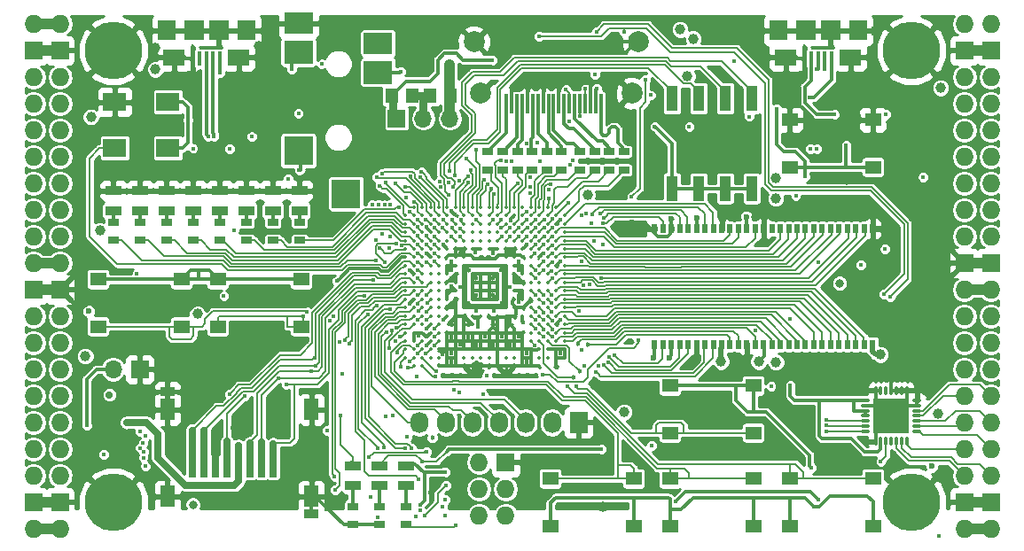
<source format=gtl>
G04 #@! TF.GenerationSoftware,KiCad,Pcbnew,5.0.0-rc3+dfsg1-2*
G04 #@! TF.CreationDate,2018-07-17T12:34:11+02:00*
G04 #@! TF.ProjectId,ulx3s,756C7833732E6B696361645F70636200,rev?*
G04 #@! TF.SameCoordinates,Original*
G04 #@! TF.FileFunction,Copper,L1,Top,Signal*
G04 #@! TF.FilePolarity,Positive*
%FSLAX46Y46*%
G04 Gerber Fmt 4.6, Leading zero omitted, Abs format (unit mm)*
G04 Created by KiCad (PCBNEW 5.0.0-rc3+dfsg1-2) date Tue Jul 17 12:34:11 2018*
%MOMM*%
%LPD*%
G01*
G04 APERTURE LIST*
G04 #@! TA.AperFunction,SMDPad,CuDef*
%ADD10R,0.300000X1.900000*%
G04 #@! TD*
G04 #@! TA.AperFunction,ComponentPad*
%ADD11C,2.000000*%
G04 #@! TD*
G04 #@! TA.AperFunction,SMDPad,CuDef*
%ADD12R,1.120000X2.440000*%
G04 #@! TD*
G04 #@! TA.AperFunction,SMDPad,CuDef*
%ADD13R,0.560000X0.900000*%
G04 #@! TD*
G04 #@! TA.AperFunction,ComponentPad*
%ADD14O,1.727200X1.727200*%
G04 #@! TD*
G04 #@! TA.AperFunction,ComponentPad*
%ADD15R,1.727200X1.727200*%
G04 #@! TD*
G04 #@! TA.AperFunction,ComponentPad*
%ADD16C,5.500000*%
G04 #@! TD*
G04 #@! TA.AperFunction,SMDPad,CuDef*
%ADD17O,0.850000X0.300000*%
G04 #@! TD*
G04 #@! TA.AperFunction,SMDPad,CuDef*
%ADD18O,0.300000X0.850000*%
G04 #@! TD*
G04 #@! TA.AperFunction,SMDPad,CuDef*
%ADD19R,1.675000X1.675000*%
G04 #@! TD*
G04 #@! TA.AperFunction,ComponentPad*
%ADD20R,1.727200X2.032000*%
G04 #@! TD*
G04 #@! TA.AperFunction,ComponentPad*
%ADD21O,1.727200X2.032000*%
G04 #@! TD*
G04 #@! TA.AperFunction,BGAPad,CuDef*
%ADD22C,0.350000*%
G04 #@! TD*
G04 #@! TA.AperFunction,SMDPad,CuDef*
%ADD23R,2.800000X2.000000*%
G04 #@! TD*
G04 #@! TA.AperFunction,SMDPad,CuDef*
%ADD24R,2.800000X2.200000*%
G04 #@! TD*
G04 #@! TA.AperFunction,SMDPad,CuDef*
%ADD25R,2.800000X2.800000*%
G04 #@! TD*
G04 #@! TA.AperFunction,SMDPad,CuDef*
%ADD26R,0.700000X1.500000*%
G04 #@! TD*
G04 #@! TA.AperFunction,SMDPad,CuDef*
%ADD27R,1.450000X0.900000*%
G04 #@! TD*
G04 #@! TA.AperFunction,SMDPad,CuDef*
%ADD28R,1.450000X2.000000*%
G04 #@! TD*
G04 #@! TA.AperFunction,SMDPad,CuDef*
%ADD29R,2.200000X1.800000*%
G04 #@! TD*
G04 #@! TA.AperFunction,SMDPad,CuDef*
%ADD30R,1.000000X0.670000*%
G04 #@! TD*
G04 #@! TA.AperFunction,SMDPad,CuDef*
%ADD31R,1.500000X0.970000*%
G04 #@! TD*
G04 #@! TA.AperFunction,ComponentPad*
%ADD32R,1.700000X1.700000*%
G04 #@! TD*
G04 #@! TA.AperFunction,ComponentPad*
%ADD33O,1.700000X1.700000*%
G04 #@! TD*
G04 #@! TA.AperFunction,SMDPad,CuDef*
%ADD34R,1.295000X1.400000*%
G04 #@! TD*
G04 #@! TA.AperFunction,SMDPad,CuDef*
%ADD35R,1.800000X1.900000*%
G04 #@! TD*
G04 #@! TA.AperFunction,SMDPad,CuDef*
%ADD36R,0.400000X1.350000*%
G04 #@! TD*
G04 #@! TA.AperFunction,SMDPad,CuDef*
%ADD37R,1.900000X1.900000*%
G04 #@! TD*
G04 #@! TA.AperFunction,SMDPad,CuDef*
%ADD38R,2.100000X1.600000*%
G04 #@! TD*
G04 #@! TA.AperFunction,SMDPad,CuDef*
%ADD39R,1.550000X1.300000*%
G04 #@! TD*
G04 #@! TA.AperFunction,ViaPad*
%ADD40C,0.400000*%
G04 #@! TD*
G04 #@! TA.AperFunction,ViaPad*
%ADD41C,2.000000*%
G04 #@! TD*
G04 #@! TA.AperFunction,ViaPad*
%ADD42C,0.454000*%
G04 #@! TD*
G04 #@! TA.AperFunction,ViaPad*
%ADD43C,0.600000*%
G04 #@! TD*
G04 #@! TA.AperFunction,ViaPad*
%ADD44C,1.000000*%
G04 #@! TD*
G04 #@! TA.AperFunction,ViaPad*
%ADD45C,0.800000*%
G04 #@! TD*
G04 #@! TA.AperFunction,ViaPad*
%ADD46C,0.700000*%
G04 #@! TD*
G04 #@! TA.AperFunction,Conductor*
%ADD47C,0.300000*%
G04 #@! TD*
G04 #@! TA.AperFunction,Conductor*
%ADD48C,0.500000*%
G04 #@! TD*
G04 #@! TA.AperFunction,Conductor*
%ADD49C,1.000000*%
G04 #@! TD*
G04 #@! TA.AperFunction,Conductor*
%ADD50C,0.700000*%
G04 #@! TD*
G04 #@! TA.AperFunction,Conductor*
%ADD51C,0.190000*%
G04 #@! TD*
G04 #@! TA.AperFunction,Conductor*
%ADD52C,0.800000*%
G04 #@! TD*
G04 #@! TA.AperFunction,Conductor*
%ADD53C,0.200000*%
G04 #@! TD*
G04 #@! TA.AperFunction,Conductor*
%ADD54C,0.127000*%
G04 #@! TD*
G04 #@! TA.AperFunction,Conductor*
%ADD55C,0.180000*%
G04 #@! TD*
G04 #@! TA.AperFunction,Conductor*
%ADD56C,0.254000*%
G04 #@! TD*
G04 APERTURE END LIST*
D10*
G04 #@! TO.P,GPDI1,19*
G04 #@! TO.N,/gpdi/GPDI_ETH-*
X149546000Y-70312000D03*
G04 #@! TO.P,GPDI1,18*
G04 #@! TO.N,+5V*
X149046000Y-70312000D03*
G04 #@! TO.P,GPDI1,17*
G04 #@! TO.N,GND*
X148546000Y-70312000D03*
G04 #@! TO.P,GPDI1,16*
G04 #@! TO.N,GPDI_SDA*
X148046000Y-70312000D03*
G04 #@! TO.P,GPDI1,15*
G04 #@! TO.N,GPDI_SCL*
X147546000Y-70312000D03*
G04 #@! TO.P,GPDI1,14*
G04 #@! TO.N,/gpdi/GPDI_ETH+*
X147046000Y-70312000D03*
G04 #@! TO.P,GPDI1,13*
G04 #@! TO.N,GPDI_CEC*
X146546000Y-70312000D03*
G04 #@! TO.P,GPDI1,12*
G04 #@! TO.N,/gpdi/GPDI_CLK-*
X146046000Y-70312000D03*
G04 #@! TO.P,GPDI1,11*
G04 #@! TO.N,GND*
X145546000Y-70312000D03*
G04 #@! TO.P,GPDI1,10*
G04 #@! TO.N,/gpdi/GPDI_CLK+*
X145046000Y-70312000D03*
G04 #@! TO.P,GPDI1,9*
G04 #@! TO.N,/gpdi/GPDI_D0-*
X144546000Y-70312000D03*
G04 #@! TO.P,GPDI1,8*
G04 #@! TO.N,GND*
X144046000Y-70312000D03*
G04 #@! TO.P,GPDI1,7*
G04 #@! TO.N,/gpdi/GPDI_D0+*
X143546000Y-70312000D03*
G04 #@! TO.P,GPDI1,6*
G04 #@! TO.N,/gpdi/GPDI_D1-*
X143046000Y-70312000D03*
G04 #@! TO.P,GPDI1,5*
G04 #@! TO.N,GND*
X142546000Y-70312000D03*
G04 #@! TO.P,GPDI1,4*
G04 #@! TO.N,/gpdi/GPDI_D1+*
X142046000Y-70312000D03*
G04 #@! TO.P,GPDI1,3*
G04 #@! TO.N,/gpdi/GPDI_D2-*
X141546000Y-70312000D03*
G04 #@! TO.P,GPDI1,2*
G04 #@! TO.N,GND*
X141046000Y-70312000D03*
G04 #@! TO.P,GPDI1,1*
G04 #@! TO.N,/gpdi/GPDI_D2+*
X140546000Y-70312000D03*
D11*
G04 #@! TO.P,GPDI1,0*
G04 #@! TO.N,GND*
X152546000Y-69312000D03*
X138046000Y-69312000D03*
X153146000Y-64412000D03*
X137446000Y-64412000D03*
G04 #@! TD*
D12*
G04 #@! TO.P,SW1,8*
G04 #@! TO.N,SW1*
X156330000Y-69815000D03*
G04 #@! TO.P,SW1,4*
G04 #@! TO.N,/blinkey/SWPU*
X163950000Y-78425000D03*
G04 #@! TO.P,SW1,7*
G04 #@! TO.N,SW2*
X158870000Y-69815000D03*
G04 #@! TO.P,SW1,3*
G04 #@! TO.N,/blinkey/SWPU*
X161410000Y-78425000D03*
G04 #@! TO.P,SW1,6*
G04 #@! TO.N,SW3*
X161410000Y-69815000D03*
G04 #@! TO.P,SW1,2*
G04 #@! TO.N,/blinkey/SWPU*
X158870000Y-78425000D03*
G04 #@! TO.P,SW1,5*
G04 #@! TO.N,SW4*
X163950000Y-69815000D03*
G04 #@! TO.P,SW1,1*
G04 #@! TO.N,/blinkey/SWPU*
X156330000Y-78425000D03*
G04 #@! TD*
D13*
G04 #@! TO.P,U2,28*
G04 #@! TO.N,GND*
X175493000Y-82270000D03*
G04 #@! TO.P,U2,1*
G04 #@! TO.N,+3V3*
X154693000Y-93330000D03*
G04 #@! TO.P,U2,2*
G04 #@! TO.N,SDRAM_D0*
X155493000Y-93330000D03*
G04 #@! TO.P,U2,3*
G04 #@! TO.N,+3V3*
X156293000Y-93330000D03*
G04 #@! TO.P,U2,4*
G04 #@! TO.N,SDRAM_D1*
X157093000Y-93330000D03*
G04 #@! TO.P,U2,5*
G04 #@! TO.N,SDRAM_D2*
X157893000Y-93330000D03*
G04 #@! TO.P,U2,6*
G04 #@! TO.N,GND*
X158693000Y-93330000D03*
G04 #@! TO.P,U2,7*
G04 #@! TO.N,SDRAM_D3*
X159493000Y-93330000D03*
G04 #@! TO.P,U2,8*
G04 #@! TO.N,SDRAM_D4*
X160293000Y-93330000D03*
G04 #@! TO.P,U2,9*
G04 #@! TO.N,+3V3*
X161093000Y-93330000D03*
G04 #@! TO.P,U2,10*
G04 #@! TO.N,SDRAM_D5*
X161893000Y-93330000D03*
G04 #@! TO.P,U2,11*
G04 #@! TO.N,SDRAM_D6*
X162693000Y-93330000D03*
G04 #@! TO.P,U2,12*
G04 #@! TO.N,GND*
X163493000Y-93330000D03*
G04 #@! TO.P,U2,13*
G04 #@! TO.N,SDRAM_D7*
X164293000Y-93330000D03*
G04 #@! TO.P,U2,14*
G04 #@! TO.N,+3V3*
X165093000Y-93330000D03*
G04 #@! TO.P,U2,15*
G04 #@! TO.N,SDRAM_DQM0*
X165893000Y-93330000D03*
G04 #@! TO.P,U2,16*
G04 #@! TO.N,SDRAM_nWE*
X166693000Y-93330000D03*
G04 #@! TO.P,U2,17*
G04 #@! TO.N,SDRAM_nCAS*
X167493000Y-93330000D03*
G04 #@! TO.P,U2,18*
G04 #@! TO.N,SDRAM_nRAS*
X168293000Y-93330000D03*
G04 #@! TO.P,U2,19*
G04 #@! TO.N,SDRAM_nCS*
X169093000Y-93330000D03*
G04 #@! TO.P,U2,20*
G04 #@! TO.N,SDRAM_BA0*
X169893000Y-93330000D03*
G04 #@! TO.P,U2,21*
G04 #@! TO.N,SDRAM_BA1*
X170693000Y-93330000D03*
G04 #@! TO.P,U2,22*
G04 #@! TO.N,SDRAM_A10*
X171493000Y-93330000D03*
G04 #@! TO.P,U2,23*
G04 #@! TO.N,SDRAM_A0*
X172293000Y-93330000D03*
G04 #@! TO.P,U2,24*
G04 #@! TO.N,SDRAM_A1*
X173093000Y-93330000D03*
G04 #@! TO.P,U2,25*
G04 #@! TO.N,SDRAM_A2*
X173893000Y-93330000D03*
G04 #@! TO.P,U2,26*
G04 #@! TO.N,SDRAM_A3*
X174693000Y-93330000D03*
G04 #@! TO.P,U2,27*
G04 #@! TO.N,+3V3*
X175493000Y-93330000D03*
G04 #@! TO.P,U2,29*
G04 #@! TO.N,SDRAM_A4*
X174693000Y-82270000D03*
G04 #@! TO.P,U2,30*
G04 #@! TO.N,SDRAM_A5*
X173893000Y-82270000D03*
G04 #@! TO.P,U2,31*
G04 #@! TO.N,SDRAM_A6*
X173093000Y-82270000D03*
G04 #@! TO.P,U2,32*
G04 #@! TO.N,SDRAM_A7*
X172293000Y-82270000D03*
G04 #@! TO.P,U2,33*
G04 #@! TO.N,SDRAM_A8*
X171493000Y-82270000D03*
G04 #@! TO.P,U2,34*
G04 #@! TO.N,SDRAM_A9*
X170693000Y-82270000D03*
G04 #@! TO.P,U2,35*
G04 #@! TO.N,SDRAM_A11*
X169893000Y-82270000D03*
G04 #@! TO.P,U2,36*
G04 #@! TO.N,SDRAM_A12*
X169093000Y-82270000D03*
G04 #@! TO.P,U2,37*
G04 #@! TO.N,SDRAM_CKE*
X168293000Y-82270000D03*
G04 #@! TO.P,U2,38*
G04 #@! TO.N,SDRAM_CLK*
X167493000Y-82270000D03*
G04 #@! TO.P,U2,39*
G04 #@! TO.N,SDRAM_DQM1*
X166693000Y-82270000D03*
G04 #@! TO.P,U2,40*
G04 #@! TO.N,N/C*
X165893000Y-82270000D03*
G04 #@! TO.P,U2,41*
G04 #@! TO.N,GND*
X165093000Y-82270000D03*
G04 #@! TO.P,U2,42*
G04 #@! TO.N,SDRAM_D8*
X164293000Y-82270000D03*
G04 #@! TO.P,U2,43*
G04 #@! TO.N,+3V3*
X163493000Y-82270000D03*
G04 #@! TO.P,U2,44*
G04 #@! TO.N,SDRAM_D9*
X162693000Y-82270000D03*
G04 #@! TO.P,U2,45*
G04 #@! TO.N,SDRAM_D10*
X161893000Y-82270000D03*
G04 #@! TO.P,U2,46*
G04 #@! TO.N,GND*
X161093000Y-82270000D03*
G04 #@! TO.P,U2,47*
G04 #@! TO.N,SDRAM_D11*
X160293000Y-82270000D03*
G04 #@! TO.P,U2,48*
G04 #@! TO.N,SDRAM_D12*
X159493000Y-82270000D03*
G04 #@! TO.P,U2,49*
G04 #@! TO.N,+3V3*
X158693000Y-82270000D03*
G04 #@! TO.P,U2,50*
G04 #@! TO.N,SDRAM_D13*
X157893000Y-82270000D03*
G04 #@! TO.P,U2,51*
G04 #@! TO.N,SDRAM_D14*
X157093000Y-82270000D03*
G04 #@! TO.P,U2,52*
G04 #@! TO.N,GND*
X156293000Y-82270000D03*
G04 #@! TO.P,U2,53*
G04 #@! TO.N,SDRAM_D15*
X155493000Y-82270000D03*
G04 #@! TO.P,U2,54*
G04 #@! TO.N,GND*
X154693000Y-82270000D03*
G04 #@! TD*
D14*
G04 #@! TO.P,J1,1*
G04 #@! TO.N,2V5_3V3*
X97910000Y-62690000D03*
G04 #@! TO.P,J1,2*
X95370000Y-62690000D03*
D15*
G04 #@! TO.P,J1,3*
G04 #@! TO.N,GND*
X97910000Y-65230000D03*
G04 #@! TO.P,J1,4*
X95370000Y-65230000D03*
D14*
G04 #@! TO.P,J1,5*
G04 #@! TO.N,GN0*
X97910000Y-67770000D03*
G04 #@! TO.P,J1,6*
G04 #@! TO.N,GP0*
X95370000Y-67770000D03*
G04 #@! TO.P,J1,7*
G04 #@! TO.N,GN1*
X97910000Y-70310000D03*
G04 #@! TO.P,J1,8*
G04 #@! TO.N,GP1*
X95370000Y-70310000D03*
G04 #@! TO.P,J1,9*
G04 #@! TO.N,GN2*
X97910000Y-72850000D03*
G04 #@! TO.P,J1,10*
G04 #@! TO.N,GP2*
X95370000Y-72850000D03*
G04 #@! TO.P,J1,11*
G04 #@! TO.N,GN3*
X97910000Y-75390000D03*
G04 #@! TO.P,J1,12*
G04 #@! TO.N,GP3*
X95370000Y-75390000D03*
G04 #@! TO.P,J1,13*
G04 #@! TO.N,GN4*
X97910000Y-77930000D03*
G04 #@! TO.P,J1,14*
G04 #@! TO.N,GP4*
X95370000Y-77930000D03*
G04 #@! TO.P,J1,15*
G04 #@! TO.N,GN5*
X97910000Y-80470000D03*
G04 #@! TO.P,J1,16*
G04 #@! TO.N,GP5*
X95370000Y-80470000D03*
G04 #@! TO.P,J1,17*
G04 #@! TO.N,GN6*
X97910000Y-83010000D03*
G04 #@! TO.P,J1,18*
G04 #@! TO.N,GP6*
X95370000Y-83010000D03*
G04 #@! TO.P,J1,19*
G04 #@! TO.N,2V5_3V3*
X97910000Y-85550000D03*
G04 #@! TO.P,J1,20*
X95370000Y-85550000D03*
D15*
G04 #@! TO.P,J1,21*
G04 #@! TO.N,GND*
X97910000Y-88090000D03*
G04 #@! TO.P,J1,22*
X95370000Y-88090000D03*
D14*
G04 #@! TO.P,J1,23*
G04 #@! TO.N,GN7*
X97910000Y-90630000D03*
G04 #@! TO.P,J1,24*
G04 #@! TO.N,GP7*
X95370000Y-90630000D03*
G04 #@! TO.P,J1,25*
G04 #@! TO.N,GN8*
X97910000Y-93170000D03*
G04 #@! TO.P,J1,26*
G04 #@! TO.N,GP8*
X95370000Y-93170000D03*
G04 #@! TO.P,J1,27*
G04 #@! TO.N,GN9*
X97910000Y-95710000D03*
G04 #@! TO.P,J1,28*
G04 #@! TO.N,GP9*
X95370000Y-95710000D03*
G04 #@! TO.P,J1,29*
G04 #@! TO.N,GN10*
X97910000Y-98250000D03*
G04 #@! TO.P,J1,30*
G04 #@! TO.N,GP10*
X95370000Y-98250000D03*
G04 #@! TO.P,J1,31*
G04 #@! TO.N,GN11*
X97910000Y-100790000D03*
G04 #@! TO.P,J1,32*
G04 #@! TO.N,GP11*
X95370000Y-100790000D03*
G04 #@! TO.P,J1,33*
G04 #@! TO.N,GN12*
X97910000Y-103330000D03*
G04 #@! TO.P,J1,34*
G04 #@! TO.N,GP12*
X95370000Y-103330000D03*
G04 #@! TO.P,J1,35*
G04 #@! TO.N,GN13*
X97910000Y-105870000D03*
G04 #@! TO.P,J1,36*
G04 #@! TO.N,GP13*
X95370000Y-105870000D03*
D15*
G04 #@! TO.P,J1,37*
G04 #@! TO.N,GND*
X97910000Y-108410000D03*
G04 #@! TO.P,J1,38*
X95370000Y-108410000D03*
D14*
G04 #@! TO.P,J1,39*
G04 #@! TO.N,2V5_3V3*
X97910000Y-110950000D03*
G04 #@! TO.P,J1,40*
X95370000Y-110950000D03*
G04 #@! TD*
G04 #@! TO.P,J2,1*
G04 #@! TO.N,+3V3*
X184270000Y-110950000D03*
G04 #@! TO.P,J2,2*
X186810000Y-110950000D03*
D15*
G04 #@! TO.P,J2,3*
G04 #@! TO.N,GND*
X184270000Y-108410000D03*
G04 #@! TO.P,J2,4*
X186810000Y-108410000D03*
D14*
G04 #@! TO.P,J2,5*
G04 #@! TO.N,GN14*
X184270000Y-105870000D03*
G04 #@! TO.P,J2,6*
G04 #@! TO.N,GP14*
X186810000Y-105870000D03*
G04 #@! TO.P,J2,7*
G04 #@! TO.N,GN15*
X184270000Y-103330000D03*
G04 #@! TO.P,J2,8*
G04 #@! TO.N,GP15*
X186810000Y-103330000D03*
G04 #@! TO.P,J2,9*
G04 #@! TO.N,GN16*
X184270000Y-100790000D03*
G04 #@! TO.P,J2,10*
G04 #@! TO.N,GP16*
X186810000Y-100790000D03*
G04 #@! TO.P,J2,11*
G04 #@! TO.N,GN17*
X184270000Y-98250000D03*
G04 #@! TO.P,J2,12*
G04 #@! TO.N,GP17*
X186810000Y-98250000D03*
G04 #@! TO.P,J2,13*
G04 #@! TO.N,GN18*
X184270000Y-95710000D03*
G04 #@! TO.P,J2,14*
G04 #@! TO.N,GP18*
X186810000Y-95710000D03*
G04 #@! TO.P,J2,15*
G04 #@! TO.N,GN19*
X184270000Y-93170000D03*
G04 #@! TO.P,J2,16*
G04 #@! TO.N,GP19*
X186810000Y-93170000D03*
G04 #@! TO.P,J2,17*
G04 #@! TO.N,GN20*
X184270000Y-90630000D03*
G04 #@! TO.P,J2,18*
G04 #@! TO.N,GP20*
X186810000Y-90630000D03*
G04 #@! TO.P,J2,19*
G04 #@! TO.N,+3V3*
X184270000Y-88090000D03*
G04 #@! TO.P,J2,20*
X186810000Y-88090000D03*
D15*
G04 #@! TO.P,J2,21*
G04 #@! TO.N,GND*
X184270000Y-85550000D03*
G04 #@! TO.P,J2,22*
X186810000Y-85550000D03*
D14*
G04 #@! TO.P,J2,23*
G04 #@! TO.N,GN21*
X184270000Y-83010000D03*
G04 #@! TO.P,J2,24*
G04 #@! TO.N,GP21*
X186810000Y-83010000D03*
G04 #@! TO.P,J2,25*
G04 #@! TO.N,GN22*
X184270000Y-80470000D03*
G04 #@! TO.P,J2,26*
G04 #@! TO.N,GP22*
X186810000Y-80470000D03*
G04 #@! TO.P,J2,27*
G04 #@! TO.N,GN23*
X184270000Y-77930000D03*
G04 #@! TO.P,J2,28*
G04 #@! TO.N,GP23*
X186810000Y-77930000D03*
G04 #@! TO.P,J2,29*
G04 #@! TO.N,GN24*
X184270000Y-75390000D03*
G04 #@! TO.P,J2,30*
G04 #@! TO.N,GP24*
X186810000Y-75390000D03*
G04 #@! TO.P,J2,31*
G04 #@! TO.N,GN25*
X184270000Y-72850000D03*
G04 #@! TO.P,J2,32*
G04 #@! TO.N,GP25*
X186810000Y-72850000D03*
G04 #@! TO.P,J2,33*
G04 #@! TO.N,GN26*
X184270000Y-70310000D03*
G04 #@! TO.P,J2,34*
G04 #@! TO.N,GP26*
X186810000Y-70310000D03*
G04 #@! TO.P,J2,35*
G04 #@! TO.N,GN27*
X184270000Y-67770000D03*
G04 #@! TO.P,J2,36*
G04 #@! TO.N,GP27*
X186810000Y-67770000D03*
D15*
G04 #@! TO.P,J2,37*
G04 #@! TO.N,GND*
X184270000Y-65230000D03*
G04 #@! TO.P,J2,38*
X186810000Y-65230000D03*
D14*
G04 #@! TO.P,J2,39*
G04 #@! TO.N,/gpio/IN5V*
X184270000Y-62690000D03*
G04 #@! TO.P,J2,40*
G04 #@! TO.N,/gpio/OUT5V*
X186810000Y-62690000D03*
G04 #@! TD*
D16*
G04 #@! TO.P,H1,1*
G04 #@! TO.N,GND*
X102990000Y-108410000D03*
G04 #@! TD*
G04 #@! TO.P,H2,1*
G04 #@! TO.N,GND*
X179190000Y-108410000D03*
G04 #@! TD*
G04 #@! TO.P,H3,1*
G04 #@! TO.N,GND*
X179190000Y-65230000D03*
G04 #@! TD*
G04 #@! TO.P,H4,1*
G04 #@! TO.N,GND*
X102990000Y-65230000D03*
G04 #@! TD*
D15*
G04 #@! TO.P,J4,1*
G04 #@! TO.N,GND*
X140455000Y-104600000D03*
D14*
G04 #@! TO.P,J4,2*
G04 #@! TO.N,+3V3*
X137915000Y-104600000D03*
G04 #@! TO.P,J4,3*
G04 #@! TO.N,JTAG_TDI*
X140455000Y-107140000D03*
G04 #@! TO.P,J4,4*
G04 #@! TO.N,JTAG_TCK*
X137915000Y-107140000D03*
G04 #@! TO.P,J4,5*
G04 #@! TO.N,JTAG_TMS*
X140455000Y-109680000D03*
G04 #@! TO.P,J4,6*
G04 #@! TO.N,JTAG_TDO*
X137915000Y-109680000D03*
G04 #@! TD*
D17*
G04 #@! TO.P,U8,1*
G04 #@! TO.N,GP15*
X179735000Y-101655000D03*
G04 #@! TO.P,U8,2*
G04 #@! TO.N,GN16*
X179735000Y-101155000D03*
G04 #@! TO.P,U8,3*
G04 #@! TO.N,GP16*
X179735000Y-100655000D03*
G04 #@! TO.P,U8,4*
G04 #@! TO.N,GN17*
X179735000Y-100155000D03*
G04 #@! TO.P,U8,5*
G04 #@! TO.N,GP17*
X179735000Y-99655000D03*
G04 #@! TO.P,U8,6*
G04 #@! TO.N,GND*
X179735000Y-99155000D03*
G04 #@! TO.P,U8,7*
X179735000Y-98655000D03*
D18*
G04 #@! TO.P,U8,8*
X178785000Y-97705000D03*
G04 #@! TO.P,U8,9*
X178285000Y-97705000D03*
G04 #@! TO.P,U8,10*
X177785000Y-97705000D03*
G04 #@! TO.P,U8,11*
X177285000Y-97705000D03*
G04 #@! TO.P,U8,12*
G04 #@! TO.N,Net-(U8-Pad12)*
X176785000Y-97705000D03*
G04 #@! TO.P,U8,13*
G04 #@! TO.N,GND*
X176285000Y-97705000D03*
G04 #@! TO.P,U8,14*
X175785000Y-97705000D03*
D17*
G04 #@! TO.P,U8,15*
G04 #@! TO.N,/analog/ADC3V3*
X174835000Y-98655000D03*
G04 #@! TO.P,U8,16*
G04 #@! TO.N,GND*
X174835000Y-99155000D03*
G04 #@! TO.P,U8,17*
G04 #@! TO.N,/analog/ADC3V3*
X174835000Y-99655000D03*
G04 #@! TO.P,U8,18*
X174835000Y-100155000D03*
G04 #@! TO.P,U8,19*
G04 #@! TO.N,ADC_SCLK*
X174835000Y-100655000D03*
G04 #@! TO.P,U8,20*
G04 #@! TO.N,ADC_CSn*
X174835000Y-101155000D03*
G04 #@! TO.P,U8,21*
G04 #@! TO.N,ADC_MOSI*
X174835000Y-101655000D03*
D18*
G04 #@! TO.P,U8,22*
G04 #@! TO.N,GND*
X175785000Y-102605000D03*
G04 #@! TO.P,U8,23*
G04 #@! TO.N,/analog/ADC3V3*
X176285000Y-102605000D03*
G04 #@! TO.P,U8,24*
G04 #@! TO.N,ADC_MISO*
X176785000Y-102605000D03*
G04 #@! TO.P,U8,25*
G04 #@! TO.N,Net-(U8-Pad25)*
X177285000Y-102605000D03*
G04 #@! TO.P,U8,26*
G04 #@! TO.N,GN14*
X177785000Y-102605000D03*
G04 #@! TO.P,U8,27*
G04 #@! TO.N,GP14*
X178285000Y-102605000D03*
G04 #@! TO.P,U8,28*
G04 #@! TO.N,GN15*
X178785000Y-102605000D03*
D19*
G04 #@! TO.P,U8,29*
G04 #@! TO.N,GND*
X176447500Y-99317500D03*
X176447500Y-100992500D03*
X178122500Y-99317500D03*
X178122500Y-100992500D03*
G04 #@! TD*
D20*
G04 #@! TO.P,OLED1,1*
G04 #@! TO.N,GND*
X147440000Y-100790000D03*
D21*
G04 #@! TO.P,OLED1,2*
G04 #@! TO.N,+3V3*
X144900000Y-100790000D03*
G04 #@! TO.P,OLED1,3*
G04 #@! TO.N,OLED_CLK*
X142360000Y-100790000D03*
G04 #@! TO.P,OLED1,4*
G04 #@! TO.N,OLED_MOSI*
X139820000Y-100790000D03*
G04 #@! TO.P,OLED1,5*
G04 #@! TO.N,OLED_RES*
X137280000Y-100790000D03*
G04 #@! TO.P,OLED1,6*
G04 #@! TO.N,OLED_DC*
X134740000Y-100790000D03*
G04 #@! TO.P,OLED1,7*
G04 #@! TO.N,OLED_CS*
X132200000Y-100790000D03*
G04 #@! TD*
D22*
G04 #@! TO.P,U1,A2*
G04 #@! TO.N,GP9*
X131680000Y-80200000D03*
G04 #@! TO.P,U1,A3*
G04 #@! TO.N,AUDIO_R0*
X132480000Y-80200000D03*
G04 #@! TO.P,U1,A4*
G04 #@! TO.N,GP8*
X133280000Y-80200000D03*
G04 #@! TO.P,U1,A5*
G04 #@! TO.N,GN8*
X134080000Y-80200000D03*
G04 #@! TO.P,U1,A6*
G04 #@! TO.N,GP7*
X134880000Y-80200000D03*
G04 #@! TO.P,U1,A7*
G04 #@! TO.N,GP4*
X135680000Y-80200000D03*
G04 #@! TO.P,U1,A8*
G04 #@! TO.N,GN4*
X136480000Y-80200000D03*
G04 #@! TO.P,U1,A9*
G04 #@! TO.N,GP2*
X137280000Y-80200000D03*
G04 #@! TO.P,U1,A10*
G04 #@! TO.N,GP1*
X138080000Y-80200000D03*
G04 #@! TO.P,U1,A11*
G04 #@! TO.N,GN1*
X138880000Y-80200000D03*
G04 #@! TO.P,U1,A12*
G04 #@! TO.N,FPDI_D2+*
X139680000Y-80200000D03*
G04 #@! TO.P,U1,A13*
G04 #@! TO.N,FPDI_D2-*
X140480000Y-80200000D03*
G04 #@! TO.P,U1,A14*
G04 #@! TO.N,FPDI_D1+*
X141280000Y-80200000D03*
G04 #@! TO.P,U1,A15*
G04 #@! TO.N,Net-(U1-PadA15)*
X142080000Y-80200000D03*
G04 #@! TO.P,U1,A16*
G04 #@! TO.N,FPDI_D0+*
X142880000Y-80200000D03*
G04 #@! TO.P,U1,A17*
G04 #@! TO.N,FPDI_CLK+*
X143680000Y-80200000D03*
G04 #@! TO.P,U1,A18*
G04 #@! TO.N,/gpdi/FPDI_CEC*
X144480000Y-80200000D03*
G04 #@! TO.P,U1,A19*
G04 #@! TO.N,FPDI_ETH+*
X145280000Y-80200000D03*
G04 #@! TO.P,U1,B1*
G04 #@! TO.N,GN9*
X130880000Y-81000000D03*
G04 #@! TO.P,U1,B2*
G04 #@! TO.N,LED0*
X131680000Y-81000000D03*
G04 #@! TO.P,U1,B3*
G04 #@! TO.N,AUDIO_L3*
X132480000Y-81000000D03*
G04 #@! TO.P,U1,B4*
G04 #@! TO.N,GN10*
X133280000Y-81000000D03*
G04 #@! TO.P,U1,B5*
G04 #@! TO.N,AUDIO_R1*
X134080000Y-81000000D03*
G04 #@! TO.P,U1,B6*
G04 #@! TO.N,GN7*
X134880000Y-81000000D03*
G04 #@! TO.P,U1,B7*
G04 #@! TO.N,GND*
X135680000Y-81000000D03*
G04 #@! TO.P,U1,B8*
G04 #@! TO.N,GN5*
X136480000Y-81000000D03*
G04 #@! TO.P,U1,B9*
G04 #@! TO.N,GP3*
X137280000Y-81000000D03*
G04 #@! TO.P,U1,B10*
G04 #@! TO.N,GN2*
X138080000Y-81000000D03*
G04 #@! TO.P,U1,B11*
G04 #@! TO.N,GP0*
X138880000Y-81000000D03*
G04 #@! TO.P,U1,B12*
G04 #@! TO.N,USB_FPGA_PULL_D+*
X139680000Y-81000000D03*
G04 #@! TO.P,U1,B13*
G04 #@! TO.N,GP26*
X140480000Y-81000000D03*
G04 #@! TO.P,U1,B14*
G04 #@! TO.N,GND*
X141280000Y-81000000D03*
G04 #@! TO.P,U1,B15*
G04 #@! TO.N,GP22*
X142080000Y-81000000D03*
G04 #@! TO.P,U1,B16*
G04 #@! TO.N,FPDI_D0-*
X142880000Y-81000000D03*
G04 #@! TO.P,U1,B17*
G04 #@! TO.N,GP23*
X143680000Y-81000000D03*
G04 #@! TO.P,U1,B18*
G04 #@! TO.N,FPDI_CLK-*
X144480000Y-81000000D03*
G04 #@! TO.P,U1,B19*
G04 #@! TO.N,FPDI_SDA*
X145280000Y-81000000D03*
G04 #@! TO.P,U1,B20*
G04 #@! TO.N,FPDI_ETH-*
X146080000Y-81000000D03*
G04 #@! TO.P,U1,C1*
G04 #@! TO.N,LED2*
X130880000Y-81800000D03*
G04 #@! TO.P,U1,C2*
G04 #@! TO.N,LED1*
X131680000Y-81800000D03*
G04 #@! TO.P,U1,C3*
G04 #@! TO.N,AUDIO_L2*
X132480000Y-81800000D03*
G04 #@! TO.P,U1,C4*
G04 #@! TO.N,GP10*
X133280000Y-81800000D03*
G04 #@! TO.P,U1,C5*
G04 #@! TO.N,AUDIO_R3*
X134080000Y-81800000D03*
G04 #@! TO.P,U1,C6*
G04 #@! TO.N,GP6*
X134880000Y-81800000D03*
G04 #@! TO.P,U1,C7*
G04 #@! TO.N,GN6*
X135680000Y-81800000D03*
G04 #@! TO.P,U1,C8*
G04 #@! TO.N,GP5*
X136480000Y-81800000D03*
G04 #@! TO.P,U1,C9*
G04 #@! TO.N,Net-(U1-PadC9)*
X137280000Y-81800000D03*
G04 #@! TO.P,U1,C10*
G04 #@! TO.N,GN3*
X138080000Y-81800000D03*
G04 #@! TO.P,U1,C11*
G04 #@! TO.N,GN0*
X138880000Y-81800000D03*
G04 #@! TO.P,U1,C12*
G04 #@! TO.N,USB_FPGA_PULL_D-*
X139680000Y-81800000D03*
G04 #@! TO.P,U1,C13*
G04 #@! TO.N,GN26*
X140480000Y-81800000D03*
G04 #@! TO.P,U1,C14*
G04 #@! TO.N,FPDI_D1-*
X141280000Y-81800000D03*
G04 #@! TO.P,U1,C15*
G04 #@! TO.N,GN22*
X142080000Y-81800000D03*
G04 #@! TO.P,U1,C16*
G04 #@! TO.N,GP24*
X142880000Y-81800000D03*
G04 #@! TO.P,U1,C17*
G04 #@! TO.N,GN23*
X143680000Y-81800000D03*
G04 #@! TO.P,U1,C18*
G04 #@! TO.N,GP21*
X144480000Y-81800000D03*
G04 #@! TO.P,U1,C19*
G04 #@! TO.N,GND*
X145280000Y-81800000D03*
G04 #@! TO.P,U1,C20*
G04 #@! TO.N,SDRAM_D11*
X146080000Y-81800000D03*
G04 #@! TO.P,U1,D1*
G04 #@! TO.N,LED4*
X130880000Y-82600000D03*
G04 #@! TO.P,U1,D2*
G04 #@! TO.N,LED3*
X131680000Y-82600000D03*
G04 #@! TO.P,U1,D3*
G04 #@! TO.N,AUDIO_L1*
X132480000Y-82600000D03*
G04 #@! TO.P,U1,D4*
G04 #@! TO.N,GND*
X133280000Y-82600000D03*
G04 #@! TO.P,U1,D5*
G04 #@! TO.N,AUDIO_R2*
X134080000Y-82600000D03*
G04 #@! TO.P,U1,D6*
G04 #@! TO.N,BTN_PWRn*
X134880000Y-82600000D03*
G04 #@! TO.P,U1,D7*
G04 #@! TO.N,SW3*
X135680000Y-82600000D03*
G04 #@! TO.P,U1,D8*
G04 #@! TO.N,SW2*
X136480000Y-82600000D03*
G04 #@! TO.P,U1,D9*
G04 #@! TO.N,Net-(U1-PadD9)*
X137280000Y-82600000D03*
G04 #@! TO.P,U1,D10*
G04 #@! TO.N,Net-(U1-PadD10)*
X138080000Y-82600000D03*
G04 #@! TO.P,U1,D11*
G04 #@! TO.N,Net-(U1-PadD11)*
X138880000Y-82600000D03*
G04 #@! TO.P,U1,D12*
G04 #@! TO.N,Net-(U1-PadD12)*
X139680000Y-82600000D03*
G04 #@! TO.P,U1,D13*
G04 #@! TO.N,GP27*
X140480000Y-82600000D03*
G04 #@! TO.P,U1,D14*
G04 #@! TO.N,GP25*
X141280000Y-82600000D03*
G04 #@! TO.P,U1,D15*
G04 #@! TO.N,USB_FPGA_D+*
X142080000Y-82600000D03*
G04 #@! TO.P,U1,D16*
G04 #@! TO.N,GN24*
X142880000Y-82600000D03*
G04 #@! TO.P,U1,D17*
G04 #@! TO.N,GN21*
X143680000Y-82600000D03*
G04 #@! TO.P,U1,D18*
G04 #@! TO.N,GP20*
X144480000Y-82600000D03*
G04 #@! TO.P,U1,D19*
G04 #@! TO.N,SDRAM_D10*
X145280000Y-82600000D03*
G04 #@! TO.P,U1,D20*
G04 #@! TO.N,SDRAM_D9*
X146080000Y-82600000D03*
G04 #@! TO.P,U1,E1*
G04 #@! TO.N,LED6*
X130880000Y-83400000D03*
G04 #@! TO.P,U1,E2*
G04 #@! TO.N,LED5*
X131680000Y-83400000D03*
G04 #@! TO.P,U1,E3*
G04 #@! TO.N,GN11*
X132480000Y-83400000D03*
G04 #@! TO.P,U1,E4*
G04 #@! TO.N,AUDIO_L0*
X133280000Y-83400000D03*
G04 #@! TO.P,U1,E5*
G04 #@! TO.N,AUDIO_V3*
X134080000Y-83400000D03*
G04 #@! TO.P,U1,E6*
G04 #@! TO.N,Net-(U1-PadE6)*
X134880000Y-83400000D03*
G04 #@! TO.P,U1,E7*
G04 #@! TO.N,SW4*
X135680000Y-83400000D03*
G04 #@! TO.P,U1,E8*
G04 #@! TO.N,SW1*
X136480000Y-83400000D03*
G04 #@! TO.P,U1,E9*
G04 #@! TO.N,Net-(U1-PadE9)*
X137280000Y-83400000D03*
G04 #@! TO.P,U1,E10*
G04 #@! TO.N,Net-(U1-PadE10)*
X138080000Y-83400000D03*
G04 #@! TO.P,U1,E11*
G04 #@! TO.N,Net-(U1-PadE11)*
X138880000Y-83400000D03*
G04 #@! TO.P,U1,E12*
G04 #@! TO.N,FPDI_SCL*
X139680000Y-83400000D03*
G04 #@! TO.P,U1,E13*
G04 #@! TO.N,GN27*
X140480000Y-83400000D03*
G04 #@! TO.P,U1,E14*
G04 #@! TO.N,GN25*
X141280000Y-83400000D03*
G04 #@! TO.P,U1,E15*
G04 #@! TO.N,USB_FPGA_D-*
X142080000Y-83400000D03*
G04 #@! TO.P,U1,E16*
G04 #@! TO.N,USB_FPGA_D+*
X142880000Y-83400000D03*
G04 #@! TO.P,U1,E17*
G04 #@! TO.N,GN20*
X143680000Y-83400000D03*
G04 #@! TO.P,U1,E18*
G04 #@! TO.N,SDRAM_D12*
X144480000Y-83400000D03*
G04 #@! TO.P,U1,E19*
G04 #@! TO.N,SDRAM_D8*
X145280000Y-83400000D03*
G04 #@! TO.P,U1,E20*
G04 #@! TO.N,SDRAM_DQM1*
X146080000Y-83400000D03*
G04 #@! TO.P,U1,F1*
G04 #@! TO.N,WIFI_EN*
X130880000Y-84200000D03*
G04 #@! TO.P,U1,F2*
G04 #@! TO.N,AUDIO_V1*
X131680000Y-84200000D03*
G04 #@! TO.P,U1,F3*
G04 #@! TO.N,GN12*
X132480000Y-84200000D03*
G04 #@! TO.P,U1,F4*
G04 #@! TO.N,GP11*
X133280000Y-84200000D03*
G04 #@! TO.P,U1,F5*
G04 #@! TO.N,AUDIO_V2*
X134080000Y-84200000D03*
G04 #@! TO.P,U1,F6*
G04 #@! TO.N,+2V5*
X134880000Y-84200000D03*
G04 #@! TO.P,U1,F7*
G04 #@! TO.N,GND*
X135680000Y-84200000D03*
G04 #@! TO.P,U1,F8*
X136480000Y-84200000D03*
G04 #@! TO.P,U1,F9*
G04 #@! TO.N,2V5_3V3*
X137280000Y-84200000D03*
G04 #@! TO.P,U1,F10*
X138080000Y-84200000D03*
G04 #@! TO.P,U1,F11*
G04 #@! TO.N,+3V3*
X138880000Y-84200000D03*
G04 #@! TO.P,U1,F12*
X139680000Y-84200000D03*
G04 #@! TO.P,U1,F13*
G04 #@! TO.N,GND*
X140480000Y-84200000D03*
G04 #@! TO.P,U1,F14*
X141280000Y-84200000D03*
G04 #@! TO.P,U1,F15*
G04 #@! TO.N,+2V5*
X142080000Y-84200000D03*
G04 #@! TO.P,U1,F16*
G04 #@! TO.N,USB_FPGA_D-*
X142880000Y-84200000D03*
G04 #@! TO.P,U1,F17*
G04 #@! TO.N,GP19*
X143680000Y-84200000D03*
G04 #@! TO.P,U1,F18*
G04 #@! TO.N,SDRAM_D13*
X144480000Y-84200000D03*
G04 #@! TO.P,U1,F19*
G04 #@! TO.N,SDRAM_CLK*
X145280000Y-84200000D03*
G04 #@! TO.P,U1,F20*
G04 #@! TO.N,SDRAM_CKE*
X146080000Y-84200000D03*
G04 #@! TO.P,U1,G1*
G04 #@! TO.N,/usb/ANT_433MHz*
X130880000Y-85000000D03*
G04 #@! TO.P,U1,G2*
G04 #@! TO.N,CLK_25MHz*
X131680000Y-85000000D03*
G04 #@! TO.P,U1,G3*
G04 #@! TO.N,GP12*
X132480000Y-85000000D03*
G04 #@! TO.P,U1,G4*
G04 #@! TO.N,GND*
X133280000Y-85000000D03*
G04 #@! TO.P,U1,G5*
G04 #@! TO.N,GN13*
X134080000Y-85000000D03*
G04 #@! TO.P,U1,G6*
G04 #@! TO.N,GND*
X134880000Y-85000000D03*
G04 #@! TO.P,U1,G7*
X135680000Y-85000000D03*
G04 #@! TO.P,U1,G8*
X136480000Y-85000000D03*
G04 #@! TO.P,U1,G9*
X137280000Y-85000000D03*
G04 #@! TO.P,U1,G10*
X138080000Y-85000000D03*
G04 #@! TO.P,U1,G11*
X138880000Y-85000000D03*
G04 #@! TO.P,U1,G12*
X139680000Y-85000000D03*
G04 #@! TO.P,U1,G13*
X140480000Y-85000000D03*
G04 #@! TO.P,U1,G14*
X141280000Y-85000000D03*
G04 #@! TO.P,U1,G15*
X142080000Y-85000000D03*
G04 #@! TO.P,U1,G16*
G04 #@! TO.N,SHUTDOWN*
X142880000Y-85000000D03*
G04 #@! TO.P,U1,G17*
G04 #@! TO.N,GND*
X143680000Y-85000000D03*
G04 #@! TO.P,U1,G18*
G04 #@! TO.N,GN19*
X144480000Y-85000000D03*
G04 #@! TO.P,U1,G19*
G04 #@! TO.N,SDRAM_A12*
X145280000Y-85000000D03*
G04 #@! TO.P,U1,G20*
G04 #@! TO.N,SDRAM_A11*
X146080000Y-85000000D03*
G04 #@! TO.P,U1,H1*
G04 #@! TO.N,SD_D1*
X130880000Y-85800000D03*
G04 #@! TO.P,U1,H2*
G04 #@! TO.N,SD_CLK*
X131680000Y-85800000D03*
G04 #@! TO.P,U1,H3*
G04 #@! TO.N,LED7*
X132480000Y-85800000D03*
G04 #@! TO.P,U1,H4*
G04 #@! TO.N,GP13*
X133280000Y-85800000D03*
G04 #@! TO.P,U1,H5*
G04 #@! TO.N,AUDIO_V0*
X134080000Y-85800000D03*
G04 #@! TO.P,U1,H6*
G04 #@! TO.N,2V5_3V3*
X134880000Y-85800000D03*
G04 #@! TO.P,U1,H7*
X135680000Y-85800000D03*
G04 #@! TO.P,U1,H8*
G04 #@! TO.N,+1V1*
X136480000Y-85800000D03*
G04 #@! TO.P,U1,H9*
X137280000Y-85800000D03*
G04 #@! TO.P,U1,H10*
X138080000Y-85800000D03*
G04 #@! TO.P,U1,H11*
X138880000Y-85800000D03*
G04 #@! TO.P,U1,H12*
X139680000Y-85800000D03*
G04 #@! TO.P,U1,H13*
X140480000Y-85800000D03*
G04 #@! TO.P,U1,H14*
G04 #@! TO.N,+3V3*
X141280000Y-85800000D03*
G04 #@! TO.P,U1,H15*
X142080000Y-85800000D03*
G04 #@! TO.P,U1,H16*
G04 #@! TO.N,BTN_R*
X142880000Y-85800000D03*
G04 #@! TO.P,U1,H17*
G04 #@! TO.N,GN18*
X143680000Y-85800000D03*
G04 #@! TO.P,U1,H18*
G04 #@! TO.N,GP18*
X144480000Y-85800000D03*
G04 #@! TO.P,U1,H19*
G04 #@! TO.N,GND*
X145280000Y-85800000D03*
G04 #@! TO.P,U1,H20*
G04 #@! TO.N,SDRAM_A9*
X146080000Y-85800000D03*
G04 #@! TO.P,U1,J1*
G04 #@! TO.N,SD_CMD*
X130880000Y-86600000D03*
G04 #@! TO.P,U1,J2*
G04 #@! TO.N,GND*
X131680000Y-86600000D03*
G04 #@! TO.P,U1,J3*
G04 #@! TO.N,SD_D0*
X132480000Y-86600000D03*
G04 #@! TO.P,U1,J4*
G04 #@! TO.N,Net-(U1-PadJ4)*
X133280000Y-86600000D03*
G04 #@! TO.P,U1,J5*
G04 #@! TO.N,Net-(U1-PadJ5)*
X134080000Y-86600000D03*
G04 #@! TO.P,U1,J6*
G04 #@! TO.N,2V5_3V3*
X134880000Y-86600000D03*
G04 #@! TO.P,U1,J7*
G04 #@! TO.N,GND*
X135680000Y-86600000D03*
G04 #@! TO.P,U1,J8*
G04 #@! TO.N,+1V1*
X136480000Y-86600000D03*
G04 #@! TO.P,U1,J9*
G04 #@! TO.N,GND*
X137280000Y-86600000D03*
G04 #@! TO.P,U1,J10*
X138080000Y-86600000D03*
G04 #@! TO.P,U1,J11*
X138880000Y-86600000D03*
G04 #@! TO.P,U1,J12*
X139680000Y-86600000D03*
G04 #@! TO.P,U1,J13*
G04 #@! TO.N,+1V1*
X140480000Y-86600000D03*
G04 #@! TO.P,U1,J14*
G04 #@! TO.N,GND*
X141280000Y-86600000D03*
G04 #@! TO.P,U1,J15*
G04 #@! TO.N,+3V3*
X142080000Y-86600000D03*
G04 #@! TO.P,U1,J16*
G04 #@! TO.N,SDRAM_D0*
X142880000Y-86600000D03*
G04 #@! TO.P,U1,J17*
G04 #@! TO.N,SDRAM_D15*
X143680000Y-86600000D03*
G04 #@! TO.P,U1,J18*
G04 #@! TO.N,SDRAM_D14*
X144480000Y-86600000D03*
G04 #@! TO.P,U1,J19*
G04 #@! TO.N,SDRAM_A8*
X145280000Y-86600000D03*
G04 #@! TO.P,U1,J20*
G04 #@! TO.N,SDRAM_A7*
X146080000Y-86600000D03*
G04 #@! TO.P,U1,K1*
G04 #@! TO.N,SD_D2*
X130880000Y-87400000D03*
G04 #@! TO.P,U1,K2*
G04 #@! TO.N,SD_D3*
X131680000Y-87400000D03*
G04 #@! TO.P,U1,K3*
G04 #@! TO.N,WIFI_RXD*
X132480000Y-87400000D03*
G04 #@! TO.P,U1,K4*
G04 #@! TO.N,WIFI_TXD*
X133280000Y-87400000D03*
G04 #@! TO.P,U1,K5*
G04 #@! TO.N,Net-(U1-PadK5)*
X134080000Y-87400000D03*
G04 #@! TO.P,U1,K6*
G04 #@! TO.N,GND*
X134880000Y-87400000D03*
G04 #@! TO.P,U1,K7*
X135680000Y-87400000D03*
G04 #@! TO.P,U1,K8*
G04 #@! TO.N,+1V1*
X136480000Y-87400000D03*
G04 #@! TO.P,U1,K9*
G04 #@! TO.N,GND*
X137280000Y-87400000D03*
G04 #@! TO.P,U1,K10*
X138080000Y-87400000D03*
G04 #@! TO.P,U1,K11*
X138880000Y-87400000D03*
G04 #@! TO.P,U1,K12*
X139680000Y-87400000D03*
G04 #@! TO.P,U1,K13*
G04 #@! TO.N,+1V1*
X140480000Y-87400000D03*
G04 #@! TO.P,U1,K14*
G04 #@! TO.N,GND*
X141280000Y-87400000D03*
G04 #@! TO.P,U1,K15*
X142080000Y-87400000D03*
G04 #@! TO.P,U1,K16*
G04 #@! TO.N,Net-(U1-PadK16)*
X142880000Y-87400000D03*
G04 #@! TO.P,U1,K17*
G04 #@! TO.N,Net-(U1-PadK17)*
X143680000Y-87400000D03*
G04 #@! TO.P,U1,K18*
G04 #@! TO.N,SDRAM_A6*
X144480000Y-87400000D03*
G04 #@! TO.P,U1,K19*
G04 #@! TO.N,SDRAM_A5*
X145280000Y-87400000D03*
G04 #@! TO.P,U1,K20*
G04 #@! TO.N,SDRAM_A4*
X146080000Y-87400000D03*
G04 #@! TO.P,U1,L1*
G04 #@! TO.N,WIFI_GPIO16*
X130880000Y-88200000D03*
G04 #@! TO.P,U1,L2*
G04 #@! TO.N,WIFI_GPIO0*
X131680000Y-88200000D03*
G04 #@! TO.P,U1,L3*
G04 #@! TO.N,FTDI_TXDEN*
X132480000Y-88200000D03*
G04 #@! TO.P,U1,L4*
G04 #@! TO.N,FTDI_RXD*
X133280000Y-88200000D03*
G04 #@! TO.P,U1,L5*
G04 #@! TO.N,Net-(U1-PadL5)*
X134080000Y-88200000D03*
G04 #@! TO.P,U1,L6*
G04 #@! TO.N,+3V3*
X134880000Y-88200000D03*
G04 #@! TO.P,U1,L7*
X135680000Y-88200000D03*
G04 #@! TO.P,U1,L8*
G04 #@! TO.N,+1V1*
X136480000Y-88200000D03*
G04 #@! TO.P,U1,L9*
G04 #@! TO.N,GND*
X137280000Y-88200000D03*
G04 #@! TO.P,U1,L10*
X138080000Y-88200000D03*
G04 #@! TO.P,U1,L11*
X138880000Y-88200000D03*
G04 #@! TO.P,U1,L12*
X139680000Y-88200000D03*
G04 #@! TO.P,U1,L13*
G04 #@! TO.N,+1V1*
X140480000Y-88200000D03*
G04 #@! TO.P,U1,L14*
G04 #@! TO.N,+3V3*
X141280000Y-88200000D03*
G04 #@! TO.P,U1,L15*
X142080000Y-88200000D03*
G04 #@! TO.P,U1,L16*
G04 #@! TO.N,GP17*
X142880000Y-88200000D03*
G04 #@! TO.P,U1,L17*
G04 #@! TO.N,GN17*
X143680000Y-88200000D03*
G04 #@! TO.P,U1,L18*
G04 #@! TO.N,SDRAM_D1*
X144480000Y-88200000D03*
G04 #@! TO.P,U1,L19*
G04 #@! TO.N,SDRAM_A3*
X145280000Y-88200000D03*
G04 #@! TO.P,U1,L20*
G04 #@! TO.N,SDRAM_A2*
X146080000Y-88200000D03*
G04 #@! TO.P,U1,M1*
G04 #@! TO.N,FTDI_TXD*
X130880000Y-89000000D03*
G04 #@! TO.P,U1,M2*
G04 #@! TO.N,GND*
X131680000Y-89000000D03*
G04 #@! TO.P,U1,M3*
G04 #@! TO.N,FTDI_nRTS*
X132480000Y-89000000D03*
G04 #@! TO.P,U1,M4*
G04 #@! TO.N,USER_PROGRAMN*
X133280000Y-89000000D03*
G04 #@! TO.P,U1,M5*
G04 #@! TO.N,Net-(U1-PadM5)*
X134080000Y-89000000D03*
G04 #@! TO.P,U1,M6*
G04 #@! TO.N,+3V3*
X134880000Y-89000000D03*
G04 #@! TO.P,U1,M7*
G04 #@! TO.N,GND*
X135680000Y-89000000D03*
G04 #@! TO.P,U1,M8*
G04 #@! TO.N,+1V1*
X136480000Y-89000000D03*
G04 #@! TO.P,U1,M9*
G04 #@! TO.N,GND*
X137280000Y-89000000D03*
G04 #@! TO.P,U1,M10*
X138080000Y-89000000D03*
G04 #@! TO.P,U1,M11*
X138880000Y-89000000D03*
G04 #@! TO.P,U1,M12*
X139680000Y-89000000D03*
G04 #@! TO.P,U1,M13*
G04 #@! TO.N,+1V1*
X140480000Y-89000000D03*
G04 #@! TO.P,U1,M14*
G04 #@! TO.N,GND*
X141280000Y-89000000D03*
G04 #@! TO.P,U1,M15*
G04 #@! TO.N,+3V3*
X142080000Y-89000000D03*
G04 #@! TO.P,U1,M16*
G04 #@! TO.N,GND*
X142880000Y-89000000D03*
G04 #@! TO.P,U1,M17*
G04 #@! TO.N,GN16*
X143680000Y-89000000D03*
G04 #@! TO.P,U1,M18*
G04 #@! TO.N,SDRAM_D2*
X144480000Y-89000000D03*
G04 #@! TO.P,U1,M19*
G04 #@! TO.N,SDRAM_A1*
X145280000Y-89000000D03*
G04 #@! TO.P,U1,M20*
G04 #@! TO.N,SDRAM_A0*
X146080000Y-89000000D03*
G04 #@! TO.P,U1,N1*
G04 #@! TO.N,FTDI_nDTR*
X130880000Y-89800000D03*
G04 #@! TO.P,U1,N2*
G04 #@! TO.N,OLED_CS*
X131680000Y-89800000D03*
G04 #@! TO.P,U1,N3*
G04 #@! TO.N,WIFI_GPIO17*
X132480000Y-89800000D03*
G04 #@! TO.P,U1,N4*
G04 #@! TO.N,WIFI_GPIO5*
X133280000Y-89800000D03*
G04 #@! TO.P,U1,N5*
G04 #@! TO.N,SD_CD*
X134080000Y-89800000D03*
G04 #@! TO.P,U1,N6*
G04 #@! TO.N,GND*
X134880000Y-89800000D03*
G04 #@! TO.P,U1,N7*
X135680000Y-89800000D03*
G04 #@! TO.P,U1,N8*
G04 #@! TO.N,+1V1*
X136480000Y-89800000D03*
G04 #@! TO.P,U1,N9*
X137280000Y-89800000D03*
G04 #@! TO.P,U1,N10*
X138080000Y-89800000D03*
G04 #@! TO.P,U1,N11*
X138880000Y-89800000D03*
G04 #@! TO.P,U1,N12*
X139680000Y-89800000D03*
G04 #@! TO.P,U1,N13*
X140480000Y-89800000D03*
G04 #@! TO.P,U1,N14*
G04 #@! TO.N,GND*
X141280000Y-89800000D03*
G04 #@! TO.P,U1,N15*
X142080000Y-89800000D03*
G04 #@! TO.P,U1,N16*
G04 #@! TO.N,GP16*
X142880000Y-89800000D03*
G04 #@! TO.P,U1,N17*
G04 #@! TO.N,GP15*
X143680000Y-89800000D03*
G04 #@! TO.P,U1,N18*
G04 #@! TO.N,SDRAM_D3*
X144480000Y-89800000D03*
G04 #@! TO.P,U1,N19*
G04 #@! TO.N,SDRAM_A10*
X145280000Y-89800000D03*
G04 #@! TO.P,U1,N20*
G04 #@! TO.N,SDRAM_BA1*
X146080000Y-89800000D03*
G04 #@! TO.P,U1,P1*
G04 #@! TO.N,OLED_DC*
X130880000Y-90600000D03*
G04 #@! TO.P,U1,P2*
G04 #@! TO.N,OLED_RES*
X131680000Y-90600000D03*
G04 #@! TO.P,U1,P3*
G04 #@! TO.N,OLED_MOSI*
X132480000Y-90600000D03*
G04 #@! TO.P,U1,P4*
G04 #@! TO.N,OLED_CLK*
X133280000Y-90600000D03*
G04 #@! TO.P,U1,P5*
G04 #@! TO.N,SD_WP*
X134080000Y-90600000D03*
G04 #@! TO.P,U1,P6*
G04 #@! TO.N,+2V5*
X134880000Y-90600000D03*
G04 #@! TO.P,U1,P7*
G04 #@! TO.N,GND*
X135680000Y-90600000D03*
G04 #@! TO.P,U1,P8*
X136480000Y-90600000D03*
G04 #@! TO.P,U1,P9*
G04 #@! TO.N,+3V3*
X137280000Y-90600000D03*
G04 #@! TO.P,U1,P10*
X138080000Y-90600000D03*
G04 #@! TO.P,U1,P11*
G04 #@! TO.N,GND*
X138880000Y-90600000D03*
G04 #@! TO.P,U1,P12*
X139680000Y-90600000D03*
G04 #@! TO.P,U1,P13*
X140480000Y-90600000D03*
G04 #@! TO.P,U1,P14*
X141280000Y-90600000D03*
G04 #@! TO.P,U1,P15*
G04 #@! TO.N,+2V5*
X142080000Y-90600000D03*
G04 #@! TO.P,U1,P16*
G04 #@! TO.N,GN15*
X142880000Y-90600000D03*
G04 #@! TO.P,U1,P17*
G04 #@! TO.N,ADC_SCLK*
X143680000Y-90600000D03*
G04 #@! TO.P,U1,P18*
G04 #@! TO.N,SDRAM_D4*
X144480000Y-90600000D03*
G04 #@! TO.P,U1,P19*
G04 #@! TO.N,SDRAM_BA0*
X145280000Y-90600000D03*
G04 #@! TO.P,U1,P20*
G04 #@! TO.N,SDRAM_nCS*
X146080000Y-90600000D03*
G04 #@! TO.P,U1,R1*
G04 #@! TO.N,BTN_F1*
X130880000Y-91400000D03*
G04 #@! TO.P,U1,R2*
G04 #@! TO.N,/flash/FLASH_nCS*
X131680000Y-91400000D03*
G04 #@! TO.P,U1,R3*
G04 #@! TO.N,Net-(U1-PadR3)*
X132480000Y-91400000D03*
G04 #@! TO.P,U1,R4*
G04 #@! TO.N,GND*
X133280000Y-91400000D03*
G04 #@! TO.P,U1,R5*
G04 #@! TO.N,JTAG_TDI*
X134080000Y-91400000D03*
G04 #@! TO.P,U1,R16*
G04 #@! TO.N,ADC_MOSI*
X142880000Y-91400000D03*
G04 #@! TO.P,U1,R17*
G04 #@! TO.N,ADC_CSn*
X143680000Y-91400000D03*
G04 #@! TO.P,U1,R18*
G04 #@! TO.N,BTN_U*
X144480000Y-91400000D03*
G04 #@! TO.P,U1,R19*
G04 #@! TO.N,GND*
X145280000Y-91400000D03*
G04 #@! TO.P,U1,R20*
G04 #@! TO.N,SDRAM_nRAS*
X146080000Y-91400000D03*
G04 #@! TO.P,U1,T1*
G04 #@! TO.N,BTN_F2*
X130880000Y-92200000D03*
G04 #@! TO.P,U1,T2*
G04 #@! TO.N,+3V3*
X131680000Y-92200000D03*
G04 #@! TO.P,U1,T3*
X132480000Y-92200000D03*
G04 #@! TO.P,U1,T4*
X133280000Y-92200000D03*
G04 #@! TO.P,U1,T5*
G04 #@! TO.N,JTAG_TCK*
X134080000Y-92200000D03*
G04 #@! TO.P,U1,T6*
G04 #@! TO.N,GND*
X134880000Y-92200000D03*
G04 #@! TO.P,U1,T7*
X135680000Y-92200000D03*
G04 #@! TO.P,U1,T8*
X136480000Y-92200000D03*
G04 #@! TO.P,U1,T9*
X137280000Y-92200000D03*
G04 #@! TO.P,U1,T10*
X138080000Y-92200000D03*
G04 #@! TO.P,U1,T11*
X138880000Y-92200000D03*
G04 #@! TO.P,U1,T12*
X139680000Y-92200000D03*
G04 #@! TO.P,U1,T13*
X140480000Y-92200000D03*
G04 #@! TO.P,U1,T14*
X141280000Y-92200000D03*
G04 #@! TO.P,U1,T15*
X142080000Y-92200000D03*
G04 #@! TO.P,U1,T16*
G04 #@! TO.N,Net-(U1-PadT16)*
X142880000Y-92200000D03*
G04 #@! TO.P,U1,T17*
G04 #@! TO.N,SDRAM_D6*
X143680000Y-92200000D03*
G04 #@! TO.P,U1,T18*
G04 #@! TO.N,SDRAM_D5*
X144480000Y-92200000D03*
G04 #@! TO.P,U1,T19*
G04 #@! TO.N,SDRAM_nCAS*
X145280000Y-92200000D03*
G04 #@! TO.P,U1,T20*
G04 #@! TO.N,SDRAM_nWE*
X146080000Y-92200000D03*
G04 #@! TO.P,U1,U1*
G04 #@! TO.N,BTN_L*
X130880000Y-93000000D03*
G04 #@! TO.P,U1,U2*
G04 #@! TO.N,+3V3*
X131680000Y-93000000D03*
G04 #@! TO.P,U1,U3*
G04 #@! TO.N,/flash/FLASH_SCK*
X132480000Y-93000000D03*
G04 #@! TO.P,U1,U4*
G04 #@! TO.N,GND*
X133280000Y-93000000D03*
G04 #@! TO.P,U1,U5*
G04 #@! TO.N,JTAG_TMS*
X134080000Y-93000000D03*
G04 #@! TO.P,U1,U6*
G04 #@! TO.N,GND*
X134880000Y-93000000D03*
G04 #@! TO.P,U1,U7*
X135680000Y-93000000D03*
G04 #@! TO.P,U1,U8*
X136480000Y-93000000D03*
G04 #@! TO.P,U1,U9*
X137280000Y-93000000D03*
G04 #@! TO.P,U1,U10*
X138080000Y-93000000D03*
G04 #@! TO.P,U1,U11*
X138880000Y-93000000D03*
G04 #@! TO.P,U1,U12*
X139680000Y-93000000D03*
G04 #@! TO.P,U1,U13*
X140480000Y-93000000D03*
G04 #@! TO.P,U1,U14*
X141280000Y-93000000D03*
G04 #@! TO.P,U1,U15*
X142080000Y-93000000D03*
G04 #@! TO.P,U1,U16*
G04 #@! TO.N,ADC_MISO*
X142880000Y-93000000D03*
G04 #@! TO.P,U1,U17*
G04 #@! TO.N,GN14*
X143680000Y-93000000D03*
G04 #@! TO.P,U1,U18*
G04 #@! TO.N,GP14*
X144480000Y-93000000D03*
G04 #@! TO.P,U1,U19*
G04 #@! TO.N,SDRAM_DQM0*
X145280000Y-93000000D03*
G04 #@! TO.P,U1,U20*
G04 #@! TO.N,SDRAM_D7*
X146080000Y-93000000D03*
G04 #@! TO.P,U1,V1*
G04 #@! TO.N,BTN_D*
X130880000Y-93800000D03*
G04 #@! TO.P,U1,V2*
G04 #@! TO.N,/flash/FLASH_MISO*
X131680000Y-93800000D03*
G04 #@! TO.P,U1,V3*
G04 #@! TO.N,/flash/FPGA_INITN*
X132480000Y-93800000D03*
G04 #@! TO.P,U1,V4*
G04 #@! TO.N,JTAG_TDO*
X133280000Y-93800000D03*
G04 #@! TO.P,U1,V5*
G04 #@! TO.N,GND*
X134080000Y-93800000D03*
G04 #@! TO.P,U1,V6*
X134880000Y-93800000D03*
G04 #@! TO.P,U1,V7*
X135680000Y-93800000D03*
G04 #@! TO.P,U1,V8*
X136480000Y-93800000D03*
G04 #@! TO.P,U1,V9*
X137280000Y-93800000D03*
G04 #@! TO.P,U1,V10*
X138080000Y-93800000D03*
G04 #@! TO.P,U1,V11*
X138880000Y-93800000D03*
G04 #@! TO.P,U1,V12*
X139680000Y-93800000D03*
G04 #@! TO.P,U1,V13*
X140480000Y-93800000D03*
G04 #@! TO.P,U1,V14*
X141280000Y-93800000D03*
G04 #@! TO.P,U1,V15*
X142080000Y-93800000D03*
G04 #@! TO.P,U1,V16*
X142880000Y-93800000D03*
G04 #@! TO.P,U1,V17*
X143680000Y-93800000D03*
G04 #@! TO.P,U1,V18*
X144480000Y-93800000D03*
G04 #@! TO.P,U1,V19*
X145280000Y-93800000D03*
G04 #@! TO.P,U1,V20*
X146080000Y-93800000D03*
G04 #@! TO.P,U1,W1*
G04 #@! TO.N,/flash/FLASH_nHOLD*
X130880000Y-94600000D03*
G04 #@! TO.P,U1,W2*
G04 #@! TO.N,/flash/FLASH_MOSI*
X131680000Y-94600000D03*
G04 #@! TO.P,U1,W3*
G04 #@! TO.N,/flash/FPGA_PROGRAMN*
X132480000Y-94600000D03*
G04 #@! TO.P,U1,W4*
G04 #@! TO.N,Net-(U1-PadW4)*
X133280000Y-94600000D03*
G04 #@! TO.P,U1,W5*
G04 #@! TO.N,Net-(U1-PadW5)*
X134080000Y-94600000D03*
G04 #@! TO.P,U1,W6*
G04 #@! TO.N,GND*
X134880000Y-94600000D03*
G04 #@! TO.P,U1,W7*
X135680000Y-94600000D03*
G04 #@! TO.P,U1,W8*
G04 #@! TO.N,Net-(U1-PadW8)*
X136480000Y-94600000D03*
G04 #@! TO.P,U1,W9*
G04 #@! TO.N,Net-(U1-PadW9)*
X137280000Y-94600000D03*
G04 #@! TO.P,U1,W10*
G04 #@! TO.N,N/C*
X138080000Y-94600000D03*
G04 #@! TO.P,U1,W11*
X138880000Y-94600000D03*
G04 #@! TO.P,U1,W12*
G04 #@! TO.N,GND*
X139680000Y-94600000D03*
G04 #@! TO.P,U1,W13*
G04 #@! TO.N,Net-(U1-PadW13)*
X140480000Y-94600000D03*
G04 #@! TO.P,U1,W14*
G04 #@! TO.N,Net-(U1-PadW14)*
X141280000Y-94600000D03*
G04 #@! TO.P,U1,W15*
G04 #@! TO.N,GND*
X142080000Y-94600000D03*
G04 #@! TO.P,U1,W16*
X142880000Y-94600000D03*
G04 #@! TO.P,U1,W17*
G04 #@! TO.N,Net-(U1-PadW17)*
X143680000Y-94600000D03*
G04 #@! TO.P,U1,W18*
G04 #@! TO.N,Net-(U1-PadW18)*
X144480000Y-94600000D03*
G04 #@! TO.P,U1,W19*
G04 #@! TO.N,GND*
X145280000Y-94600000D03*
G04 #@! TO.P,U1,W20*
X146080000Y-94600000D03*
G04 #@! TO.P,U1,Y2*
G04 #@! TO.N,/flash/FLASH_nWP*
X131680000Y-95400000D03*
G04 #@! TO.P,U1,Y3*
G04 #@! TO.N,/flash/FPGA_DONE*
X132480000Y-95400000D03*
G04 #@! TO.P,U1,Y5*
G04 #@! TO.N,GND*
X134080000Y-95400000D03*
G04 #@! TO.P,U1,Y6*
X134880000Y-95400000D03*
G04 #@! TO.P,U1,Y7*
X135680000Y-95400000D03*
G04 #@! TO.P,U1,Y8*
X136480000Y-95400000D03*
G04 #@! TO.P,U1,Y11*
X138880000Y-95400000D03*
G04 #@! TO.P,U1,Y12*
X139680000Y-95400000D03*
G04 #@! TO.P,U1,Y14*
X141280000Y-95400000D03*
G04 #@! TO.P,U1,Y15*
X142080000Y-95400000D03*
G04 #@! TO.P,U1,Y16*
X142880000Y-95400000D03*
G04 #@! TO.P,U1,Y17*
X143680000Y-95400000D03*
G04 #@! TO.P,U1,Y19*
X145280000Y-95400000D03*
G04 #@! TD*
D23*
G04 #@! TO.P,AUDIO1,1*
G04 #@! TO.N,GND*
X120668000Y-62618000D03*
D24*
G04 #@! TO.P,AUDIO1,4*
G04 #@! TO.N,/analog/AUDIO_V*
X120668000Y-65418000D03*
D25*
G04 #@! TO.P,AUDIO1,2*
G04 #@! TO.N,/analog/AUDIO_L*
X120668000Y-74818000D03*
G04 #@! TO.P,AUDIO1,5*
G04 #@! TO.N,Net-(AUDIO1-Pad5)*
X125218000Y-78918000D03*
D24*
G04 #@! TO.P,AUDIO1,3*
G04 #@! TO.N,/analog/AUDIO_R*
X128268000Y-67318000D03*
D23*
G04 #@! TO.P,AUDIO1,6*
G04 #@! TO.N,Net-(AUDIO1-Pad6)*
X128268000Y-64518000D03*
G04 #@! TD*
D26*
G04 #@! TO.P,SD1,1*
G04 #@! TO.N,SD_D2*
X118250000Y-105250000D03*
G04 #@! TO.P,SD1,2*
G04 #@! TO.N,SD_D3*
X117150000Y-105250000D03*
G04 #@! TO.P,SD1,3*
G04 #@! TO.N,SD_CMD*
X116050000Y-105250000D03*
G04 #@! TO.P,SD1,4*
G04 #@! TO.N,/sdcard/SD3V3*
X114950000Y-105250000D03*
G04 #@! TO.P,SD1,5*
G04 #@! TO.N,SD_CLK*
X113850000Y-105250000D03*
G04 #@! TO.P,SD1,6*
G04 #@! TO.N,GND*
X112750000Y-105250000D03*
G04 #@! TO.P,SD1,7*
G04 #@! TO.N,SD_D0*
X111650000Y-105250000D03*
G04 #@! TO.P,SD1,8*
G04 #@! TO.N,SD_D1*
X110550000Y-105250000D03*
D27*
G04 #@! TO.P,SD1,10*
G04 #@! TO.N,GND*
X121925000Y-109550000D03*
G04 #@! TO.P,SD1,11*
X108175000Y-97850000D03*
D28*
G04 #@! TO.P,SD1,9*
X108175000Y-107850000D03*
X121925000Y-107850000D03*
X121925000Y-99550000D03*
X108175000Y-99550000D03*
G04 #@! TD*
D29*
G04 #@! TO.P,Y1,1*
G04 #@! TO.N,+3V3*
X108212000Y-70160000D03*
G04 #@! TO.P,Y1,2*
G04 #@! TO.N,GND*
X103132000Y-70160000D03*
G04 #@! TO.P,Y1,3*
G04 #@! TO.N,CLK_25MHz*
X103132000Y-74560000D03*
G04 #@! TO.P,Y1,4*
G04 #@! TO.N,+3V3*
X108212000Y-74560000D03*
G04 #@! TD*
D30*
G04 #@! TO.P,C36,1*
G04 #@! TO.N,FPDI_ETH+*
X150361000Y-76646000D03*
G04 #@! TO.P,C36,2*
G04 #@! TO.N,/gpdi/GPDI_ETH+*
X150361000Y-74896000D03*
G04 #@! TD*
G04 #@! TO.P,C37,2*
G04 #@! TO.N,/gpdi/GPDI_ETH-*
X151758000Y-74896000D03*
G04 #@! TO.P,C37,1*
G04 #@! TO.N,FPDI_ETH-*
X151758000Y-76646000D03*
G04 #@! TD*
G04 #@! TO.P,C38,2*
G04 #@! TO.N,/gpdi/GPDI_D2-*
X140201000Y-74896000D03*
G04 #@! TO.P,C38,1*
G04 #@! TO.N,FPDI_D2-*
X140201000Y-76646000D03*
G04 #@! TD*
G04 #@! TO.P,C39,1*
G04 #@! TO.N,FPDI_D1-*
X142995000Y-76646000D03*
G04 #@! TO.P,C39,2*
G04 #@! TO.N,/gpdi/GPDI_D1-*
X142995000Y-74896000D03*
G04 #@! TD*
G04 #@! TO.P,C40,1*
G04 #@! TO.N,FPDI_D0-*
X145789000Y-76646000D03*
G04 #@! TO.P,C40,2*
G04 #@! TO.N,/gpdi/GPDI_D0-*
X145789000Y-74896000D03*
G04 #@! TD*
G04 #@! TO.P,C41,2*
G04 #@! TO.N,/gpdi/GPDI_CLK-*
X148964000Y-74896000D03*
G04 #@! TO.P,C41,1*
G04 #@! TO.N,FPDI_CLK-*
X148964000Y-76646000D03*
G04 #@! TD*
G04 #@! TO.P,C42,1*
G04 #@! TO.N,FPDI_D2+*
X138742800Y-76638600D03*
G04 #@! TO.P,C42,2*
G04 #@! TO.N,/gpdi/GPDI_D2+*
X138742800Y-74888600D03*
G04 #@! TD*
G04 #@! TO.P,C43,2*
G04 #@! TO.N,/gpdi/GPDI_D1+*
X141598000Y-74896000D03*
G04 #@! TO.P,C43,1*
G04 #@! TO.N,FPDI_D1+*
X141598000Y-76646000D03*
G04 #@! TD*
G04 #@! TO.P,C44,2*
G04 #@! TO.N,/gpdi/GPDI_D0+*
X144392000Y-74896000D03*
G04 #@! TO.P,C44,1*
G04 #@! TO.N,FPDI_D0+*
X144392000Y-76646000D03*
G04 #@! TD*
G04 #@! TO.P,C45,1*
G04 #@! TO.N,FPDI_CLK+*
X147567000Y-76634000D03*
G04 #@! TO.P,C45,2*
G04 #@! TO.N,/gpdi/GPDI_CLK+*
X147567000Y-74884000D03*
G04 #@! TD*
D31*
G04 #@! TO.P,D19,1*
G04 #@! TO.N,/blinkey/LED_TXLED*
X130930000Y-106825000D03*
G04 #@! TO.P,D19,2*
G04 #@! TO.N,FT2V5*
X130930000Y-104915000D03*
G04 #@! TD*
G04 #@! TO.P,D0,1*
G04 #@! TO.N,GND*
X120770000Y-78644000D03*
G04 #@! TO.P,D0,2*
G04 #@! TO.N,/blinkey/ALED0*
X120770000Y-80554000D03*
G04 #@! TD*
G04 #@! TO.P,D1,2*
G04 #@! TO.N,/blinkey/ALED1*
X118230000Y-80554000D03*
G04 #@! TO.P,D1,1*
G04 #@! TO.N,GND*
X118230000Y-78644000D03*
G04 #@! TD*
G04 #@! TO.P,D2,1*
G04 #@! TO.N,GND*
X115690000Y-78644000D03*
G04 #@! TO.P,D2,2*
G04 #@! TO.N,/blinkey/ALED2*
X115690000Y-80554000D03*
G04 #@! TD*
G04 #@! TO.P,D3,1*
G04 #@! TO.N,GND*
X113150000Y-78644000D03*
G04 #@! TO.P,D3,2*
G04 #@! TO.N,/blinkey/ALED3*
X113150000Y-80554000D03*
G04 #@! TD*
G04 #@! TO.P,D4,2*
G04 #@! TO.N,/blinkey/ALED4*
X110610000Y-80554000D03*
G04 #@! TO.P,D4,1*
G04 #@! TO.N,GND*
X110610000Y-78644000D03*
G04 #@! TD*
G04 #@! TO.P,D5,2*
G04 #@! TO.N,/blinkey/ALED5*
X108070000Y-80554000D03*
G04 #@! TO.P,D5,1*
G04 #@! TO.N,GND*
X108070000Y-78644000D03*
G04 #@! TD*
G04 #@! TO.P,D6,1*
G04 #@! TO.N,GND*
X105545000Y-78644000D03*
G04 #@! TO.P,D6,2*
G04 #@! TO.N,/blinkey/ALED6*
X105545000Y-80554000D03*
G04 #@! TD*
G04 #@! TO.P,D7,2*
G04 #@! TO.N,/blinkey/ALED7*
X102990000Y-80554000D03*
G04 #@! TO.P,D7,1*
G04 #@! TO.N,GND*
X102990000Y-78644000D03*
G04 #@! TD*
G04 #@! TO.P,D18,1*
G04 #@! TO.N,/blinkey/LED_PWREN*
X128390000Y-106825000D03*
G04 #@! TO.P,D18,2*
G04 #@! TO.N,FTDI_nSLEEP*
X128390000Y-104915000D03*
G04 #@! TD*
G04 #@! TO.P,D22,2*
G04 #@! TO.N,WIFI_GPIO5*
X125850000Y-104915000D03*
G04 #@! TO.P,D22,1*
G04 #@! TO.N,/blinkey/LED_WIFI*
X125850000Y-106825000D03*
G04 #@! TD*
D30*
G04 #@! TO.P,R41,1*
G04 #@! TO.N,LED0*
X120770000Y-83377000D03*
G04 #@! TO.P,R41,2*
G04 #@! TO.N,/blinkey/ALED0*
X120770000Y-81627000D03*
G04 #@! TD*
G04 #@! TO.P,R42,2*
G04 #@! TO.N,/blinkey/ALED1*
X118230000Y-81627000D03*
G04 #@! TO.P,R42,1*
G04 #@! TO.N,LED1*
X118230000Y-83377000D03*
G04 #@! TD*
G04 #@! TO.P,R43,1*
G04 #@! TO.N,LED2*
X115690000Y-83377000D03*
G04 #@! TO.P,R43,2*
G04 #@! TO.N,/blinkey/ALED2*
X115690000Y-81627000D03*
G04 #@! TD*
G04 #@! TO.P,R44,2*
G04 #@! TO.N,/blinkey/ALED3*
X113150000Y-81627000D03*
G04 #@! TO.P,R44,1*
G04 #@! TO.N,LED3*
X113150000Y-83377000D03*
G04 #@! TD*
G04 #@! TO.P,R45,2*
G04 #@! TO.N,/blinkey/ALED4*
X110610000Y-81627000D03*
G04 #@! TO.P,R45,1*
G04 #@! TO.N,LED4*
X110610000Y-83377000D03*
G04 #@! TD*
G04 #@! TO.P,R46,1*
G04 #@! TO.N,LED5*
X108070000Y-83377000D03*
G04 #@! TO.P,R46,2*
G04 #@! TO.N,/blinkey/ALED5*
X108070000Y-81627000D03*
G04 #@! TD*
G04 #@! TO.P,R47,2*
G04 #@! TO.N,/blinkey/ALED6*
X105530000Y-81627000D03*
G04 #@! TO.P,R47,1*
G04 #@! TO.N,LED6*
X105530000Y-83377000D03*
G04 #@! TD*
G04 #@! TO.P,R48,1*
G04 #@! TO.N,LED7*
X102990000Y-83377000D03*
G04 #@! TO.P,R48,2*
G04 #@! TO.N,/blinkey/ALED7*
X102990000Y-81627000D03*
G04 #@! TD*
G04 #@! TO.P,R36,2*
G04 #@! TO.N,GND*
X128390000Y-110555000D03*
G04 #@! TO.P,R36,1*
G04 #@! TO.N,/blinkey/LED_PWREN*
X128390000Y-108805000D03*
G04 #@! TD*
G04 #@! TO.P,R37,1*
G04 #@! TO.N,FTDI_nTXLED*
X130930000Y-110555000D03*
G04 #@! TO.P,R37,2*
G04 #@! TO.N,/blinkey/LED_TXLED*
X130930000Y-108805000D03*
G04 #@! TD*
G04 #@! TO.P,R62,1*
G04 #@! TO.N,/blinkey/LED_WIFI*
X125850000Y-108805000D03*
G04 #@! TO.P,R62,2*
G04 #@! TO.N,GND*
X125850000Y-110555000D03*
G04 #@! TD*
D32*
G04 #@! TO.P,J3,1*
G04 #@! TO.N,GND*
X105530000Y-95710000D03*
D33*
G04 #@! TO.P,J3,2*
G04 #@! TO.N,/wifi/WIFIEN*
X102990000Y-95710000D03*
G04 #@! TD*
D32*
G04 #@! TO.P,J5,1*
G04 #@! TO.N,+2V5*
X130056000Y-71725000D03*
D33*
G04 #@! TO.P,J5,2*
G04 #@! TO.N,2V5_3V3*
X132596000Y-71725000D03*
G04 #@! TO.P,J5,3*
G04 #@! TO.N,+3V3*
X135136000Y-71725000D03*
G04 #@! TD*
D34*
G04 #@! TO.P,RV2,2*
G04 #@! TO.N,2V5_3V3*
X131531500Y-69566000D03*
G04 #@! TO.P,RV2,1*
G04 #@! TO.N,+2V5*
X129596500Y-69566000D03*
G04 #@! TD*
G04 #@! TO.P,RV3,1*
G04 #@! TO.N,2V5_3V3*
X133279500Y-69566000D03*
G04 #@! TO.P,RV3,2*
G04 #@! TO.N,+3V3*
X135214500Y-69566000D03*
G04 #@! TD*
D35*
G04 #@! TO.P,US1,6*
G04 #@! TO.N,GND*
X108080000Y-63325000D03*
X115680000Y-63325000D03*
D36*
G04 #@! TO.P,US1,5*
X110580000Y-66000000D03*
G04 #@! TO.P,US1,4*
G04 #@! TO.N,Net-(US1-Pad4)*
X111230000Y-66000000D03*
G04 #@! TO.P,US1,3*
G04 #@! TO.N,/usb/FTD+*
X111880000Y-66000000D03*
G04 #@! TO.P,US1,2*
G04 #@! TO.N,/usb/FTD-*
X112530000Y-66000000D03*
G04 #@! TO.P,US1,1*
G04 #@! TO.N,USB5V*
X113180000Y-66000000D03*
D37*
G04 #@! TO.P,US1,6*
G04 #@! TO.N,GND*
X110680000Y-63325000D03*
X113080000Y-63325000D03*
D38*
X108780000Y-65875000D03*
X114980000Y-65875000D03*
G04 #@! TD*
G04 #@! TO.P,US2,6*
G04 #@! TO.N,GND*
X173400000Y-65875000D03*
X167200000Y-65875000D03*
D37*
X171500000Y-63325000D03*
X169100000Y-63325000D03*
D36*
G04 #@! TO.P,US2,1*
G04 #@! TO.N,/usb/US2VBUS*
X171600000Y-66000000D03*
G04 #@! TO.P,US2,2*
G04 #@! TO.N,/usb/FPD-*
X170950000Y-66000000D03*
G04 #@! TO.P,US2,3*
G04 #@! TO.N,/usb/FPD+*
X170300000Y-66000000D03*
G04 #@! TO.P,US2,4*
G04 #@! TO.N,US2_ID*
X169650000Y-66000000D03*
G04 #@! TO.P,US2,5*
G04 #@! TO.N,GND*
X169000000Y-66000000D03*
D35*
G04 #@! TO.P,US2,6*
X174100000Y-63325000D03*
X166500000Y-63325000D03*
G04 #@! TD*
D39*
G04 #@! TO.P,B0,2*
G04 #@! TO.N,GND*
X175550000Y-71870000D03*
G04 #@! TO.P,B0,1*
G04 #@! TO.N,PWRBTn*
X175550000Y-76370000D03*
X167590000Y-76370000D03*
G04 #@! TO.P,B0,2*
G04 #@! TO.N,GND*
X167590000Y-71870000D03*
G04 #@! TD*
G04 #@! TO.P,B1,2*
G04 #@! TO.N,BTN_F1*
X109510000Y-91610000D03*
G04 #@! TO.P,B1,1*
G04 #@! TO.N,/blinkey/BTNPUL*
X109510000Y-87110000D03*
X101550000Y-87110000D03*
G04 #@! TO.P,B1,2*
G04 #@! TO.N,BTN_F1*
X101550000Y-91610000D03*
G04 #@! TD*
G04 #@! TO.P,B2,2*
G04 #@! TO.N,BTN_F2*
X112980000Y-91610000D03*
G04 #@! TO.P,B2,1*
G04 #@! TO.N,/blinkey/BTNPUL*
X112980000Y-87110000D03*
X120940000Y-87110000D03*
G04 #@! TO.P,B2,2*
G04 #@! TO.N,BTN_F2*
X120940000Y-91610000D03*
G04 #@! TD*
G04 #@! TO.P,B3,2*
G04 #@! TO.N,BTN_U*
X164120000Y-101770000D03*
G04 #@! TO.P,B3,1*
G04 #@! TO.N,/blinkey/BTNPUR*
X164120000Y-97270000D03*
X156160000Y-97270000D03*
G04 #@! TO.P,B3,2*
G04 #@! TO.N,BTN_U*
X156160000Y-101770000D03*
G04 #@! TD*
G04 #@! TO.P,B4,2*
G04 #@! TO.N,BTN_D*
X164120000Y-106160000D03*
G04 #@! TO.P,B4,1*
G04 #@! TO.N,/blinkey/BTNPUR*
X164120000Y-110660000D03*
X156160000Y-110660000D03*
G04 #@! TO.P,B4,2*
G04 #@! TO.N,BTN_D*
X156160000Y-106160000D03*
G04 #@! TD*
G04 #@! TO.P,B5,2*
G04 #@! TO.N,BTN_L*
X144730000Y-106160000D03*
G04 #@! TO.P,B5,1*
G04 #@! TO.N,/blinkey/BTNPUR*
X144730000Y-110660000D03*
X152690000Y-110660000D03*
G04 #@! TO.P,B5,2*
G04 #@! TO.N,BTN_L*
X152690000Y-106160000D03*
G04 #@! TD*
G04 #@! TO.P,B6,2*
G04 #@! TO.N,BTN_R*
X175550000Y-106160000D03*
G04 #@! TO.P,B6,1*
G04 #@! TO.N,/blinkey/BTNPUR*
X175550000Y-110660000D03*
X167590000Y-110660000D03*
G04 #@! TO.P,B6,2*
G04 #@! TO.N,BTN_R*
X167590000Y-106160000D03*
G04 #@! TD*
D40*
G04 #@! TO.N,*
X124632693Y-93120351D03*
D41*
G04 #@! TO.N,GND*
X118689500Y-101316000D03*
D40*
X141742847Y-69038361D03*
X152408000Y-72169500D03*
X138480000Y-92600000D03*
X140080000Y-92600000D03*
X135280000Y-87000000D03*
X145687392Y-90996646D03*
D42*
X141675979Y-86986521D03*
D40*
X140876932Y-84552536D03*
X132882184Y-84635369D03*
X132879996Y-82103336D03*
X140922639Y-81447441D03*
X177287984Y-96778661D03*
D43*
X152510125Y-81695229D03*
D40*
X131264297Y-86227110D03*
X135342764Y-89381630D03*
X144103496Y-84660400D03*
D44*
X177658444Y-82281349D03*
D40*
X145680000Y-81405125D03*
X145691238Y-94166752D03*
D44*
X163203000Y-94966000D03*
X158539988Y-94868772D03*
D45*
X164331000Y-81123000D03*
D43*
X156262773Y-81349374D03*
X123437000Y-108972000D03*
D40*
X135281276Y-80583119D03*
X131279502Y-89407325D03*
X170309539Y-85441529D03*
X145672808Y-85396062D03*
X133216000Y-107465000D03*
X137680000Y-88600000D03*
X142480000Y-95000000D03*
X141680000Y-92600000D03*
X135284627Y-94985297D03*
X135288625Y-94225619D03*
X134455822Y-94267172D03*
X136095958Y-93369652D03*
D42*
X139264636Y-91615205D03*
D44*
X116880503Y-64802940D03*
X106974809Y-64953974D03*
D40*
X140874194Y-91433353D03*
X142480000Y-94200000D03*
X140880000Y-93400000D03*
X139280000Y-93400000D03*
X137680000Y-93400000D03*
X136880000Y-92600000D03*
X135280000Y-92600000D03*
X132880000Y-91800000D03*
X132880000Y-93400000D03*
D42*
X139280000Y-87000000D03*
X137680000Y-87000000D03*
X136080000Y-84600000D03*
X139280000Y-88600000D03*
D44*
X175776000Y-63343000D03*
X164854000Y-63343000D03*
D40*
X174252000Y-71471000D03*
D44*
X158645000Y-98635000D03*
X104402000Y-76932000D03*
X123198000Y-64232000D03*
D45*
X167267000Y-68677000D03*
D43*
X179459000Y-71344000D03*
D40*
X170061000Y-103094000D03*
X173109000Y-103094000D03*
D44*
X166632000Y-96363000D03*
X173490000Y-94585000D03*
D45*
X176411000Y-86838000D03*
D44*
X159266000Y-72360000D03*
D40*
X122944000Y-67788000D03*
D44*
X118245000Y-67534000D03*
D40*
X114181000Y-76678000D03*
X111006000Y-76551000D03*
X106815000Y-76424000D03*
D44*
X105149000Y-71725000D03*
D40*
X101354000Y-76297000D03*
X116340000Y-76678000D03*
D44*
X121674000Y-104618000D03*
D45*
X116594000Y-95474000D03*
D44*
X101989000Y-100681000D03*
X108339000Y-71852000D03*
X181491000Y-78202000D03*
X147455000Y-107031000D03*
X149741000Y-108809000D03*
D43*
X152408000Y-92997500D03*
X154567000Y-77567000D03*
X154567000Y-79154500D03*
D40*
X169045000Y-79535500D03*
D44*
X173045500Y-77567000D03*
X173934500Y-68550000D03*
X180221000Y-94712000D03*
X181618000Y-92045000D03*
X161171000Y-81123000D03*
D41*
X115197000Y-101316000D03*
D45*
X112784000Y-101633500D03*
D40*
X181349000Y-88979000D03*
X180460000Y-74374000D03*
X116452000Y-74247000D03*
X100450000Y-103838000D03*
X100196000Y-79835000D03*
G04 #@! TO.N,+5V*
X149169500Y-68867500D03*
D44*
X166275426Y-77459534D03*
X107021491Y-67043629D03*
X166255545Y-79350736D03*
X157807568Y-67669269D03*
X101707889Y-82423180D03*
X166284693Y-95025145D03*
D40*
X174379000Y-85743000D03*
D44*
G04 #@! TO.N,/gpio/IN5V*
X157107000Y-63216000D03*
G04 #@! TO.N,/gpio/OUT5V*
X181999000Y-68804000D03*
X158376998Y-64105000D03*
D40*
G04 #@! TO.N,+3V3*
X119692151Y-77494120D03*
X135263000Y-87727000D03*
X141740000Y-89250994D03*
D43*
X156091000Y-94585000D03*
D40*
X137803000Y-91664000D03*
D43*
X181155918Y-104980708D03*
D44*
X135105588Y-66616618D03*
X148268387Y-79050018D03*
D40*
X114513935Y-82409431D03*
X132110753Y-92527478D03*
X165803369Y-97344883D03*
D43*
X154593901Y-94607945D03*
D44*
X164625730Y-94982471D03*
X176254940Y-94288458D03*
D45*
X110593913Y-108636458D03*
D40*
X180340784Y-77316932D03*
X129005202Y-100174798D03*
X139272517Y-84611349D03*
X141680000Y-86200000D03*
X132880000Y-92600000D03*
X141680000Y-85400000D03*
D46*
X102624000Y-98141000D03*
D40*
X110117000Y-71852000D03*
X148979000Y-67529972D03*
D44*
X181745000Y-99919000D03*
D45*
X172347000Y-87473000D03*
D43*
X163457000Y-81123000D03*
D44*
X161044000Y-94966000D03*
D43*
X158758000Y-81250000D03*
D40*
X113546000Y-88679500D03*
D44*
X100323000Y-94440000D03*
D40*
X102101000Y-103838000D03*
G04 #@! TO.N,BTN_F1*
X121494155Y-90235621D03*
X130019546Y-91732979D03*
G04 #@! TO.N,BTN_F2*
X121166000Y-90648000D03*
X130384540Y-92584728D03*
G04 #@! TO.N,BTN_R*
X146394787Y-97333919D03*
X143300000Y-86220000D03*
G04 #@! TO.N,BTN_U*
X144891603Y-91881937D03*
X147175985Y-97333919D03*
X147700000Y-93820000D03*
G04 #@! TO.N,+2V5*
X142107219Y-91201016D03*
X142480000Y-83800000D03*
X134480000Y-83800000D03*
X134480000Y-91000000D03*
X139200000Y-66137000D03*
D44*
X111025100Y-90413100D03*
D40*
G04 #@! TO.N,/power/PWREN*
X154313000Y-69502500D03*
X120664983Y-71227362D03*
X122926177Y-66532317D03*
X105245010Y-86595559D03*
G04 #@! TO.N,/power/VBAT*
X156725998Y-108301000D03*
X170315004Y-108174000D03*
G04 #@! TO.N,JTAG_TDI*
X136050273Y-97914229D03*
X132708000Y-109680000D03*
X134750646Y-106810513D03*
X133680000Y-91800000D03*
X128204743Y-109892988D03*
G04 #@! TO.N,JTAG_TCK*
X135517000Y-97633000D03*
X134675868Y-108131585D03*
D42*
X133449289Y-102232615D03*
D40*
X133680000Y-92600000D03*
G04 #@! TO.N,JTAG_TMS*
X132928488Y-103601340D03*
X127419091Y-104077728D03*
X133685482Y-93402296D03*
X134463998Y-108841973D03*
G04 #@! TO.N,JTAG_TDO*
X131986331Y-96404793D03*
X131039072Y-102187000D03*
X134636872Y-109719950D03*
X132846234Y-94197073D03*
G04 #@! TO.N,SHUTDOWN*
X176700000Y-84220000D03*
X143260000Y-84620000D03*
G04 #@! TO.N,GPDI_SDA*
X148090000Y-68867500D03*
G04 #@! TO.N,GPDI_SCL*
X147582000Y-71534498D03*
G04 #@! TO.N,SD_CMD*
X121928000Y-95855000D03*
G04 #@! TO.N,SD_CLK*
X114073995Y-98088051D03*
X115514500Y-98268000D03*
G04 #@! TO.N,SD_D0*
X122309000Y-95347000D03*
X127810351Y-87182069D03*
X132083026Y-86260405D03*
G04 #@! TO.N,SD_D1*
X122203636Y-94585375D03*
X124849021Y-96102869D03*
G04 #@! TO.N,USB5V*
X113157250Y-67343629D03*
X116198000Y-73474420D03*
X127586603Y-107875044D03*
G04 #@! TO.N,GPDI_CEC*
X146233418Y-68946082D03*
G04 #@! TO.N,FTDI_nDTR*
X131453853Y-103208291D03*
G04 #@! TO.N,SDRAM_D15*
X149787294Y-81774991D03*
X144080000Y-86200000D03*
G04 #@! TO.N,SDRAM_A6*
X149553145Y-86989440D03*
X144894316Y-86977564D03*
G04 #@! TO.N,SDRAM_D13*
X144896700Y-83863953D03*
X149527221Y-80838006D03*
D42*
G04 #@! TO.N,SDRAM_D6*
X147343891Y-93217126D03*
D40*
X144113248Y-92588762D03*
G04 #@! TO.N,SDRAM_D14*
X149853189Y-81252115D03*
X144875155Y-86292748D03*
G04 #@! TO.N,SDRAM_D12*
X144916886Y-83019942D03*
X148696112Y-80861847D03*
D42*
G04 #@! TO.N,SDRAM_D5*
X148349010Y-93322307D03*
D40*
X144882352Y-92577990D03*
G04 #@! TO.N,SDRAM_D4*
X144902941Y-91037926D03*
X149091000Y-95964000D03*
G04 #@! TO.N,SDRAM_D3*
X144867244Y-90193915D03*
X149795895Y-95251084D03*
G04 #@! TO.N,SDRAM_D2*
X144856756Y-89349904D03*
X150278898Y-95040253D03*
G04 #@! TO.N,SDRAM_D1*
X150345974Y-94517527D03*
X144877648Y-88622010D03*
G04 #@! TO.N,SDRAM_D0*
X150889207Y-94332565D03*
X143280000Y-87000000D03*
G04 #@! TO.N,/flash/FLASH_nWP*
X129972715Y-93035096D03*
X131084713Y-95564177D03*
G04 #@! TO.N,/flash/FLASH_nHOLD*
X130422000Y-95456000D03*
G04 #@! TO.N,/flash/FLASH_MOSI*
X131316164Y-94959140D03*
G04 #@! TO.N,/flash/FLASH_MISO*
X130123373Y-94122671D03*
G04 #@! TO.N,/flash/FLASH_SCK*
X132031990Y-93400000D03*
G04 #@! TO.N,/flash/FLASH_nCS*
X129362027Y-93645784D03*
G04 #@! TO.N,/flash/FPGA_PROGRAMN*
X133852393Y-95875797D03*
X138677000Y-96345000D03*
G04 #@! TO.N,/flash/FPGA_DONE*
X133762848Y-96395146D03*
G04 #@! TO.N,/flash/FPGA_INITN*
X132080000Y-94200000D03*
G04 #@! TO.N,WIFI_EN*
X128452683Y-84116867D03*
X105890482Y-103613569D03*
G04 #@! TO.N,FTDI_nRTS*
X129449238Y-89937935D03*
X130839477Y-103208987D03*
X132075624Y-89410644D03*
G04 #@! TO.N,FTDI_TXD*
X128806823Y-103185900D03*
G04 #@! TO.N,FTDI_RXD*
X128136791Y-89611518D03*
X132162861Y-106185868D03*
X132880000Y-88600000D03*
G04 #@! TO.N,WIFI_RXD*
X126970181Y-88659309D03*
X132080000Y-87000000D03*
X124135500Y-105933500D03*
G04 #@! TO.N,WIFI_GPIO0*
X125525099Y-93236764D03*
G04 #@! TO.N,WIFI_TXD*
X124202418Y-107207639D03*
G04 #@! TO.N,USB_FTDI_D+*
X110599084Y-74589383D03*
X131882500Y-109743500D03*
G04 #@! TO.N,USB_FTDI_D-*
X114104080Y-74612196D03*
X132275111Y-109182963D03*
G04 #@! TO.N,SD_D3*
X118797407Y-96534407D03*
G04 #@! TO.N,AUDIO_L3*
X131677570Y-79697994D03*
G04 #@! TO.N,AUDIO_L2*
X132088008Y-81408008D03*
G04 #@! TO.N,AUDIO_L1*
X132079995Y-82103334D03*
G04 #@! TO.N,AUDIO_L0*
X132872609Y-82947347D03*
G04 #@! TO.N,AUDIO_R3*
X133664491Y-81414685D03*
G04 #@! TO.N,AUDIO_R2*
X133648389Y-82190597D03*
G04 #@! TO.N,AUDIO_R1*
X131353451Y-77264702D03*
G04 #@! TO.N,AUDIO_R0*
X129920953Y-77910818D03*
G04 #@! TO.N,OLED_CLK*
X129568570Y-92005655D03*
X132880000Y-91000000D03*
G04 #@! TO.N,OLED_MOSI*
X129055731Y-92162718D03*
X132077338Y-91002010D03*
G04 #@! TO.N,LED0*
X131265176Y-80621782D03*
X130272149Y-80238214D03*
G04 #@! TO.N,LED7*
X128091794Y-85277024D03*
X132089786Y-85479378D03*
G04 #@! TO.N,BTN_PWRn*
X146565997Y-71979003D03*
X134250176Y-78253806D03*
X163703220Y-71542164D03*
X134433979Y-82180155D03*
G04 #@! TO.N,FTDI_nTXLED*
X135656559Y-110610712D03*
G04 #@! TO.N,FTDI_nSLEEP*
X149577281Y-103320847D03*
X132468001Y-104503413D03*
D46*
G04 #@! TO.N,/sdcard/SD3V3*
X104260000Y-100790000D03*
D40*
G04 #@! TO.N,SD_D2*
X119515000Y-97125000D03*
G04 #@! TO.N,/blinkey/BTNPUL*
X111895217Y-86253790D03*
G04 #@! TO.N,/blinkey/BTNPUR*
X162441000Y-97270000D03*
X169934000Y-108808998D03*
X169680000Y-105126000D03*
G04 #@! TO.N,USB_FPGA_D+*
X169553000Y-74646000D03*
X142571021Y-82204353D03*
X143287402Y-83042010D03*
G04 #@! TO.N,/power/FTDI_nSUSPEND*
X154425580Y-102987766D03*
X168166438Y-79108038D03*
G04 #@! TO.N,/usb/FTD-*
X112614274Y-73474420D03*
G04 #@! TO.N,/usb/FTD+*
X112074854Y-73474420D03*
G04 #@! TO.N,ADC_MISO*
X143269694Y-93414905D03*
X176284000Y-104491000D03*
G04 #@! TO.N,ADC_MOSI*
X171089123Y-101653244D03*
X143280000Y-91800000D03*
G04 #@! TO.N,ADC_CSn*
X171089123Y-101086833D03*
X144064831Y-91877646D03*
G04 #@! TO.N,ADC_SCLK*
X171089123Y-100559822D03*
X144080000Y-90956495D03*
G04 #@! TO.N,SW3*
X135315381Y-82193851D03*
X135414395Y-78229653D03*
G04 #@! TO.N,SW2*
X135129679Y-76730134D03*
X136124555Y-82260038D03*
G04 #@! TO.N,SW1*
X135587699Y-77140701D03*
X136080000Y-83000000D03*
G04 #@! TO.N,USB_FPGA_D-*
X170188000Y-74646000D03*
X142785835Y-77341923D03*
X142460000Y-83020000D03*
X143280000Y-83800000D03*
G04 #@! TO.N,/usb/FPD+*
X170188000Y-67026000D03*
G04 #@! TO.N,/usb/FPD-*
X170950000Y-67026000D03*
G04 #@! TO.N,WIFI_GPIO16*
X125110333Y-92897638D03*
G04 #@! TO.N,/usb/ANT_433MHz*
X124361185Y-87274371D03*
X124361184Y-87274370D03*
X181872000Y-111603000D03*
G04 #@! TO.N,PROG_DONE*
X129660000Y-100155000D03*
X123425447Y-101564351D03*
G04 #@! TO.N,FTDI_TXDEN*
X128247798Y-103208979D03*
X127301115Y-90454353D03*
X132084049Y-88558274D03*
G04 #@! TO.N,/analog/AUDIO_V*
X120008000Y-67008000D03*
G04 #@! TO.N,AUDIO_V3*
X129437600Y-79946788D03*
X133680000Y-83000000D03*
G04 #@! TO.N,AUDIO_V2*
X128908575Y-79985477D03*
X133680000Y-83800000D03*
G04 #@! TO.N,AUDIO_V1*
X128328791Y-79953099D03*
X130487935Y-83869856D03*
G04 #@! TO.N,AUDIO_V0*
X133623139Y-85366416D03*
X127749884Y-79991140D03*
X128913013Y-85505853D03*
X129992018Y-83691508D03*
G04 #@! TO.N,+1V1*
X136080000Y-87800000D03*
X137624890Y-90122896D03*
X139322319Y-90164039D03*
X140080000Y-89400000D03*
X136880000Y-89400000D03*
X140896226Y-87816226D03*
D42*
X136938110Y-86196311D03*
D40*
X140014602Y-86192969D03*
D44*
X151758000Y-99774000D03*
D40*
G04 #@! TO.N,SW4*
X135021320Y-79024950D03*
X135280000Y-83022010D03*
G04 #@! TO.N,/blinkey/SWPU*
X154694000Y-72487000D03*
G04 #@! TO.N,/wifi/WIFIEN*
X100450000Y-101044000D03*
G04 #@! TO.N,FT2V5*
X134707351Y-105508447D03*
X132288335Y-108656116D03*
G04 #@! TO.N,GN0*
X139280000Y-81400000D03*
G04 #@! TO.N,GP0*
X139314656Y-78918689D03*
G04 #@! TO.N,GN1*
X139039938Y-78419090D03*
G04 #@! TO.N,GP1*
X138722927Y-77981589D03*
G04 #@! TO.N,GN2*
X138405916Y-77551542D03*
G04 #@! TO.N,GP2*
X137625200Y-74696800D03*
G04 #@! TO.N,GN3*
X137680000Y-81400000D03*
G04 #@! TO.N,GP3*
X136742593Y-75579407D03*
G04 #@! TO.N,GN4*
X137174375Y-76624866D03*
G04 #@! TO.N,GP4*
X136863200Y-77287600D03*
G04 #@! TO.N,GN5*
X136894606Y-77861070D03*
G04 #@! TO.N,GP5*
X136048819Y-77645502D03*
X136233339Y-81437235D03*
G04 #@! TO.N,GN6*
X135359567Y-81395445D03*
X135034780Y-77831198D03*
G04 #@! TO.N,GP6*
X134508502Y-81406751D03*
X134177298Y-77721089D03*
D42*
G04 #@! TO.N,GN14*
X146942280Y-96452058D03*
G04 #@! TO.N,GP14*
X147534467Y-95913260D03*
D40*
G04 #@! TO.N,GN15*
X147928857Y-95339016D03*
X143322010Y-91000657D03*
G04 #@! TO.N,GP15*
X149284391Y-95377990D03*
X144077013Y-90266968D03*
G04 #@! TO.N,GN16*
X147430953Y-90112484D03*
X144076240Y-89395301D03*
G04 #@! TO.N,GP16*
X143322010Y-90201951D03*
G04 #@! TO.N,GN17*
X147910791Y-87683418D03*
X144082832Y-88584510D03*
G04 #@! TO.N,GP17*
X148483539Y-87623462D03*
X143322010Y-88595030D03*
G04 #@! TO.N,GN18*
X144102010Y-85397219D03*
G04 #@! TO.N,GP18*
X144889349Y-85448737D03*
X147687390Y-85374093D03*
G04 #@! TO.N,GN19*
X144912409Y-84657964D03*
X149732494Y-83807694D03*
G04 #@! TO.N,GP19*
X148921512Y-83442010D03*
X144103186Y-83777990D03*
G04 #@! TO.N,GN20*
X144131413Y-83000000D03*
X148610661Y-81705858D03*
G04 #@! TO.N,GP20*
X144888125Y-82175931D03*
G04 #@! TO.N,GN21*
X144176662Y-82199998D03*
X148175253Y-80781550D03*
G04 #@! TO.N,GP21*
X144887777Y-81331919D03*
X147688311Y-80983115D03*
G04 #@! TO.N,GN22*
X142450323Y-81420000D03*
X142811300Y-78846033D03*
G04 #@! TO.N,GP22*
X142784407Y-78283067D03*
X142460000Y-80620000D03*
G04 #@! TO.N,GN23*
X144138346Y-81383767D03*
X144606344Y-78517346D03*
G04 #@! TO.N,GP23*
X144791531Y-78023942D03*
G04 #@! TO.N,GN24*
X146587441Y-76174058D03*
X143332651Y-82197990D03*
G04 #@! TO.N,GP24*
X146909804Y-75707894D03*
X143294334Y-81377293D03*
G04 #@! TO.N,GN25*
X143708879Y-75817300D03*
X141727010Y-82998875D03*
G04 #@! TO.N,GP25*
X141727010Y-82194937D03*
G04 #@! TO.N,GN26*
X140028978Y-82200000D03*
G04 #@! TO.N,GP26*
X141624813Y-77914503D03*
G04 #@! TO.N,GN27*
X142436989Y-74138000D03*
X140861329Y-83041266D03*
G04 #@! TO.N,GP27*
X143518000Y-74074500D03*
X140872990Y-82177164D03*
G04 #@! TO.N,GN7*
X132309031Y-77342560D03*
G04 #@! TO.N,GP7*
X132428734Y-76829323D03*
G04 #@! TO.N,GN8*
X128644933Y-77015661D03*
G04 #@! TO.N,GP8*
X128152012Y-77332672D03*
G04 #@! TO.N,GN9*
X128446805Y-78179514D03*
G04 #@! TO.N,GP9*
X128961752Y-77878818D03*
G04 #@! TO.N,GN10*
X130878594Y-78253288D03*
G04 #@! TO.N,GP10*
X132820479Y-81400981D03*
X130952639Y-79249008D03*
G04 #@! TO.N,GN11*
X129458086Y-83004065D03*
X132079024Y-82947345D03*
X105572759Y-101618485D03*
G04 #@! TO.N,GP11*
X132881746Y-83791358D03*
X128691780Y-82737217D03*
X106076127Y-102093465D03*
G04 #@! TO.N,GN12*
X105840996Y-102767214D03*
X129302562Y-84153497D03*
X132083682Y-83791356D03*
G04 #@! TO.N,GP12*
X128062071Y-83328884D03*
X105553144Y-103208669D03*
X132092886Y-84635367D03*
G04 #@! TO.N,GN13*
X105847765Y-104138847D03*
X133671942Y-84595200D03*
G04 #@! TO.N,GP13*
X132896883Y-85469380D03*
X106088753Y-104974041D03*
G04 #@! TO.N,WIFI_GPIO5*
X123709657Y-91064721D03*
X124707442Y-100126977D03*
X132900000Y-90180000D03*
G04 #@! TO.N,WIFI_GPIO17*
X124015020Y-90635192D03*
X132100000Y-90157990D03*
G04 #@! TO.N,USB_FPGA_PULL_D+*
X139992737Y-75748003D03*
X162271466Y-66284958D03*
G04 #@! TO.N,USB_FPGA_PULL_D-*
X140028978Y-81400000D03*
X140517734Y-75793988D03*
X176797084Y-71341791D03*
G04 #@! TO.N,FPDI_SDA*
X153805000Y-67996270D03*
X176605426Y-88507160D03*
X152497066Y-79193467D03*
X146481406Y-79819384D03*
X143650666Y-63862520D03*
X151773000Y-63470000D03*
G04 #@! TO.N,FPDI_SCL*
X141042112Y-75846610D03*
X140060000Y-83020000D03*
X149134122Y-63424051D03*
X177188990Y-88764025D03*
G04 #@! TO.N,/gpdi/FPDI_CEC*
X144606344Y-79361357D03*
G04 #@! TO.N,2V5_3V3*
X157996000Y-72487000D03*
D44*
X100855891Y-71574861D03*
D40*
X135280000Y-85400000D03*
D43*
X100652119Y-90162239D03*
D40*
X137550785Y-84577294D03*
X135280000Y-86200000D03*
G04 #@! TO.N,/usb/US2VBUS*
X169517039Y-69686488D03*
G04 #@! TO.N,US2_ID*
X171839000Y-71344000D03*
G04 #@! TO.N,/analog/AUDIO_L*
X120739932Y-76694083D03*
G04 #@! TO.N,/analog/AUDIO_R*
X130437000Y-67280000D03*
G04 #@! TO.N,/analog/ADC3V3*
X167648000Y-90902000D03*
X167648000Y-97252000D03*
G04 #@! TO.N,PWRBTn*
X166353476Y-70835462D03*
X172982000Y-74265000D03*
X169045000Y-77280000D03*
X164285100Y-91945900D03*
X153155000Y-92916000D03*
X144011000Y-96218000D03*
G04 #@! TO.N,USER_PROGRAMN*
X132962000Y-89360000D03*
X138296000Y-98123000D03*
G04 #@! TD*
D47*
G04 #@! TO.N,GND*
X153146000Y-64412000D02*
X151466000Y-64412000D01*
X151466000Y-64412000D02*
X151392000Y-64486000D01*
X125850000Y-110555000D02*
X125020000Y-110555000D01*
X125020000Y-110555000D02*
X123437000Y-108972000D01*
X128390000Y-110555000D02*
X125850000Y-110555000D01*
X118230000Y-78644000D02*
X120770000Y-78644000D01*
X115690000Y-78644000D02*
X118230000Y-78644000D01*
X113150000Y-78644000D02*
X115690000Y-78644000D01*
X110610000Y-78644000D02*
X113150000Y-78644000D01*
X108070000Y-78644000D02*
X110610000Y-78644000D01*
X105545000Y-78644000D02*
X108070000Y-78644000D01*
X102990000Y-78644000D02*
X105545000Y-78644000D01*
X141046000Y-69062000D02*
X141069639Y-69038361D01*
X141069639Y-69038361D02*
X141460005Y-69038361D01*
X141460005Y-69038361D02*
X141742847Y-69038361D01*
X141046000Y-70312000D02*
X141046000Y-69062000D01*
X141105001Y-89174999D02*
X141280000Y-89000000D01*
X141105001Y-89425001D02*
X141105001Y-89174999D01*
X142080000Y-89800000D02*
X142211038Y-89800000D01*
X142705001Y-89306037D02*
X142705001Y-89174999D01*
X142705001Y-89174999D02*
X142880000Y-89000000D01*
X141480000Y-89800000D02*
X141105001Y-89425001D01*
X142211038Y-89800000D02*
X142705001Y-89306037D01*
X152546000Y-69312000D02*
X151546001Y-68312001D01*
X151546001Y-68312001D02*
X148835999Y-68312001D01*
X148835999Y-68312001D02*
X148598000Y-68550000D01*
X148454999Y-68312001D02*
X148407500Y-68359500D01*
X146058000Y-68359500D02*
X148407500Y-68359500D01*
X148407500Y-68359500D02*
X148598000Y-68550000D01*
X148598000Y-68550000D02*
X148598000Y-69010000D01*
X145546000Y-68871500D02*
X146058000Y-68359500D01*
X145546000Y-69062000D02*
X145546000Y-68871500D01*
X148546000Y-70312000D02*
X148546000Y-69062000D01*
X148546000Y-69062000D02*
X148598000Y-69010000D01*
X144046000Y-70312000D02*
X144046000Y-68951000D01*
X145546000Y-70312000D02*
X145546000Y-69062000D01*
X145546000Y-69062000D02*
X145550000Y-69058000D01*
X142565500Y-69375500D02*
X142565500Y-69058000D01*
X142546000Y-70312000D02*
X142546000Y-69395000D01*
X142546000Y-69395000D02*
X142565500Y-69375500D01*
X138480000Y-92200000D02*
X138880000Y-92200000D01*
X138080000Y-92200000D02*
X138480000Y-92200000D01*
X138480000Y-92200000D02*
X138480000Y-92600000D01*
X140080000Y-92200000D02*
X140480000Y-92200000D01*
X139680000Y-92200000D02*
X140080000Y-92200000D01*
X140080000Y-92200000D02*
X140080000Y-92600000D01*
X139680000Y-95400000D02*
X141280000Y-95400000D01*
X136480000Y-95400000D02*
X138880000Y-95400000D01*
X140480000Y-92200000D02*
X140480000Y-91827547D01*
X140480000Y-91827547D02*
X140874194Y-91433353D01*
X141280000Y-92200000D02*
X141280000Y-91839159D01*
X141280000Y-91839159D02*
X140874194Y-91433353D01*
X139680000Y-92200000D02*
X139680000Y-92030569D01*
X139680000Y-92030569D02*
X139264636Y-91615205D01*
X138880000Y-92200000D02*
X138880000Y-91999841D01*
X138880000Y-91999841D02*
X139264636Y-91615205D01*
X139680000Y-90600000D02*
X139680000Y-92200000D01*
X135680000Y-90600000D02*
X135680000Y-92200000D01*
X135342764Y-89381630D02*
X135342764Y-89462764D01*
X135342764Y-89462764D02*
X135680000Y-89800000D01*
X135342764Y-89381630D02*
X135342764Y-89337236D01*
X135342764Y-89337236D02*
X135680000Y-89000000D01*
X135342764Y-89381630D02*
X135298370Y-89381630D01*
X135298370Y-89381630D02*
X134880000Y-89800000D01*
X135680000Y-89800000D02*
X135280000Y-89800000D01*
X135280000Y-89800000D02*
X134880000Y-89800000D01*
X135280000Y-89727236D02*
X135280000Y-89800000D01*
X135342764Y-89381630D02*
X135342764Y-89664472D01*
X135342764Y-89664472D02*
X135280000Y-89727236D01*
X135280000Y-87000000D02*
X135680000Y-86600000D01*
X135280000Y-87000000D02*
X134880000Y-87400000D01*
X135680000Y-87000000D02*
X135680000Y-87400000D01*
X135680000Y-86600000D02*
X135680000Y-87000000D01*
X135680000Y-87000000D02*
X135280000Y-87000000D01*
X139680000Y-90600000D02*
X139830784Y-90750784D01*
X139830784Y-90750784D02*
X140329216Y-90750784D01*
X140329216Y-90750784D02*
X140480000Y-90600000D01*
X145683354Y-90996646D02*
X145687392Y-90996646D01*
X145280000Y-91400000D02*
X145683354Y-90996646D01*
X141675979Y-86986521D02*
X141675979Y-87004021D01*
X141675979Y-87004021D02*
X141280000Y-87400000D01*
X141675979Y-86986521D02*
X141675979Y-86995979D01*
X141675979Y-86995979D02*
X142080000Y-87400000D01*
X141666521Y-86986521D02*
X141675979Y-86986521D01*
X141280000Y-86600000D02*
X141666521Y-86986521D01*
X140927464Y-84552536D02*
X140876932Y-84552536D01*
X141280000Y-84200000D02*
X140927464Y-84552536D01*
X133280000Y-85000000D02*
X132915369Y-84635369D01*
X132915369Y-84635369D02*
X132882184Y-84635369D01*
X133280000Y-82600000D02*
X132879996Y-82199996D01*
X132879996Y-82199996D02*
X132879996Y-82103336D01*
X141280000Y-81000000D02*
X140922639Y-81357361D01*
X140922639Y-81357361D02*
X140922639Y-81447441D01*
X177285000Y-96781645D02*
X177287984Y-96778661D01*
X177285000Y-97705000D02*
X177285000Y-96781645D01*
D48*
X184230000Y-85550000D02*
X182920003Y-84240003D01*
X182920003Y-84240003D02*
X182920003Y-84225534D01*
D47*
X184270000Y-85550000D02*
X184230000Y-85550000D01*
D48*
X184270000Y-85610000D02*
X182952738Y-86927262D01*
X182952738Y-86927262D02*
X182916738Y-86927262D01*
D47*
X184270000Y-85550000D02*
X184270000Y-85610000D01*
D48*
X97910000Y-88090000D02*
X99203955Y-86796045D01*
X99203955Y-86796045D02*
X99203955Y-86791266D01*
D47*
X155962030Y-83029572D02*
X155023970Y-83029572D01*
X155023970Y-83029572D02*
X153689627Y-81695229D01*
X156205000Y-82786602D02*
X155962030Y-83029572D01*
X153689627Y-81695229D02*
X152934389Y-81695229D01*
X152934389Y-81695229D02*
X152510125Y-81695229D01*
X156205000Y-81920000D02*
X156205000Y-82786602D01*
X135505001Y-87225001D02*
X135680000Y-87400000D01*
X135054999Y-87225001D02*
X135505001Y-87225001D01*
X134880000Y-87400000D02*
X135054999Y-87225001D01*
X131307110Y-86227110D02*
X131264297Y-86227110D01*
X131680000Y-86600000D02*
X131307110Y-86227110D01*
X135661630Y-89381630D02*
X135625606Y-89381630D01*
X135625606Y-89381630D02*
X135342764Y-89381630D01*
X135680000Y-89400000D02*
X135661630Y-89381630D01*
X139505001Y-90774999D02*
X139680000Y-90600000D01*
X139054999Y-90774999D02*
X139505001Y-90774999D01*
X138880000Y-90600000D02*
X139054999Y-90774999D01*
X144019600Y-84660400D02*
X144103496Y-84660400D01*
X143680000Y-85000000D02*
X144019600Y-84660400D01*
X177252609Y-82281349D02*
X177658444Y-82281349D01*
X177241260Y-82270000D02*
X177252609Y-82281349D01*
X145280000Y-81800000D02*
X145674875Y-81405125D01*
X145674875Y-81405125D02*
X145680000Y-81405125D01*
X145691238Y-93811238D02*
X145691238Y-93883910D01*
X145680000Y-93800000D02*
X145691238Y-93811238D01*
X145691238Y-93883910D02*
X145691238Y-94166752D01*
X121925000Y-107450000D02*
X121925000Y-109150000D01*
X156280000Y-82270000D02*
X156280000Y-81366601D01*
X156280000Y-81366601D02*
X156262773Y-81349374D01*
D48*
X175480000Y-82270000D02*
X177241260Y-82270000D01*
D47*
X134455822Y-94267172D02*
X134455822Y-94224178D01*
X134455822Y-94224178D02*
X134880000Y-93800000D01*
X121930000Y-107465000D02*
X123437000Y-108972000D01*
D49*
X184270000Y-65230000D02*
X186810000Y-65230000D01*
X184270000Y-85550000D02*
X186810000Y-85550000D01*
X184270000Y-108410000D02*
X186810000Y-108410000D01*
X95370000Y-108410000D02*
X97910000Y-108410000D01*
D48*
X97910000Y-88090000D02*
X99013590Y-89193590D01*
D47*
X99013590Y-89193590D02*
X99060056Y-89193590D01*
D49*
X95370000Y-88090000D02*
X97910000Y-88090000D01*
X95370000Y-65230000D02*
X97910000Y-65230000D01*
D47*
X139264636Y-90984636D02*
X139295364Y-90984636D01*
X139295364Y-90984636D02*
X139680000Y-90600000D01*
X140480000Y-90600000D02*
X140480000Y-92200000D01*
X135281276Y-80601276D02*
X135281276Y-80583119D01*
X135680000Y-81000000D02*
X135281276Y-80601276D01*
X131279502Y-89400498D02*
X131279502Y-89407325D01*
X131680000Y-89000000D02*
X131279502Y-89400498D01*
X145672808Y-85407192D02*
X145672808Y-85396062D01*
X145280000Y-85800000D02*
X145672808Y-85407192D01*
X137280000Y-89000000D02*
X137680000Y-88600000D01*
X142480000Y-94600000D02*
X142880000Y-94600000D01*
X142080000Y-94600000D02*
X142480000Y-94600000D01*
X142480000Y-94600000D02*
X142480000Y-95000000D01*
X141680000Y-92200000D02*
X142080000Y-92200000D01*
X141280000Y-92200000D02*
X141680000Y-92200000D01*
X141680000Y-92200000D02*
X141680000Y-92600000D01*
X135284627Y-95395373D02*
X135284627Y-95268139D01*
X135280000Y-95400000D02*
X135284627Y-95395373D01*
X135284627Y-95268139D02*
X135284627Y-94985297D01*
X135288625Y-93942777D02*
X135288625Y-94225619D01*
X135288625Y-93808625D02*
X135288625Y-93942777D01*
X135280000Y-93800000D02*
X135288625Y-93808625D01*
X134455822Y-94175822D02*
X134455822Y-94267172D01*
X134080000Y-93800000D02*
X134455822Y-94175822D01*
X145280000Y-94600000D02*
X145280000Y-95400000D01*
X143498655Y-93891906D02*
X143590561Y-93800000D01*
X143040733Y-93891906D02*
X143498655Y-93891906D01*
X142880000Y-93800000D02*
X142948827Y-93800000D01*
X142948827Y-93800000D02*
X143040733Y-93891906D01*
X143590561Y-93800000D02*
X143680000Y-93800000D01*
X145280000Y-93800000D02*
X144480000Y-93800000D01*
X146080000Y-94600000D02*
X146080000Y-93800000D01*
X145280000Y-94600000D02*
X146080000Y-94600000D01*
X142080000Y-95400000D02*
X142080000Y-94600000D01*
X142880000Y-95400000D02*
X142880000Y-94600000D01*
X142880000Y-95400000D02*
X143680000Y-95400000D01*
X142080000Y-95400000D02*
X142880000Y-95400000D01*
X141280000Y-95400000D02*
X142080000Y-95400000D01*
X142080000Y-93000000D02*
X142080000Y-93800000D01*
X138880000Y-92200000D02*
X138880000Y-93000000D01*
X139680000Y-92200000D02*
X139680000Y-93000000D01*
X140480000Y-93000000D02*
X140480000Y-92200000D01*
X141280000Y-93000000D02*
X141280000Y-92200000D01*
X142080000Y-93000000D02*
X141280000Y-93000000D01*
X142080000Y-92200000D02*
X142080000Y-93000000D01*
X140480000Y-92200000D02*
X141280000Y-92200000D01*
X138880000Y-92200000D02*
X139680000Y-92200000D01*
X136095958Y-93086810D02*
X136095958Y-93369652D01*
X136080000Y-93000000D02*
X136095958Y-93015958D01*
X136095958Y-93015958D02*
X136095958Y-93086810D01*
X139264636Y-91294179D02*
X139264636Y-91615205D01*
X139264636Y-90984636D02*
X139264636Y-91294179D01*
X138880000Y-90600000D02*
X139264636Y-90984636D01*
X175495631Y-72230631D02*
X175495631Y-71740274D01*
X175535000Y-72270000D02*
X175495631Y-72230631D01*
X178785000Y-97705000D02*
X178785000Y-98655000D01*
X178785000Y-98655000D02*
X178122500Y-99317500D01*
X176285000Y-97705000D02*
X175785000Y-97705000D01*
X175785000Y-102605000D02*
X175785000Y-101655000D01*
X175785000Y-101655000D02*
X176447500Y-100992500D01*
X178122500Y-99317500D02*
X178122500Y-100992500D01*
X176447500Y-99317500D02*
X178122500Y-99317500D01*
X176447500Y-100992500D02*
X178122500Y-100992500D01*
X178122500Y-99317500D02*
X178285000Y-99155000D01*
X178285000Y-99155000D02*
X179735000Y-99155000D01*
X179735000Y-98655000D02*
X179735000Y-99155000D01*
X177785000Y-97705000D02*
X177920000Y-97705000D01*
X177920000Y-97705000D02*
X178285000Y-97705000D01*
X178285000Y-97705000D02*
X178785000Y-97705000D01*
X177285000Y-97705000D02*
X177785000Y-97705000D01*
X175785000Y-97705000D02*
X175785000Y-98655000D01*
X175785000Y-98655000D02*
X176447500Y-99317500D01*
X174835000Y-99155000D02*
X176285000Y-99155000D01*
X176285000Y-99155000D02*
X176447500Y-99317500D01*
X135054999Y-84825001D02*
X137080000Y-84825001D01*
X137280000Y-85000000D02*
X137105001Y-84825001D01*
X137105001Y-84825001D02*
X137080000Y-84825001D01*
X138280000Y-85088351D02*
X137368351Y-85088351D01*
X137368351Y-85088351D02*
X137280000Y-85000000D01*
X139680000Y-86600000D02*
X139280000Y-87000000D01*
X139680000Y-88200000D02*
X139680000Y-89000000D01*
X139680000Y-87400000D02*
X139680000Y-88200000D01*
X139680000Y-86600000D02*
X139680000Y-87400000D01*
X137280000Y-88200000D02*
X137280000Y-89000000D01*
X137280000Y-87400000D02*
X137280000Y-88200000D01*
X137280000Y-86600000D02*
X137280000Y-87400000D01*
X138880000Y-87400000D02*
X138880000Y-88200000D01*
X138880000Y-86600000D02*
X138880000Y-87400000D01*
X138080000Y-87400000D02*
X138080000Y-86600000D01*
X138080000Y-88200000D02*
X138080000Y-87400000D01*
X138080000Y-89000000D02*
X138080000Y-88200000D01*
X138080000Y-88200000D02*
X138880000Y-88200000D01*
X138080000Y-87400000D02*
X138880000Y-87400000D01*
X137280000Y-87400000D02*
X138080000Y-87400000D01*
X141280000Y-89800000D02*
X141480000Y-89800000D01*
X141480000Y-89800000D02*
X142080000Y-89800000D01*
X141454999Y-90425001D02*
X141454999Y-89825001D01*
X141454999Y-89825001D02*
X141480000Y-89800000D01*
X140874194Y-90605806D02*
X140874194Y-91150511D01*
X140880000Y-90600000D02*
X140874194Y-90605806D01*
X140874194Y-91150511D02*
X140874194Y-91433353D01*
X140480000Y-90600000D02*
X140880000Y-90600000D01*
X140880000Y-90600000D02*
X141280000Y-90600000D01*
X141280000Y-85000000D02*
X141280000Y-84800000D01*
X141280000Y-84200000D02*
X141280000Y-85000000D01*
X140480000Y-84200000D02*
X141280000Y-84200000D01*
X141280000Y-84800000D02*
X141280000Y-84200000D01*
X141905001Y-84825001D02*
X141305001Y-84825001D01*
X141305001Y-84825001D02*
X141280000Y-84800000D01*
X140480000Y-85000000D02*
X140480000Y-84200000D01*
X139680000Y-85000000D02*
X139680000Y-84898347D01*
X139680000Y-84898347D02*
X139753346Y-84825001D01*
X138280000Y-85088351D02*
X138680000Y-85088351D01*
X138280000Y-85088351D02*
X139489996Y-85088351D01*
X138080000Y-85000000D02*
X138191649Y-85000000D01*
X138191649Y-85000000D02*
X138280000Y-85088351D01*
X138880000Y-85000000D02*
X138768351Y-85000000D01*
X138768351Y-85000000D02*
X138680000Y-85088351D01*
X135680000Y-84200000D02*
X135680000Y-84800000D01*
X135680000Y-84800000D02*
X135680000Y-85000000D01*
X135054999Y-84825001D02*
X135654999Y-84825001D01*
X135654999Y-84825001D02*
X135680000Y-84800000D01*
X136480000Y-85000000D02*
X136480000Y-84200000D01*
X134880000Y-85000000D02*
X135054999Y-84825001D01*
X138880000Y-87400000D02*
X139680000Y-87400000D01*
X138880000Y-88200000D02*
X138880000Y-89000000D01*
X138880000Y-88200000D02*
X139680000Y-88200000D01*
X137280000Y-88200000D02*
X138080000Y-88200000D01*
X141280000Y-90600000D02*
X141454999Y-90425001D01*
X145680000Y-93800000D02*
X145280000Y-93800000D01*
X146080000Y-93800000D02*
X145680000Y-93800000D01*
X135680000Y-89400000D02*
X135680000Y-89800000D01*
X135680000Y-89000000D02*
X135680000Y-89400000D01*
X135280000Y-95400000D02*
X135680000Y-95400000D01*
X134880000Y-95400000D02*
X135280000Y-95400000D01*
X135280000Y-93800000D02*
X135680000Y-93800000D01*
X134880000Y-93800000D02*
X135280000Y-93800000D01*
X142480000Y-93800000D02*
X142080000Y-93800000D01*
X142880000Y-93800000D02*
X142480000Y-93800000D01*
X142480000Y-93800000D02*
X142480000Y-94200000D01*
X140880000Y-93000000D02*
X141280000Y-93000000D01*
X140480000Y-93000000D02*
X140880000Y-93000000D01*
X140880000Y-93000000D02*
X140880000Y-93400000D01*
X139280000Y-93000000D02*
X138880000Y-93000000D01*
X139680000Y-93000000D02*
X139280000Y-93000000D01*
X139280000Y-93000000D02*
X139280000Y-93400000D01*
X137680000Y-93000000D02*
X137280000Y-93000000D01*
X137680000Y-93000000D02*
X137680000Y-93400000D01*
X138080000Y-93000000D02*
X137680000Y-93000000D01*
X136080000Y-93000000D02*
X135680000Y-93000000D01*
X136480000Y-93000000D02*
X136080000Y-93000000D01*
X136880000Y-93000000D02*
X136480000Y-93000000D01*
X137280000Y-93000000D02*
X136880000Y-93000000D01*
X136880000Y-93000000D02*
X136880000Y-92600000D01*
X135280000Y-93000000D02*
X135680000Y-93000000D01*
X134880000Y-93000000D02*
X135280000Y-93000000D01*
X135280000Y-93000000D02*
X135280000Y-92600000D01*
X133280000Y-91400000D02*
X132880000Y-91800000D01*
X133280000Y-93000000D02*
X132880000Y-93400000D01*
X139753346Y-84825001D02*
X141905001Y-84825001D01*
X139489996Y-85088351D02*
X139753346Y-84825001D01*
X141905001Y-84825001D02*
X142080000Y-85000000D01*
X136480000Y-90600000D02*
X136480000Y-92200000D01*
X139680000Y-89000000D02*
X139280000Y-88600000D01*
X137280000Y-86600000D02*
X137680000Y-87000000D01*
X136480000Y-84200000D02*
X136080000Y-84600000D01*
X141280000Y-86600000D02*
X141280000Y-87400000D01*
X142080000Y-87400000D02*
X141280000Y-87400000D01*
X135680000Y-84200000D02*
X136480000Y-84200000D01*
X138880000Y-86600000D02*
X139680000Y-86600000D01*
X138080000Y-86600000D02*
X138880000Y-86600000D01*
X137280000Y-86600000D02*
X138080000Y-86600000D01*
X138880000Y-89000000D02*
X139680000Y-89000000D01*
X138080000Y-89000000D02*
X138880000Y-89000000D01*
X137280000Y-89000000D02*
X138080000Y-89000000D01*
X135680000Y-90600000D02*
X135680000Y-89800000D01*
X135680000Y-90600000D02*
X136480000Y-90600000D01*
X140480000Y-93000000D02*
X139680000Y-93000000D01*
X139680000Y-93800000D02*
X140480000Y-93800000D01*
X139680000Y-93800000D02*
X139680000Y-94600000D01*
X139680000Y-95400000D02*
X139680000Y-94600000D01*
X138880000Y-95400000D02*
X139680000Y-95400000D01*
X135680000Y-95400000D02*
X136480000Y-95400000D01*
X135680000Y-95400000D02*
X135680000Y-94600000D01*
X134880000Y-95400000D02*
X134080000Y-95400000D01*
X134880000Y-94600000D02*
X134880000Y-95400000D01*
X134080000Y-93800000D02*
X134880000Y-93800000D01*
X134880000Y-94600000D02*
X134880000Y-93800000D01*
X135680000Y-94600000D02*
X134880000Y-94600000D01*
X135680000Y-93800000D02*
X135680000Y-94600000D01*
X134880000Y-93000000D02*
X134880000Y-93800000D01*
X134880000Y-92200000D02*
X134880000Y-93000000D01*
X135680000Y-92200000D02*
X134880000Y-92200000D01*
X135680000Y-93800000D02*
X136480000Y-93800000D01*
X135680000Y-93000000D02*
X135680000Y-93800000D01*
X135680000Y-92200000D02*
X135680000Y-93000000D01*
X135680000Y-92200000D02*
X136480000Y-92200000D01*
X136480000Y-92200000D02*
X137280000Y-92200000D01*
X137280000Y-93800000D02*
X137280000Y-93000000D01*
X136480000Y-93800000D02*
X137280000Y-93800000D01*
X136480000Y-93000000D02*
X136480000Y-93800000D01*
X136480000Y-92200000D02*
X136480000Y-93000000D01*
X137280000Y-92200000D02*
X138080000Y-92200000D01*
X137280000Y-93800000D02*
X138080000Y-93800000D01*
X137280000Y-92200000D02*
X137280000Y-93000000D01*
X138080000Y-92200000D02*
X138080000Y-93000000D01*
X138080000Y-93000000D02*
X138880000Y-93000000D01*
X138080000Y-93800000D02*
X138080000Y-93000000D01*
X138880000Y-93800000D02*
X138080000Y-93800000D01*
X138880000Y-93000000D02*
X138880000Y-93800000D01*
X139680000Y-93800000D02*
X139680000Y-93000000D01*
X138880000Y-93800000D02*
X139680000Y-93800000D01*
X140480000Y-93000000D02*
X140480000Y-93800000D01*
X141280000Y-93000000D02*
X141280000Y-93800000D01*
X141280000Y-93800000D02*
X142080000Y-93800000D01*
X140480000Y-93800000D02*
X141280000Y-93800000D01*
X142080000Y-93800000D02*
X142080000Y-94600000D01*
X142880000Y-94600000D02*
X142880000Y-93800000D01*
X145280000Y-93800000D02*
X145280000Y-94600000D01*
X109555000Y-66000000D02*
X109280000Y-65725000D01*
X110580000Y-66000000D02*
X109555000Y-66000000D01*
X167975000Y-66000000D02*
X167700000Y-65725000D01*
X169000000Y-66000000D02*
X167975000Y-66000000D01*
X174475000Y-71870000D02*
X174252000Y-71647000D01*
X175550000Y-71870000D02*
X174475000Y-71870000D01*
X174252000Y-71647000D02*
X174252000Y-71471000D01*
X161080000Y-82270000D02*
X161044000Y-82234000D01*
D50*
X112750000Y-105250000D02*
X112750000Y-102747000D01*
X112750000Y-101667500D02*
X112784000Y-101633500D01*
X112750000Y-102747000D02*
X112750000Y-101667500D01*
D47*
X153117000Y-64412000D02*
X153146000Y-64412000D01*
X153146000Y-64412000D02*
X152990000Y-64412000D01*
X152990000Y-64412000D02*
X152154000Y-65248000D01*
X152154000Y-65248000D02*
X152027000Y-65375000D01*
X152027000Y-65375000D02*
X151519000Y-65375000D01*
G04 #@! TO.N,+5V*
X149046000Y-68991000D02*
X149169500Y-68867500D01*
X149046000Y-70312000D02*
X149046000Y-68991000D01*
G04 #@! TO.N,/gpio/OUT5V*
X186810000Y-62877865D02*
X186810000Y-62690000D01*
D48*
G04 #@! TO.N,+3V3*
X175522000Y-94007914D02*
X175802544Y-94288458D01*
X175522000Y-93442000D02*
X175522000Y-94007914D01*
X175802544Y-94288458D02*
X176254940Y-94288458D01*
D47*
X156280000Y-93330000D02*
X156280000Y-94396000D01*
X156280000Y-94396000D02*
X156091000Y-94585000D01*
X154693000Y-94457000D02*
X154694000Y-94458000D01*
X154693000Y-93330000D02*
X154693000Y-94457000D01*
X154694000Y-94458000D02*
X154593901Y-94558099D01*
X154593901Y-94558099D02*
X154593901Y-94607945D01*
X135263000Y-87783000D02*
X135263000Y-87727000D01*
X134880000Y-88600000D02*
X135263000Y-88217000D01*
X135263000Y-88009842D02*
X135263000Y-87727000D01*
X135263000Y-88217000D02*
X135263000Y-88009842D01*
X135680000Y-88200000D02*
X135263000Y-87783000D01*
X141763091Y-88580633D02*
X141740000Y-88603724D01*
X141740000Y-88940000D02*
X141740000Y-88968158D01*
X141680000Y-88200000D02*
X141763091Y-88283091D01*
X141740000Y-88968158D02*
X141740000Y-89250994D01*
X142080000Y-88600000D02*
X141740000Y-88940000D01*
X142080000Y-88200000D02*
X141763091Y-88516909D01*
X141763091Y-88516909D02*
X141763091Y-88580633D01*
X141740000Y-88603724D02*
X141740000Y-88968158D01*
X141763091Y-88283091D02*
X141763091Y-88580633D01*
X135031700Y-69769200D02*
X135031700Y-71620700D01*
X135031700Y-71620700D02*
X135136000Y-71725000D01*
X137803000Y-90923000D02*
X137803000Y-91381158D01*
X137803000Y-91381158D02*
X137803000Y-91664000D01*
X137680000Y-90800000D02*
X137803000Y-90923000D01*
X137280000Y-90600000D02*
X137407485Y-90727485D01*
X137407485Y-90727485D02*
X137952515Y-90727485D01*
X137952515Y-90727485D02*
X138080000Y-90600000D01*
X142080000Y-85800000D02*
X141680000Y-86200000D01*
X142080000Y-85800000D02*
X142080000Y-86200000D01*
X142080000Y-86200000D02*
X142080000Y-86600000D01*
X141680000Y-86200000D02*
X142080000Y-86200000D01*
X135105588Y-66805157D02*
X135105588Y-66616618D01*
D49*
X135105588Y-71694588D02*
X135105588Y-66616618D01*
D47*
X135037757Y-66872988D02*
X135105588Y-66805157D01*
X135105588Y-71694588D02*
X135136000Y-71725000D01*
X132110753Y-92244636D02*
X132110753Y-92527478D01*
X132110753Y-92230753D02*
X132110753Y-92244636D01*
X132080000Y-92200000D02*
X132110753Y-92230753D01*
X165125729Y-94482472D02*
X164625730Y-94982471D01*
X165125729Y-93375729D02*
X165125729Y-94482472D01*
X165080000Y-93330000D02*
X165125729Y-93375729D01*
D49*
X184270000Y-88090000D02*
X186810000Y-88090000D01*
X184270000Y-110950000D02*
X186810000Y-110950000D01*
D47*
X137680000Y-90800000D02*
X137880000Y-90800000D01*
X137480000Y-90800000D02*
X137680000Y-90800000D01*
X137880000Y-90800000D02*
X138080000Y-90600000D01*
X137280000Y-90600000D02*
X137480000Y-90800000D01*
X132880000Y-92600000D02*
X133280000Y-92200000D01*
X132480000Y-92200000D02*
X132880000Y-92600000D01*
X139272517Y-84328507D02*
X139272517Y-84611349D01*
X139272517Y-84207483D02*
X139272517Y-84328507D01*
X139280000Y-84200000D02*
X139272517Y-84207483D01*
X142080000Y-88600000D02*
X142080000Y-89000000D01*
X142080000Y-88200000D02*
X142080000Y-88600000D01*
X141680000Y-85800000D02*
X141680000Y-86200000D01*
X132080000Y-92200000D02*
X132480000Y-92200000D01*
X131680000Y-92200000D02*
X132080000Y-92200000D01*
X131680000Y-93000000D02*
X131680000Y-92200000D01*
X134880000Y-88600000D02*
X134880000Y-89000000D01*
X134880000Y-88200000D02*
X134880000Y-88600000D01*
X141680000Y-88200000D02*
X142080000Y-88200000D01*
X141280000Y-88200000D02*
X141680000Y-88200000D01*
X141680000Y-85800000D02*
X142080000Y-85800000D01*
X141280000Y-85800000D02*
X141680000Y-85800000D01*
X141680000Y-85800000D02*
X141680000Y-85400000D01*
X139280000Y-84200000D02*
X139680000Y-84200000D01*
X138880000Y-84200000D02*
X139280000Y-84200000D01*
X134880000Y-88200000D02*
X135680000Y-88200000D01*
X109612000Y-70160000D02*
X110117000Y-70665000D01*
X108212000Y-70160000D02*
X109612000Y-70160000D01*
X109612000Y-74560000D02*
X110117000Y-74055000D01*
X108212000Y-74560000D02*
X109612000Y-74560000D01*
X110117000Y-74055000D02*
X110117000Y-71852000D01*
X110117000Y-71852000D02*
X110117000Y-70665000D01*
X163480000Y-82270000D02*
X163457000Y-82247000D01*
X163457000Y-81688685D02*
X163457000Y-81123000D01*
X163457000Y-82247000D02*
X163457000Y-81688685D01*
D48*
X161044000Y-93672243D02*
X161044000Y-94258894D01*
X161044000Y-94258894D02*
X161044000Y-94966000D01*
X161080000Y-93636243D02*
X161044000Y-93672243D01*
D47*
X158758000Y-82192000D02*
X158758000Y-81674264D01*
X158680000Y-82270000D02*
X158758000Y-82192000D01*
X158758000Y-81674264D02*
X158758000Y-81250000D01*
D51*
G04 #@! TO.N,BTN_D*
X156218000Y-105152986D02*
X157514986Y-105152986D01*
X154948000Y-105152986D02*
X156218000Y-105152986D01*
X156160000Y-106160000D02*
X156160000Y-105210986D01*
X156160000Y-105210986D02*
X156218000Y-105152986D01*
X157996000Y-106160000D02*
X164120000Y-106160000D01*
X156160000Y-106160000D02*
X157996000Y-106160000D01*
X157514986Y-105152986D02*
X157996000Y-105634000D01*
X157996000Y-105634000D02*
X157996000Y-106160000D01*
X154948000Y-105152986D02*
X148153982Y-98358968D01*
X156690000Y-106560000D02*
X156355014Y-106560000D01*
X145980952Y-98358968D02*
X144481958Y-96859974D01*
X148153982Y-98358968D02*
X145980952Y-98358968D01*
X144481958Y-96859974D02*
X136018451Y-96859974D01*
X136009197Y-96850720D02*
X135341455Y-96850720D01*
X135332201Y-96859974D02*
X130865089Y-96859974D01*
X136018451Y-96859974D02*
X136009197Y-96850720D01*
X130865089Y-96859974D02*
X129853650Y-95848535D01*
X135341455Y-96850720D02*
X135332201Y-96859974D01*
X130705001Y-94187437D02*
X130705001Y-93974999D01*
X129853650Y-95848535D02*
X129853650Y-95038788D01*
X129853650Y-95038788D02*
X130705001Y-94187437D01*
X130705001Y-93974999D02*
X130880000Y-93800000D01*
G04 #@! TO.N,BTN_F1*
X108339000Y-91610000D02*
X108339000Y-92553000D01*
X110371000Y-92807000D02*
X110641664Y-92536336D01*
X108085000Y-91610000D02*
X108339000Y-91610000D01*
X108339000Y-92553000D02*
X108593000Y-92807000D01*
X108593000Y-92807000D02*
X110371000Y-92807000D01*
X109510000Y-91610000D02*
X108085000Y-91610000D01*
X108085000Y-91610000D02*
X101550000Y-91610000D01*
X130156046Y-91732979D02*
X130019546Y-91732979D01*
X130489025Y-91400000D02*
X130156046Y-91732979D01*
X130880000Y-91400000D02*
X130489025Y-91400000D01*
X110641664Y-91626664D02*
X110625000Y-91610000D01*
X110641664Y-92536336D02*
X110641664Y-91626664D01*
X109510000Y-91610000D02*
X110625000Y-91610000D01*
X121398534Y-90140000D02*
X121494155Y-90235621D01*
X112530000Y-90140000D02*
X121398534Y-90140000D01*
X111768000Y-91346500D02*
X111768000Y-90902000D01*
X110625000Y-91610000D02*
X111504500Y-91610000D01*
X111768000Y-90902000D02*
X112530000Y-90140000D01*
X111504500Y-91610000D02*
X111768000Y-91346500D01*
G04 #@! TO.N,BTN_F2*
X119642000Y-91610000D02*
X119642000Y-91029000D01*
X120023000Y-90648000D02*
X120883158Y-90648000D01*
X120883158Y-90648000D02*
X121166000Y-90648000D01*
X120940000Y-91610000D02*
X119642000Y-91610000D01*
X121166000Y-90648000D02*
X121166000Y-91384000D01*
X121166000Y-91384000D02*
X120940000Y-91610000D01*
X130880000Y-92200000D02*
X130495272Y-92584728D01*
X130495272Y-92584728D02*
X130384540Y-92584728D01*
X112980000Y-90770000D02*
X113102000Y-90648000D01*
X112980000Y-91610000D02*
X112980000Y-90770000D01*
X113102000Y-90648000D02*
X119642000Y-90648000D01*
X119642000Y-91029000D02*
X119642000Y-90648000D01*
X119642000Y-90648000D02*
X121166000Y-90648000D01*
G04 #@! TO.N,BTN_L*
X152408000Y-104872000D02*
X152690000Y-105154000D01*
X151170694Y-104872000D02*
X152408000Y-104872000D01*
X152690000Y-105154000D02*
X152690000Y-106160000D01*
X151170694Y-101824000D02*
X151170694Y-104872000D01*
X151170694Y-104872000D02*
X151170694Y-106127306D01*
X148022673Y-98675979D02*
X151170694Y-101824000D01*
X144730000Y-106160000D02*
X151138000Y-106160000D01*
X151138000Y-106160000D02*
X152690000Y-106160000D01*
X151170694Y-106127306D02*
X151138000Y-106160000D01*
X130733779Y-97176985D02*
X135463511Y-97176985D01*
X130880000Y-93000000D02*
X130816480Y-93063520D01*
X135463511Y-97176985D02*
X135472765Y-97167731D01*
X135472765Y-97167731D02*
X135877887Y-97167731D01*
X130541105Y-93063520D02*
X129513368Y-94091257D01*
X144350648Y-97176985D02*
X145849642Y-98675979D01*
X135877887Y-97167731D02*
X135887141Y-97176985D01*
X129513368Y-95956574D02*
X130733779Y-97176985D01*
X130816480Y-93063520D02*
X130541105Y-93063520D01*
X145849642Y-98675979D02*
X148022673Y-98675979D01*
X129513368Y-94091257D02*
X129513368Y-95956574D01*
X135887141Y-97176985D02*
X144350648Y-97176985D01*
G04 #@! TO.N,BTN_R*
X167590000Y-106160000D02*
X167590000Y-104814000D01*
X154988334Y-104745000D02*
X167521000Y-104745000D01*
X167590000Y-104814000D02*
X167521000Y-104745000D01*
X147056868Y-97996000D02*
X148239334Y-97996000D01*
X146394787Y-97333919D02*
X147056868Y-97996000D01*
X148239334Y-97996000D02*
X154988334Y-104745000D01*
X169426000Y-106160000D02*
X175550000Y-106160000D01*
X142880000Y-85800000D02*
X143300000Y-86220000D01*
X167521000Y-104745000D02*
X168156000Y-104745000D01*
X168156000Y-104745000D02*
X168918000Y-105507000D01*
X168918000Y-105507000D02*
X168918000Y-106160000D01*
X167590000Y-106160000D02*
X168918000Y-106160000D01*
X168918000Y-106160000D02*
X169426000Y-106160000D01*
G04 #@! TO.N,BTN_U*
X157488000Y-101770000D02*
X156160000Y-101770000D01*
X157742000Y-101770000D02*
X157488000Y-101770000D01*
X157488000Y-101516000D02*
X157488000Y-101770000D01*
X154821000Y-101062000D02*
X155075000Y-100808000D01*
X154821000Y-101770000D02*
X154821000Y-101062000D01*
X155075000Y-100808000D02*
X157234000Y-100808000D01*
X157234000Y-100808000D02*
X157488000Y-101062000D01*
X157488000Y-101062000D02*
X157488000Y-101516000D01*
X154240000Y-101770000D02*
X154821000Y-101770000D01*
X154821000Y-101770000D02*
X156160000Y-101770000D01*
X164120000Y-101770000D02*
X157742000Y-101770000D01*
X152461654Y-101770000D02*
X154240000Y-101770000D01*
X144900000Y-91873540D02*
X144891603Y-91881937D01*
X144900000Y-91820000D02*
X144900000Y-91873540D01*
X144480000Y-91400000D02*
X144900000Y-91820000D01*
X152461654Y-101770000D02*
X148225572Y-97533918D01*
X148225572Y-97533918D02*
X147375984Y-97533918D01*
X147375984Y-97533918D02*
X147175985Y-97333919D01*
D47*
G04 #@! TO.N,+2V5*
X142080000Y-90600000D02*
X142080000Y-91173797D01*
X142080000Y-91173797D02*
X142107219Y-91201016D01*
X142254999Y-84025001D02*
X142480000Y-83800000D01*
X142080000Y-84200000D02*
X142254999Y-84025001D01*
X134880000Y-84200000D02*
X134480000Y-83800000D01*
X134880000Y-90600000D02*
X134480000Y-91000000D01*
D52*
X129723500Y-71392500D02*
X130056000Y-71725000D01*
X129723500Y-69566000D02*
X129723500Y-71392500D01*
D47*
X136406000Y-66137000D02*
X139200000Y-66137000D01*
X135771000Y-65502000D02*
X136406000Y-66137000D01*
X134628000Y-65502000D02*
X135771000Y-65502000D01*
X129596500Y-69513500D02*
X130941000Y-68169000D01*
X133231000Y-68169000D02*
X133993000Y-67407000D01*
X129596500Y-69566000D02*
X129596500Y-69513500D01*
X133993000Y-67407000D02*
X133993000Y-66137000D01*
X130941000Y-68169000D02*
X133231000Y-68169000D01*
X133993000Y-66137000D02*
X134628000Y-65502000D01*
G04 #@! TO.N,/power/VBAT*
X156725998Y-108301000D02*
X157614998Y-107412000D01*
X157614998Y-107412000D02*
X169553004Y-107412000D01*
X170115005Y-107974001D02*
X170315004Y-108174000D01*
X169553004Y-107412000D02*
X170115005Y-107974001D01*
D51*
G04 #@! TO.N,JTAG_TDI*
X134080000Y-91400000D02*
X133680000Y-91800000D01*
X134550647Y-107010512D02*
X134750646Y-106810513D01*
X133978000Y-107583159D02*
X134550647Y-107010512D01*
X132708000Y-109680000D02*
X133978000Y-108410000D01*
X133978000Y-108410000D02*
X133978000Y-107583159D01*
G04 #@! TO.N,JTAG_TCK*
X134080000Y-92200000D02*
X133680000Y-92600000D01*
G04 #@! TO.N,JTAG_TMS*
X127865830Y-103630989D02*
X132615997Y-103630989D01*
X132645646Y-103601340D02*
X132928488Y-103601340D01*
X132615997Y-103630989D02*
X132645646Y-103601340D01*
X127419091Y-104077728D02*
X127865830Y-103630989D01*
X134080000Y-93000000D02*
X133685482Y-93394518D01*
X133685482Y-93394518D02*
X133685482Y-93402296D01*
G04 #@! TO.N,JTAG_TDO*
X133280000Y-93800000D02*
X132882927Y-94197073D01*
X132882927Y-94197073D02*
X132846234Y-94197073D01*
G04 #@! TO.N,SHUTDOWN*
X142880000Y-85000000D02*
X143260000Y-84620000D01*
G04 #@! TO.N,GPDI_SDA*
X148046000Y-68911500D02*
X148090000Y-68867500D01*
X148046000Y-70312000D02*
X148046000Y-68911500D01*
G04 #@! TO.N,GPDI_SCL*
X147546000Y-70312000D02*
X147546000Y-71498498D01*
X147546000Y-71498498D02*
X147582000Y-71534498D01*
G04 #@! TO.N,SD_CMD*
X126001792Y-87603286D02*
X122942647Y-90662431D01*
X127435362Y-87603286D02*
X126001792Y-87603286D01*
X129388972Y-87604079D02*
X127436155Y-87604079D01*
X122942647Y-95475353D02*
X122563000Y-95855000D01*
X130880000Y-86600000D02*
X130393051Y-86600000D01*
X127436155Y-87604079D02*
X127435362Y-87603286D01*
X122563000Y-95855000D02*
X122210842Y-95855000D01*
X130393051Y-86600000D02*
X129388972Y-87604079D01*
X122942647Y-90662431D02*
X122942647Y-95475353D01*
X122210842Y-95855000D02*
X121928000Y-95855000D01*
X118880000Y-95855000D02*
X121928000Y-95855000D01*
X116721000Y-98014000D02*
X118880000Y-95855000D01*
X116721000Y-101951000D02*
X116721000Y-98014000D01*
X116050000Y-102622000D02*
X116721000Y-101951000D01*
D50*
X116050000Y-102749000D02*
X116086000Y-102713000D01*
X116050000Y-105250000D02*
X116050000Y-102749000D01*
D51*
G04 #@! TO.N,SD_CLK*
X114273994Y-97888052D02*
X114073995Y-98088051D01*
X118933656Y-94340844D02*
X116085022Y-97189478D01*
X120837557Y-94340844D02*
X118933656Y-94340844D01*
X121991614Y-90268501D02*
X121991614Y-93186787D01*
X125817059Y-86443056D02*
X121991614Y-90268501D01*
X121991614Y-93186787D02*
X120837557Y-94340844D01*
X130682647Y-85400000D02*
X129373203Y-86709444D01*
X116085022Y-97189478D02*
X114972568Y-97189478D01*
X131280000Y-85400000D02*
X130682647Y-85400000D01*
X128201195Y-86443056D02*
X125817059Y-86443056D01*
X128467583Y-86709444D02*
X128201195Y-86443056D01*
X114972568Y-97189478D02*
X114273994Y-97888052D01*
X129373203Y-86709444D02*
X128467583Y-86709444D01*
X131680000Y-85800000D02*
X131280000Y-85400000D01*
D50*
X113850000Y-105250000D02*
X113850000Y-102599500D01*
D51*
X113850000Y-99932500D02*
X113850000Y-102599500D01*
X115514500Y-98268000D02*
X113850000Y-99932500D01*
G04 #@! TO.N,SD_D0*
X122309000Y-95347000D02*
X122625636Y-95030364D01*
X122625636Y-90531121D02*
X125974688Y-87182069D01*
X122625636Y-95030364D02*
X122625636Y-90531121D01*
X125974688Y-87182069D02*
X127810351Y-87182069D01*
X132140405Y-86260405D02*
X132083026Y-86260405D01*
X132480000Y-86600000D02*
X132140405Y-86260405D01*
X122026158Y-95347000D02*
X122309000Y-95347000D01*
X118824142Y-95347000D02*
X122026158Y-95347000D01*
X111650000Y-101557180D02*
X115092499Y-98114681D01*
X115092499Y-98114681D02*
X115092499Y-98065439D01*
X115092499Y-98065439D02*
X115334438Y-97823500D01*
X116347642Y-97823500D02*
X118824142Y-95347000D01*
X115334438Y-97823500D02*
X116347642Y-97823500D01*
D50*
X111650000Y-105250000D02*
X111650000Y-101557180D01*
D51*
G04 #@! TO.N,SD_D1*
X122203636Y-94585375D02*
X122308625Y-94585375D01*
X122308625Y-90399811D02*
X125948369Y-86760067D01*
X128279301Y-87026455D02*
X129518276Y-87026455D01*
X122308625Y-94585375D02*
X122308625Y-90399811D01*
X130705001Y-85974999D02*
X130880000Y-85800000D01*
X125948369Y-86760067D02*
X128012913Y-86760067D01*
X128012913Y-86760067D02*
X128279301Y-87026455D01*
X129518276Y-87026455D02*
X130569732Y-85974999D01*
X130569732Y-85974999D02*
X130705001Y-85974999D01*
D50*
X110550000Y-105250000D02*
X110550000Y-101518000D01*
D51*
X122003637Y-94785374D02*
X122203636Y-94585375D01*
X116216334Y-97506490D02*
X118937450Y-94785374D01*
X112847500Y-99220500D02*
X113538362Y-99220500D01*
X114775489Y-97983373D02*
X114775489Y-97934130D01*
X114775489Y-97934130D02*
X115203129Y-97506490D01*
X110550000Y-101518000D02*
X112847500Y-99220500D01*
X118937450Y-94785374D02*
X122003637Y-94785374D01*
X113538362Y-99220500D02*
X114775489Y-97983373D01*
X115203129Y-97506490D02*
X116216334Y-97506490D01*
D47*
G04 #@! TO.N,USB5V*
X113157250Y-67060787D02*
X113157250Y-67343629D01*
X113157250Y-66657750D02*
X113157250Y-67060787D01*
X113180000Y-66635000D02*
X113157250Y-66657750D01*
D51*
G04 #@! TO.N,GPDI_CEC*
X146546000Y-69258664D02*
X146233418Y-68946082D01*
X146546000Y-70312000D02*
X146546000Y-69258664D01*
G04 #@! TO.N,FTDI_nDTR*
X127354969Y-91893955D02*
X127354969Y-97943585D01*
X129940790Y-102786977D02*
X131032539Y-102786977D01*
X127354971Y-100201158D02*
X129940790Y-102786977D01*
X127354971Y-97943587D02*
X127354971Y-100201158D01*
X128888979Y-90359945D02*
X127354969Y-91893955D01*
X130632513Y-89800000D02*
X130609357Y-89823156D01*
X130880000Y-89800000D02*
X130632513Y-89800000D01*
X130609357Y-89823156D02*
X130189497Y-89823156D01*
X131032539Y-102786977D02*
X131253854Y-103008292D01*
X130189497Y-89823156D02*
X129652708Y-90359945D01*
X129652708Y-90359945D02*
X128888979Y-90359945D01*
X127354969Y-97943585D02*
X127354971Y-97943587D01*
X131253854Y-103008292D02*
X131453853Y-103208291D01*
G04 #@! TO.N,SDRAM_CKE*
X166517936Y-84982375D02*
X168280000Y-83220311D01*
X156772672Y-84986638D02*
X156776935Y-84982375D01*
X148835255Y-84982375D02*
X154209065Y-84982375D01*
X148052881Y-84200000D02*
X148835255Y-84982375D01*
X168280000Y-83220311D02*
X168280000Y-82270000D01*
X146080000Y-84200000D02*
X148052881Y-84200000D01*
X154209065Y-84982375D02*
X154213328Y-84986638D01*
X156776935Y-84982375D02*
X166517936Y-84982375D01*
X154213328Y-84986638D02*
X156772672Y-84986638D01*
G04 #@! TO.N,SDRAM_A7*
X146327487Y-86600000D02*
X146080000Y-86600000D01*
X146360057Y-86567430D02*
X146327487Y-86600000D01*
X153552515Y-86567430D02*
X146360057Y-86567430D01*
X157433485Y-86567430D02*
X157429222Y-86571693D01*
X172363670Y-82762836D02*
X168559076Y-86567430D01*
X168559076Y-86567430D02*
X157433485Y-86567430D01*
X153556778Y-86571693D02*
X153552515Y-86567430D01*
X172363670Y-81986643D02*
X172363670Y-82762836D01*
X157429222Y-86571693D02*
X153556778Y-86571693D01*
G04 #@! TO.N,SDRAM_D15*
X150105201Y-81774991D02*
X150070136Y-81774991D01*
X155480000Y-82270000D02*
X155480000Y-81547884D01*
X155480000Y-81547884D02*
X155067161Y-81135045D01*
X155067161Y-81135045D02*
X150745147Y-81135045D01*
X150070136Y-81774991D02*
X149787294Y-81774991D01*
X150745147Y-81135045D02*
X150105201Y-81774991D01*
X143680000Y-86600000D02*
X144080000Y-86200000D01*
G04 #@! TO.N,SDRAM_BA1*
X147118875Y-89800000D02*
X147228392Y-89690483D01*
X146080000Y-89800000D02*
X147118875Y-89800000D01*
X147228392Y-89690483D02*
X150614913Y-89690483D01*
X150614913Y-89690483D02*
X150754361Y-89551035D01*
X170680000Y-92156000D02*
X170680000Y-93330000D01*
X168075035Y-89551035D02*
X170680000Y-92156000D01*
X150754361Y-89551035D02*
X168075035Y-89551035D01*
G04 #@! TO.N,SDRAM_D7*
X150887353Y-92556290D02*
X151673531Y-91770112D01*
X163467738Y-91770112D02*
X164280000Y-92582374D01*
X151673531Y-91770112D02*
X163467738Y-91770112D01*
X164280000Y-92582374D02*
X164280000Y-93330000D01*
X146080000Y-93000000D02*
X146881538Y-93000000D01*
X147325250Y-92556290D02*
X150887353Y-92556290D01*
X146881538Y-93000000D02*
X147325250Y-92556290D01*
G04 #@! TO.N,SDRAM_A6*
X173182410Y-81935472D02*
X173182410Y-83165471D01*
X149835987Y-86989440D02*
X149553145Y-86989440D01*
X169358441Y-86989440D02*
X149835987Y-86989440D01*
X173182410Y-83165471D02*
X169358441Y-86989440D01*
X144894316Y-86985684D02*
X144894316Y-86977564D01*
X144480000Y-87400000D02*
X144894316Y-86985684D01*
G04 #@! TO.N,SDRAM_CLK*
X148966565Y-84665364D02*
X154340375Y-84665364D01*
X156645625Y-84665364D02*
X166042849Y-84665364D01*
X156641362Y-84669627D02*
X156645625Y-84665364D01*
X154340375Y-84665364D02*
X154344638Y-84669627D01*
X148103369Y-83802167D02*
X148966565Y-84665364D01*
X145677833Y-83802167D02*
X148103369Y-83802167D01*
X145280000Y-84200000D02*
X145677833Y-83802167D01*
X154344638Y-84669627D02*
X156641362Y-84669627D01*
X167480000Y-83228213D02*
X167480000Y-82270000D01*
X166042849Y-84665364D02*
X167480000Y-83228213D01*
D53*
G04 #@! TO.N,SDRAM_D13*
X144816047Y-83863953D02*
X144896700Y-83863953D01*
X144480000Y-84200000D02*
X144816047Y-83863953D01*
D51*
X157821798Y-81134824D02*
X157187997Y-80501023D01*
X149864204Y-80501023D02*
X149727220Y-80638007D01*
X157187997Y-80501023D02*
X149864204Y-80501023D01*
X149727220Y-80638007D02*
X149527221Y-80838006D01*
X157821798Y-81957260D02*
X157821798Y-81134824D01*
G04 #@! TO.N,SDRAM_BA0*
X169880000Y-92118000D02*
X169880000Y-93330000D01*
X167630046Y-89868046D02*
X169880000Y-92118000D01*
X147228392Y-90654224D02*
X150099493Y-90654224D01*
X145678604Y-90201396D02*
X146775564Y-90201396D01*
X145280000Y-90600000D02*
X145678604Y-90201396D01*
X150099493Y-90654224D02*
X150885671Y-89868046D01*
X146775564Y-90201396D02*
X147228392Y-90654224D01*
X150885671Y-89868046D02*
X167630046Y-89868046D01*
G04 #@! TO.N,SDRAM_D6*
X151018663Y-92873301D02*
X147687716Y-92873301D01*
X162680000Y-92531580D02*
X162235543Y-92087123D01*
X151804841Y-92087123D02*
X151018663Y-92873301D01*
X162680000Y-93330000D02*
X162680000Y-92531580D01*
X147687716Y-92873301D02*
X147570890Y-92990127D01*
X147570890Y-92990127D02*
X147343891Y-93217126D01*
X162235543Y-92087123D02*
X151804841Y-92087123D01*
X144068762Y-92588762D02*
X144113248Y-92588762D01*
X143680000Y-92200000D02*
X144068762Y-92588762D01*
G04 #@! TO.N,SDRAM_A5*
X169760530Y-87331958D02*
X173981000Y-83111488D01*
X147116207Y-86884441D02*
X148823582Y-86884441D01*
X145280000Y-87400000D02*
X145680000Y-87000000D01*
X173981000Y-83111488D02*
X173981000Y-82660000D01*
X149835191Y-87331958D02*
X169760530Y-87331958D01*
X145680000Y-87000000D02*
X147000648Y-87000000D01*
X173981000Y-82660000D02*
X173981000Y-81920000D01*
X149755707Y-87411442D02*
X149835191Y-87331958D01*
X147000648Y-87000000D02*
X147116207Y-86884441D01*
X149350583Y-87411442D02*
X149755707Y-87411442D01*
X148823582Y-86884441D02*
X149350583Y-87411442D01*
G04 #@! TO.N,SDRAM_D14*
X150053188Y-81052116D02*
X149853189Y-81252115D01*
X150287270Y-80818034D02*
X150053188Y-81052116D01*
X157080000Y-81181531D02*
X156716503Y-80818034D01*
X157080000Y-82270000D02*
X157080000Y-81181531D01*
X156716503Y-80818034D02*
X150287270Y-80818034D01*
X144787252Y-86292748D02*
X144875155Y-86292748D01*
X144480000Y-86600000D02*
X144787252Y-86292748D01*
G04 #@! TO.N,SDRAM_A11*
X167279886Y-85616397D02*
X169880000Y-83016283D01*
X169880000Y-83016283D02*
X169880000Y-82270000D01*
X157035292Y-85620660D02*
X157039555Y-85616397D01*
X147333801Y-85000000D02*
X147423756Y-84910045D01*
X148572635Y-85616397D02*
X153946445Y-85616397D01*
X157039555Y-85616397D02*
X167279886Y-85616397D01*
X146080000Y-85000000D02*
X147333801Y-85000000D01*
X147423756Y-84910045D02*
X147866283Y-84910045D01*
X153950708Y-85620660D02*
X157035292Y-85620660D01*
X153946445Y-85616397D02*
X153950708Y-85620660D01*
X147866283Y-84910045D02*
X148572635Y-85616397D01*
D53*
G04 #@! TO.N,SDRAM_D12*
X144860058Y-83019942D02*
X144916886Y-83019942D01*
X144480000Y-83400000D02*
X144860058Y-83019942D01*
D51*
X159445423Y-81946101D02*
X159445423Y-80788171D01*
X159445423Y-80788171D02*
X158841264Y-80184012D01*
X158841264Y-80184012D02*
X149373947Y-80184012D01*
X149373947Y-80184012D02*
X148896111Y-80661848D01*
X148896111Y-80661848D02*
X148696112Y-80861847D01*
G04 #@! TO.N,SDRAM_D5*
X148670036Y-93322307D02*
X148349010Y-93322307D01*
X161880000Y-92661103D02*
X161623031Y-92404134D01*
X161880000Y-93330000D02*
X161880000Y-92661103D01*
X151017978Y-93322307D02*
X148670036Y-93322307D01*
X151936151Y-92404134D02*
X151017978Y-93322307D01*
X161623031Y-92404134D02*
X151936151Y-92404134D01*
X144857990Y-92577990D02*
X144882352Y-92577990D01*
X144480000Y-92200000D02*
X144857990Y-92577990D01*
G04 #@! TO.N,SDRAM_A4*
X149219273Y-87728453D02*
X149887017Y-87728453D01*
X146080000Y-87400000D02*
X147590703Y-87400000D01*
X174789000Y-82955019D02*
X174789000Y-82660000D01*
X174789000Y-82660000D02*
X174789000Y-81920000D01*
X147590703Y-87400000D02*
X147789251Y-87201452D01*
X149887017Y-87728453D02*
X149966501Y-87648969D01*
X148692272Y-87201452D02*
X149219273Y-87728453D01*
X149966501Y-87648969D02*
X170095050Y-87648969D01*
X147789251Y-87201452D02*
X148692272Y-87201452D01*
X170095050Y-87648969D02*
X174789000Y-82955019D01*
G04 #@! TO.N,SDRAM_A10*
X171480000Y-92194000D02*
X171480000Y-92690000D01*
X168520024Y-89234024D02*
X171480000Y-92194000D01*
X171480000Y-92690000D02*
X171480000Y-93330000D01*
X147097082Y-89373472D02*
X150483603Y-89373472D01*
X147070554Y-89400000D02*
X147097082Y-89373472D01*
X145280000Y-89800000D02*
X145680000Y-89400000D01*
X150483603Y-89373472D02*
X150623051Y-89234024D01*
X145680000Y-89400000D02*
X147070554Y-89400000D01*
X150623051Y-89234024D02*
X168520024Y-89234024D01*
G04 #@! TO.N,SDRAM_D11*
X146080000Y-81800000D02*
X148012999Y-79867001D01*
X148012999Y-79867001D02*
X159447001Y-79867001D01*
X159447001Y-79867001D02*
X160280000Y-80700000D01*
X160280000Y-80700000D02*
X160280000Y-81630000D01*
X160280000Y-81630000D02*
X160280000Y-82270000D01*
G04 #@! TO.N,SDRAM_A3*
X174680000Y-93330000D02*
X174680000Y-92622471D01*
X145454999Y-88025001D02*
X145280000Y-88200000D01*
X147588498Y-88105428D02*
X147283070Y-87800000D01*
X149958363Y-88105428D02*
X147588498Y-88105428D01*
X174680000Y-92622471D02*
X170023509Y-87965980D01*
X150097811Y-87965980D02*
X149958363Y-88105428D01*
X145680000Y-87800000D02*
X145454999Y-88025001D01*
X147283070Y-87800000D02*
X145680000Y-87800000D01*
X170023509Y-87965980D02*
X150097811Y-87965980D01*
G04 #@! TO.N,SDRAM_D4*
X144480000Y-90600000D02*
X144902941Y-91022941D01*
X144902941Y-91022941D02*
X144902941Y-91037926D01*
X160280000Y-93330000D02*
X160280000Y-94645645D01*
X149524999Y-96397999D02*
X149290999Y-96163999D01*
X149290999Y-96163999D02*
X149091000Y-95964000D01*
X160280000Y-94645645D02*
X158527646Y-96397999D01*
X158527646Y-96397999D02*
X149524999Y-96397999D01*
G04 #@! TO.N,SDRAM_D10*
X156120385Y-83397320D02*
X161298944Y-83397320D01*
X161880000Y-82816264D02*
X161880000Y-82270000D01*
X154865615Y-83397320D02*
X154869878Y-83401583D01*
X154869878Y-83401583D02*
X156116122Y-83401583D01*
X145280000Y-82600000D02*
X145682999Y-82197001D01*
X145682999Y-82197001D02*
X149928757Y-82197001D01*
X149928757Y-82197001D02*
X151129076Y-83397320D01*
X151129076Y-83397320D02*
X154865615Y-83397320D01*
X156116122Y-83401583D02*
X156120385Y-83397320D01*
X161298944Y-83397320D02*
X161880000Y-82816264D01*
G04 #@! TO.N,SDRAM_D9*
X146080000Y-82600000D02*
X149883435Y-82600000D01*
X156247432Y-83718594D02*
X156251695Y-83714331D01*
X162680000Y-83139269D02*
X162680000Y-82270000D01*
X154738568Y-83718594D02*
X156247432Y-83718594D01*
X154734305Y-83714331D02*
X154738568Y-83718594D01*
X149883435Y-82600000D02*
X150997766Y-83714331D01*
X156251695Y-83714331D02*
X162104938Y-83714331D01*
X162104938Y-83714331D02*
X162680000Y-83139269D01*
X150997766Y-83714331D02*
X154734305Y-83714331D01*
G04 #@! TO.N,SDRAM_A9*
X157170865Y-85933408D02*
X167656592Y-85933408D01*
X170770053Y-82819947D02*
X170770053Y-82059745D01*
X148441325Y-85933408D02*
X153815135Y-85933408D01*
X146080000Y-85800000D02*
X148307917Y-85800000D01*
X157166602Y-85937671D02*
X157170865Y-85933408D01*
X153815135Y-85933408D02*
X153819398Y-85937671D01*
X153819398Y-85937671D02*
X157166602Y-85937671D01*
X148307917Y-85800000D02*
X148441325Y-85933408D01*
X167656592Y-85933408D02*
X170770053Y-82819947D01*
G04 #@! TO.N,SDRAM_D3*
X144480000Y-89800000D02*
X144867244Y-90187244D01*
X144867244Y-90187244D02*
X144867244Y-90193915D01*
X159435241Y-95026373D02*
X158380626Y-96080988D01*
X159435241Y-93374759D02*
X159435241Y-95026373D01*
X158380626Y-96080988D02*
X150625799Y-96080988D01*
X150625799Y-96080988D02*
X149995894Y-95451083D01*
X149995894Y-95451083D02*
X149795895Y-95251084D01*
G04 #@! TO.N,SDRAM_D8*
X145280000Y-83400000D02*
X145677001Y-83002999D01*
X145677001Y-83002999D02*
X149832023Y-83002999D01*
X149832023Y-83002999D02*
X150860366Y-84031342D01*
X154602995Y-84031342D02*
X154607258Y-84035605D01*
X150860366Y-84031342D02*
X154602995Y-84031342D01*
X154607258Y-84035605D02*
X156378742Y-84035605D01*
X156378742Y-84035605D02*
X156383005Y-84031342D01*
X156383005Y-84031342D02*
X163418361Y-84031342D01*
X163418361Y-84031342D02*
X164280000Y-83169703D01*
X164280000Y-83169703D02*
X164280000Y-82270000D01*
G04 #@! TO.N,SDRAM_A8*
X171552241Y-82837759D02*
X171552241Y-81942782D01*
X168139581Y-86250419D02*
X171552241Y-82837759D01*
X157297912Y-86254682D02*
X157302175Y-86250419D01*
X148256597Y-86197001D02*
X148310015Y-86250419D01*
X145682999Y-86197001D02*
X148256597Y-86197001D01*
X148310015Y-86250419D02*
X153683825Y-86250419D01*
X157302175Y-86250419D02*
X168139581Y-86250419D01*
X153688088Y-86254682D02*
X157297912Y-86254682D01*
X145280000Y-86600000D02*
X145682999Y-86197001D01*
X153683825Y-86250419D02*
X153688088Y-86254682D01*
G04 #@! TO.N,SDRAM_A2*
X169629942Y-88282991D02*
X150229121Y-88282991D01*
X173880000Y-92533049D02*
X169629942Y-88282991D01*
X147234749Y-88200000D02*
X146327487Y-88200000D01*
X146327487Y-88200000D02*
X146080000Y-88200000D01*
X150229121Y-88282991D02*
X150089673Y-88422439D01*
X173880000Y-93330000D02*
X173880000Y-92533049D01*
X147457188Y-88422439D02*
X147234749Y-88200000D01*
X150089673Y-88422439D02*
X147457188Y-88422439D01*
G04 #@! TO.N,SDRAM_A1*
X150360431Y-88600002D02*
X169280002Y-88600002D01*
X145280000Y-89000000D02*
X145680000Y-88600000D01*
X150220983Y-88739450D02*
X150360431Y-88600002D01*
X147186428Y-88600000D02*
X147325878Y-88739450D01*
X169280002Y-88600002D02*
X173080000Y-92400000D01*
X147325878Y-88739450D02*
X150220983Y-88739450D01*
X173080000Y-92400000D02*
X173080000Y-93330000D01*
X145680000Y-88600000D02*
X147186428Y-88600000D01*
G04 #@! TO.N,SDRAM_A0*
X172280000Y-92232000D02*
X172280000Y-93330000D01*
X146327487Y-89000000D02*
X146383948Y-89056461D01*
X146383948Y-89056461D02*
X150352293Y-89056461D01*
X150491741Y-88917013D02*
X168965013Y-88917013D01*
X150352293Y-89056461D02*
X150491741Y-88917013D01*
X146080000Y-89000000D02*
X146327487Y-89000000D01*
X168965013Y-88917013D02*
X172280000Y-92232000D01*
G04 #@! TO.N,SDRAM_D2*
X144480000Y-89000000D02*
X144829904Y-89349904D01*
X144829904Y-89349904D02*
X144856756Y-89349904D01*
X151002622Y-95763977D02*
X150478897Y-95240252D01*
X156301979Y-95763977D02*
X151002622Y-95763977D01*
X157880000Y-94185956D02*
X156301979Y-95763977D01*
X157880000Y-93330000D02*
X157880000Y-94185956D01*
X150478897Y-95240252D02*
X150278898Y-95040253D01*
G04 #@! TO.N,SDRAM_D1*
X157016553Y-93393447D02*
X157016553Y-94601082D01*
X157016553Y-94601082D02*
X156170669Y-95446966D01*
X156170669Y-95446966D02*
X151298899Y-95446966D01*
X151298899Y-95446966D02*
X150369460Y-94517527D01*
X150369460Y-94517527D02*
X150345974Y-94517527D01*
X144877648Y-88597648D02*
X144877648Y-88622010D01*
X144480000Y-88200000D02*
X144877648Y-88597648D01*
G04 #@! TO.N,SDRAM_D0*
X155394473Y-93415527D02*
X155394473Y-94738726D01*
X155394473Y-94738726D02*
X155003244Y-95129955D01*
X155003244Y-95129955D02*
X151686597Y-95129955D01*
X151686597Y-95129955D02*
X150889207Y-94332565D01*
X142880000Y-86600000D02*
X143280000Y-87000000D01*
G04 #@! TO.N,SDRAM_DQM0*
X165880000Y-92944000D02*
X165880000Y-93330000D01*
X145680000Y-92600000D02*
X146833217Y-92600000D01*
X145280000Y-93000000D02*
X145680000Y-92600000D01*
X146833217Y-92600000D02*
X147193940Y-92239279D01*
X150756043Y-92239279D02*
X151542221Y-91453101D01*
X147193940Y-92239279D02*
X150756043Y-92239279D01*
X164389101Y-91453101D02*
X165880000Y-92944000D01*
X151542221Y-91453101D02*
X164389101Y-91453101D01*
G04 #@! TO.N,SDRAM_nCS*
X166277659Y-90185057D02*
X169080000Y-92987398D01*
X151016981Y-90185057D02*
X166277659Y-90185057D01*
X146080000Y-90600000D02*
X146451235Y-90971235D01*
X169080000Y-92987398D02*
X169080000Y-93330000D01*
X146451235Y-90971235D02*
X150230803Y-90971235D01*
X150230803Y-90971235D02*
X151016981Y-90185057D01*
G04 #@! TO.N,SDRAM_nRAS*
X146080000Y-91400000D02*
X146327487Y-91400000D01*
X146439241Y-91288246D02*
X150362113Y-91288246D01*
X151148291Y-90502068D02*
X165794670Y-90502068D01*
X146327487Y-91400000D02*
X146439241Y-91288246D01*
X165794670Y-90502068D02*
X168280000Y-92987398D01*
X150362113Y-91288246D02*
X151148291Y-90502068D01*
X168280000Y-92987398D02*
X168280000Y-93330000D01*
G04 #@! TO.N,SDRAM_DQM1*
X165599133Y-84348353D02*
X166680000Y-83267486D01*
X156510052Y-84352616D02*
X156514315Y-84348353D01*
X146080000Y-83400000D02*
X148149522Y-83400000D01*
X148149522Y-83400000D02*
X149097875Y-84348353D01*
X149097875Y-84348353D02*
X154471685Y-84348353D01*
X166680000Y-83267486D02*
X166680000Y-82270000D01*
X156514315Y-84348353D02*
X165599133Y-84348353D01*
X154471685Y-84348353D02*
X154475948Y-84352616D01*
X154475948Y-84352616D02*
X156510052Y-84352616D01*
G04 #@! TO.N,SDRAM_nCAS*
X146931320Y-91605257D02*
X150493423Y-91605257D01*
X167480000Y-92987398D02*
X167480000Y-93330000D01*
X151279601Y-90819079D02*
X165311681Y-90819079D01*
X150493423Y-91605257D02*
X151279601Y-90819079D01*
X165311681Y-90819079D02*
X167480000Y-92987398D01*
X146736576Y-91800000D02*
X146931320Y-91605257D01*
X145680000Y-91800000D02*
X146736576Y-91800000D01*
X145280000Y-92200000D02*
X145680000Y-91800000D01*
G04 #@! TO.N,SDRAM_nWE*
X147062630Y-91922268D02*
X150624733Y-91922268D01*
X166680000Y-92987398D02*
X166680000Y-93330000D01*
X151410911Y-91136090D02*
X164828692Y-91136090D01*
X146080000Y-92200000D02*
X146784897Y-92200000D01*
X146784897Y-92200000D02*
X147062630Y-91922268D01*
X164828692Y-91136090D02*
X166680000Y-92987398D01*
X150624733Y-91922268D02*
X151410911Y-91136090D01*
G04 #@! TO.N,/flash/FLASH_nWP*
X131680000Y-95400000D02*
X131680000Y-95420470D01*
X131680000Y-95420470D02*
X131533700Y-95566770D01*
X131533700Y-95566770D02*
X131087306Y-95566770D01*
X131087306Y-95566770D02*
X131084713Y-95564177D01*
G04 #@! TO.N,/flash/FLASH_nHOLD*
X130422000Y-95456000D02*
X130422000Y-95058000D01*
X130422000Y-95058000D02*
X130880000Y-94600000D01*
G04 #@! TO.N,/flash/FLASH_MOSI*
X131680000Y-94600000D02*
X131320860Y-94959140D01*
X131320860Y-94959140D02*
X131316164Y-94959140D01*
G04 #@! TO.N,/flash/FLASH_MISO*
X130119224Y-93933721D02*
X130123373Y-93937870D01*
X131280000Y-93400000D02*
X130652945Y-93400000D01*
X131680000Y-93800000D02*
X131280000Y-93400000D01*
X130652945Y-93400000D02*
X130119224Y-93933721D01*
X130123373Y-93937870D02*
X130123373Y-94122671D01*
G04 #@! TO.N,/flash/FLASH_SCK*
X132080000Y-93400000D02*
X132031990Y-93400000D01*
X132480000Y-93000000D02*
X132080000Y-93400000D01*
G04 #@! TO.N,/flash/FLASH_nCS*
X130578266Y-91800000D02*
X130312084Y-92066182D01*
X130312084Y-92066182D02*
X130278523Y-92066182D01*
X129956860Y-92421406D02*
X129362027Y-93016239D01*
X129956860Y-92387846D02*
X129956860Y-92421406D01*
X130278523Y-92066182D02*
X129956860Y-92387846D01*
X131680000Y-91400000D02*
X131280000Y-91800000D01*
X129362027Y-93362942D02*
X129362027Y-93645784D01*
X129362027Y-93016239D02*
X129362027Y-93362942D01*
X131280000Y-91800000D02*
X130578266Y-91800000D01*
G04 #@! TO.N,/flash/FPGA_PROGRAMN*
X132480000Y-94600000D02*
X133755797Y-95875797D01*
X133755797Y-95875797D02*
X133852393Y-95875797D01*
G04 #@! TO.N,/flash/FPGA_DONE*
X133762848Y-96395146D02*
X133475146Y-96395146D01*
X133475146Y-96395146D02*
X132480000Y-95400000D01*
G04 #@! TO.N,/flash/FPGA_INITN*
X132480000Y-93800000D02*
X132080000Y-94200000D01*
G04 #@! TO.N,OLED_RES*
X128306004Y-96260295D02*
X128306004Y-92287883D01*
X129282909Y-91310978D02*
X130120768Y-91310978D01*
X130434659Y-90997087D02*
X131282913Y-90997087D01*
X130120768Y-91310978D02*
X130434659Y-90997087D01*
X128306004Y-92287883D02*
X129282909Y-91310978D01*
X136226400Y-99584000D02*
X135400617Y-99584000D01*
X137280000Y-100637600D02*
X136226400Y-99584000D01*
X137280000Y-100790000D02*
X137280000Y-100637600D01*
X131280688Y-99234979D02*
X128306004Y-96260295D01*
X131505001Y-90774999D02*
X131680000Y-90600000D01*
X131282913Y-90997087D02*
X131505001Y-90774999D01*
X135400617Y-99584000D02*
X135051596Y-99234979D01*
X135051596Y-99234979D02*
X131280688Y-99234979D01*
G04 #@! TO.N,OLED_DC*
X133654390Y-99551990D02*
X131149378Y-99551990D01*
X130632513Y-90600000D02*
X130880000Y-90600000D01*
X129915328Y-90993967D02*
X130309295Y-90600000D01*
X131149378Y-99551990D02*
X127988993Y-96391605D01*
X127988993Y-96391605D02*
X127988993Y-92156573D01*
X134740000Y-100637600D02*
X133654390Y-99551990D01*
X134740000Y-100790000D02*
X134740000Y-100637600D01*
X130309295Y-90600000D02*
X130632513Y-90600000D01*
X127988993Y-92156573D02*
X129151599Y-90993967D01*
X129151599Y-90993967D02*
X129915328Y-90993967D01*
G04 #@! TO.N,OLED_CS*
X129020289Y-90676956D02*
X127671982Y-92025263D01*
X129784018Y-90676956D02*
X129020289Y-90676956D01*
X131680000Y-89800000D02*
X131277001Y-90202999D01*
X127671982Y-92025263D02*
X127671982Y-97315582D01*
X131277001Y-90202999D02*
X130257975Y-90202999D01*
X130257975Y-90202999D02*
X129784018Y-90676956D01*
X127671982Y-97315582D02*
X131146400Y-100790000D01*
X131146400Y-100790000D02*
X132200000Y-100790000D01*
G04 #@! TO.N,WIFI_EN*
X130558129Y-84285988D02*
X130546906Y-84297211D01*
X128652682Y-84316866D02*
X128452683Y-84116867D01*
X129501153Y-84611011D02*
X128946827Y-84611011D01*
X130880000Y-84200000D02*
X130794012Y-84285988D01*
X130546906Y-84297211D02*
X129814953Y-84297211D01*
X130794012Y-84285988D02*
X130558129Y-84285988D01*
X128946827Y-84611011D02*
X128652682Y-84316866D01*
X129814953Y-84297211D02*
X129501153Y-84611011D01*
G04 #@! TO.N,FTDI_nRTS*
X130839477Y-103208987D02*
X129914479Y-103208987D01*
X129166396Y-89937935D02*
X129449238Y-89937935D01*
X127037960Y-100332468D02*
X127037960Y-91762643D01*
X128862668Y-89937935D02*
X129166396Y-89937935D01*
X127037960Y-91762643D02*
X128862668Y-89937935D01*
X129914479Y-103208987D02*
X127037960Y-100332468D01*
X132075624Y-89404376D02*
X132075624Y-89410644D01*
X132480000Y-89000000D02*
X132075624Y-89404376D01*
G04 #@! TO.N,FTDI_TXD*
X128806823Y-102903058D02*
X128806823Y-103185900D01*
X126720949Y-100817184D02*
X128806823Y-102903058D01*
X130373855Y-89506145D02*
X128846137Y-89506145D01*
X130880000Y-89000000D02*
X130373855Y-89506145D01*
X128846137Y-89506145D02*
X126720949Y-91631333D01*
X126720949Y-91631333D02*
X126720949Y-100817184D01*
G04 #@! TO.N,FTDI_RXD*
X133280000Y-88200000D02*
X132880000Y-88600000D01*
X127936792Y-89811517D02*
X128136791Y-89611518D01*
X127715957Y-90032352D02*
X127936792Y-89811517D01*
X127098554Y-90032352D02*
X127715957Y-90032352D01*
X126086926Y-91043980D02*
X127098554Y-90032352D01*
X132162861Y-106185868D02*
X131846993Y-105870000D01*
X126086926Y-101602937D02*
X126086926Y-91043980D01*
X131846993Y-105870000D02*
X127374000Y-105870000D01*
X127374000Y-105870000D02*
X126941521Y-105437521D01*
X126941521Y-105437521D02*
X126941521Y-102457532D01*
X126941521Y-102457532D02*
X126086926Y-101602937D01*
G04 #@! TO.N,WIFI_RXD*
X132480000Y-87400000D02*
X132080000Y-87000000D01*
X123893680Y-105691680D02*
X124135500Y-105933500D01*
X124818883Y-91098855D02*
X123893680Y-92024056D01*
X124818883Y-90131160D02*
X124818883Y-91098855D01*
X123893680Y-92024056D02*
X123893680Y-105691680D01*
X126970181Y-88659309D02*
X126290734Y-88659309D01*
X126290734Y-88659309D02*
X124818883Y-90131160D01*
G04 #@! TO.N,WIFI_GPIO0*
X127962362Y-89189134D02*
X127436155Y-89715341D01*
X127436155Y-89715341D02*
X126641018Y-89715341D01*
X125769916Y-92991947D02*
X125725098Y-93036765D01*
X125769916Y-90586443D02*
X125769916Y-92991947D01*
X130045522Y-89189134D02*
X127962362Y-89189134D01*
X131280204Y-88599796D02*
X130634860Y-88599796D01*
X130634860Y-88599796D02*
X130045522Y-89189134D01*
X131680000Y-88200000D02*
X131280204Y-88599796D01*
X125725098Y-93036765D02*
X125525099Y-93236764D01*
X126641018Y-89715341D02*
X125769916Y-90586443D01*
G04 #@! TO.N,WIFI_TXD*
X129782902Y-88555112D02*
X130538014Y-87800000D01*
X127699742Y-88555112D02*
X129782902Y-88555112D01*
X127173535Y-89081319D02*
X127699742Y-88555112D01*
X125135894Y-90262471D02*
X126317046Y-89081319D01*
X126317046Y-89081319D02*
X127173535Y-89081319D01*
X124643500Y-106766557D02*
X124643500Y-105616000D01*
X124202418Y-107207639D02*
X124643500Y-106766557D01*
X130538014Y-87800000D02*
X132880000Y-87800000D01*
X124210691Y-105183191D02*
X124210691Y-92155366D01*
X124643500Y-105616000D02*
X124210691Y-105183191D01*
X133105001Y-87574999D02*
X133280000Y-87400000D01*
X125135894Y-91230165D02*
X125135894Y-90262471D01*
X132880000Y-87800000D02*
X133105001Y-87574999D01*
X124210691Y-92155366D02*
X125135894Y-91230165D01*
G04 #@! TO.N,SD_D3*
X131280000Y-87000000D02*
X130441372Y-87000000D01*
X130441372Y-87000000D02*
X129520282Y-87921090D01*
X127304052Y-87920297D02*
X126133102Y-87920297D01*
X127304845Y-87921090D02*
X127304052Y-87920297D01*
X131680000Y-87400000D02*
X131280000Y-87000000D01*
X123259658Y-95920342D02*
X122645593Y-96534407D01*
X129520282Y-87921090D02*
X127304845Y-87921090D01*
X126133102Y-87920297D02*
X123259658Y-90793741D01*
X123259658Y-90793741D02*
X123259658Y-95920342D01*
X119080249Y-96534407D02*
X118797407Y-96534407D01*
X122645593Y-96534407D02*
X119080249Y-96534407D01*
D50*
X117150000Y-105250000D02*
X117150000Y-102665000D01*
D51*
X118514565Y-96817249D02*
X118797407Y-96534407D01*
X117150000Y-102665000D02*
X117165500Y-102649500D01*
X117165500Y-98166314D02*
X118514565Y-96817249D01*
X117165500Y-102649500D02*
X117165500Y-98166314D01*
G04 #@! TO.N,AUDIO_L3*
X131783916Y-79697994D02*
X131677570Y-79697994D01*
X132082999Y-80602999D02*
X132082999Y-79997077D01*
X132480000Y-81000000D02*
X132082999Y-80602999D01*
X132082999Y-79997077D02*
X131783916Y-79697994D01*
G04 #@! TO.N,AUDIO_L2*
X132480000Y-81800000D02*
X132088008Y-81408008D01*
G04 #@! TO.N,AUDIO_L1*
X132079995Y-82199995D02*
X132079995Y-82103334D01*
X132480000Y-82600000D02*
X132079995Y-82199995D01*
G04 #@! TO.N,AUDIO_L0*
X133280000Y-83400000D02*
X132872609Y-82992609D01*
X132872609Y-82992609D02*
X132872609Y-82947347D01*
G04 #@! TO.N,AUDIO_R3*
X134080000Y-81800000D02*
X133694685Y-81414685D01*
X133694685Y-81414685D02*
X133664491Y-81414685D01*
G04 #@! TO.N,AUDIO_R2*
X133670597Y-82190597D02*
X133648389Y-82190597D01*
X134080000Y-82600000D02*
X133670597Y-82190597D01*
G04 #@! TO.N,AUDIO_R1*
X133677001Y-80597001D02*
X133677001Y-79755663D01*
X131353451Y-77432113D02*
X131353451Y-77264702D01*
X133677001Y-79755663D02*
X131353451Y-77432113D01*
X134080000Y-81000000D02*
X133677001Y-80597001D01*
G04 #@! TO.N,AUDIO_R0*
X130781868Y-78771733D02*
X130120952Y-78110817D01*
X131348109Y-78771733D02*
X130781868Y-78771733D01*
X132480000Y-79903624D02*
X131348109Y-78771733D01*
X130120952Y-78110817D02*
X129920953Y-77910818D01*
X132480000Y-80200000D02*
X132480000Y-79903624D01*
G04 #@! TO.N,OLED_CLK*
X135314451Y-98601192D02*
X135314216Y-98600957D01*
X142360000Y-100790000D02*
X142360000Y-100637600D01*
X135314216Y-98600957D02*
X131543308Y-98600957D01*
X135719808Y-98600957D02*
X135719573Y-98601192D01*
X128940026Y-95997675D02*
X128940026Y-92989920D01*
X129568570Y-92361376D02*
X129568570Y-92288497D01*
X142360000Y-100637600D02*
X140323357Y-98600957D01*
X140323357Y-98600957D02*
X135719808Y-98600957D01*
X135719573Y-98601192D02*
X135314451Y-98601192D01*
X131543308Y-98600957D02*
X128940026Y-95997675D01*
X128940026Y-92989920D02*
X129568570Y-92361376D01*
X129568570Y-92288497D02*
X129568570Y-92005655D01*
X133280000Y-90600000D02*
X132880000Y-91000000D01*
G04 #@! TO.N,OLED_MOSI*
X139820000Y-100637600D02*
X138100368Y-98917968D01*
X135850883Y-98918203D02*
X135183141Y-98918203D01*
X128855732Y-92362717D02*
X129055731Y-92162718D01*
X128623015Y-96128985D02*
X128623015Y-92595434D01*
X135182906Y-98917968D02*
X131411998Y-98917968D01*
X138100368Y-98917968D02*
X135851118Y-98917968D01*
X139820000Y-100790000D02*
X139820000Y-100637600D01*
X135851118Y-98917968D02*
X135850883Y-98918203D01*
X135183141Y-98918203D02*
X135182906Y-98917968D01*
X128623015Y-92595434D02*
X128855732Y-92362717D01*
X131411998Y-98917968D02*
X128623015Y-96128985D01*
X132480000Y-90600000D02*
X132077990Y-91002010D01*
X132077990Y-91002010D02*
X132077338Y-91002010D01*
X139820000Y-100790000D02*
X139820000Y-100942400D01*
G04 #@! TO.N,LED0*
X129989307Y-80238214D02*
X129814371Y-80413150D01*
X130272149Y-80238214D02*
X129989307Y-80238214D01*
X129814371Y-80413150D02*
X126993353Y-80413150D01*
X126993353Y-80413150D02*
X124029503Y-83377000D01*
X124029503Y-83377000D02*
X120770000Y-83377000D01*
X131301782Y-80621782D02*
X131265176Y-80621782D01*
X131680000Y-81000000D02*
X131301782Y-80621782D01*
G04 #@! TO.N,LED1*
X119609655Y-83991655D02*
X118995000Y-83377000D01*
X118995000Y-83377000D02*
X118230000Y-83377000D01*
X123909157Y-83991655D02*
X119609655Y-83991655D01*
X127170651Y-80730161D02*
X123909157Y-83991655D01*
X131680000Y-81800000D02*
X131277001Y-81397001D01*
X130689439Y-81397001D02*
X130022599Y-80730161D01*
X131277001Y-81397001D02*
X130689439Y-81397001D01*
X130022599Y-80730161D02*
X127170651Y-80730161D01*
G04 #@! TO.N,LED2*
X117386666Y-84308666D02*
X116455000Y-83377000D01*
X116455000Y-83377000D02*
X115690000Y-83377000D01*
X129891289Y-81047172D02*
X130644117Y-81800000D01*
X124060230Y-84308666D02*
X127321724Y-81047172D01*
X127321724Y-81047172D02*
X129891289Y-81047172D01*
X117386666Y-84308666D02*
X124060230Y-84308666D01*
X130644117Y-81800000D02*
X130880000Y-81800000D01*
G04 #@! TO.N,LED3*
X124164273Y-84652944D02*
X114662944Y-84652944D01*
X129759980Y-81364183D02*
X127453034Y-81364183D01*
X130592798Y-82197001D02*
X129759980Y-81364183D01*
X127453034Y-81364183D02*
X124164273Y-84652944D01*
X131277001Y-82197001D02*
X130592798Y-82197001D01*
X131680000Y-82600000D02*
X131277001Y-82197001D01*
X113387000Y-83377000D02*
X113150000Y-83377000D01*
X114662944Y-84652944D02*
X113387000Y-83377000D01*
G04 #@! TO.N,LED4*
X114494952Y-84969955D02*
X113792574Y-84267577D01*
X124295583Y-84969955D02*
X114494952Y-84969955D01*
X129628671Y-81681194D02*
X127584344Y-81681194D01*
X113792574Y-84267577D02*
X112265577Y-84267577D01*
X127584344Y-81681194D02*
X124295583Y-84969955D01*
X130880000Y-82600000D02*
X130547477Y-82600000D01*
X130547477Y-82600000D02*
X129628671Y-81681194D01*
X112265577Y-84267577D02*
X111375000Y-83377000D01*
X111375000Y-83377000D02*
X110610000Y-83377000D01*
G04 #@! TO.N,LED5*
X127715654Y-81998205D02*
X124426893Y-85286966D01*
X131680000Y-83400000D02*
X131277001Y-82997001D01*
X130496156Y-82997001D02*
X129497360Y-81998205D01*
X124426893Y-85286966D02*
X114363642Y-85286966D01*
X129497360Y-81998205D02*
X127715654Y-81998205D01*
X131277001Y-82997001D02*
X130496156Y-82997001D01*
X114363642Y-85286966D02*
X113661264Y-84584588D01*
X113661264Y-84584588D02*
X110042588Y-84584588D01*
X110042588Y-84584588D02*
X108835000Y-83377000D01*
X108835000Y-83377000D02*
X108070000Y-83377000D01*
G04 #@! TO.N,LED6*
X114232332Y-85603977D02*
X113529954Y-84901599D01*
X106295000Y-83377000D02*
X105530000Y-83377000D01*
X127846964Y-82315216D02*
X124558203Y-85603977D01*
X130450835Y-83400000D02*
X129366051Y-82315216D01*
X129366051Y-82315216D02*
X127846964Y-82315216D01*
X124558203Y-85603977D02*
X114232332Y-85603977D01*
X130880000Y-83400000D02*
X130450835Y-83400000D01*
X107819599Y-84901599D02*
X106295000Y-83377000D01*
X113529954Y-84901599D02*
X107819599Y-84901599D01*
G04 #@! TO.N,LED7*
X105680124Y-85302124D02*
X103755000Y-83377000D01*
X113482162Y-85302124D02*
X105680124Y-85302124D01*
X114101026Y-85920988D02*
X113482162Y-85302124D01*
X124689513Y-85920988D02*
X114101026Y-85920988D01*
X128091794Y-85277024D02*
X125333477Y-85277024D01*
X125333477Y-85277024D02*
X124689513Y-85920988D01*
X103755000Y-83377000D02*
X102990000Y-83377000D01*
X132159378Y-85479378D02*
X132089786Y-85479378D01*
X132480000Y-85800000D02*
X132159378Y-85479378D01*
G04 #@! TO.N,BTN_PWRn*
X134880000Y-82600000D02*
X134460155Y-82180155D01*
X134460155Y-82180155D02*
X134433979Y-82180155D01*
G04 #@! TO.N,FTDI_nTXLED*
X130930000Y-110780000D02*
X135487271Y-110780000D01*
X135487271Y-110780000D02*
X135656559Y-110610712D01*
D47*
G04 #@! TO.N,FTDI_nSLEEP*
X149294439Y-103320847D02*
X149577281Y-103320847D01*
X135053034Y-103320847D02*
X149294439Y-103320847D01*
X134805677Y-103568204D02*
X135053034Y-103320847D01*
D51*
X129262981Y-103947999D02*
X131912587Y-103947999D01*
X131912587Y-103947999D02*
X132268002Y-104303414D01*
X134805677Y-103568204D02*
X133870468Y-104503413D01*
X132750843Y-104503413D02*
X132468001Y-104503413D01*
X132268002Y-104303414D02*
X132468001Y-104503413D01*
X128390000Y-104820980D02*
X129262981Y-103947999D01*
X133870468Y-104503413D02*
X132750843Y-104503413D01*
D47*
G04 #@! TO.N,/blinkey/LED_PWREN*
X128390000Y-106919020D02*
X128390000Y-108580000D01*
G04 #@! TO.N,/blinkey/LED_TXLED*
X130930000Y-108580000D02*
X130930000Y-107173020D01*
D50*
G04 #@! TO.N,/sdcard/SD3V3*
X114950000Y-105250000D02*
X114943000Y-102967000D01*
X104283149Y-100766851D02*
X104260000Y-100790000D01*
X106141851Y-100766851D02*
X104283149Y-100766851D01*
X114950000Y-105250000D02*
X114950000Y-106389000D01*
X114562000Y-106777000D02*
X109863000Y-106777000D01*
X109863000Y-106777000D02*
X107244500Y-104158500D01*
X107244500Y-104158500D02*
X107244500Y-101869500D01*
X114950000Y-106389000D02*
X114562000Y-106777000D01*
X107244500Y-101869500D02*
X106141851Y-100766851D01*
D51*
G04 #@! TO.N,SD_D2*
X123576669Y-91892746D02*
X123576669Y-96051652D01*
X130880000Y-87400000D02*
X130489693Y-87400000D01*
X129651592Y-88238101D02*
X127173535Y-88238101D01*
X124501872Y-89999850D02*
X124501872Y-90967545D01*
X123576669Y-96051652D02*
X122503321Y-97125000D01*
X124501872Y-90967545D02*
X123576669Y-91892746D01*
X119797842Y-97125000D02*
X119515000Y-97125000D01*
X126264414Y-88237308D02*
X124501872Y-89999850D01*
X127172742Y-88237308D02*
X126264414Y-88237308D01*
X127173535Y-88238101D02*
X127172742Y-88237308D01*
X130489693Y-87400000D02*
X129651592Y-88238101D01*
X120277000Y-97188500D02*
X120213500Y-97125000D01*
X122503321Y-97125000D02*
X120213500Y-97125000D01*
X120213500Y-97125000D02*
X119797842Y-97125000D01*
D50*
X118250000Y-105250000D02*
X118250000Y-102845000D01*
D51*
X118250000Y-102845000D02*
X118372000Y-102723000D01*
X118372000Y-102723000D02*
X119886000Y-102723000D01*
X119886000Y-102723000D02*
X120277000Y-102332000D01*
X120277000Y-102332000D02*
X120277000Y-97188500D01*
G04 #@! TO.N,CLK_25MHz*
X130678216Y-84614222D02*
X130416219Y-84614222D01*
X125359788Y-85699034D02*
X124820823Y-86237999D01*
X124820823Y-86237999D02*
X113969716Y-86237999D01*
X130689439Y-84602999D02*
X130678216Y-84614222D01*
X103378892Y-85644822D02*
X100718726Y-82984656D01*
X128775767Y-85965422D02*
X128509379Y-85699034D01*
X131680000Y-85000000D02*
X131282999Y-84602999D01*
X128509379Y-85699034D02*
X125359788Y-85699034D01*
X113376540Y-85644822D02*
X103378892Y-85644822D01*
X130416219Y-84614222D02*
X129065019Y-85965422D01*
X129065019Y-85965422D02*
X128775767Y-85965422D01*
X131282999Y-84602999D02*
X130689439Y-84602999D01*
X113969716Y-86237999D02*
X113376540Y-85644822D01*
X100718726Y-82984656D02*
X100718726Y-75535274D01*
X101694000Y-74560000D02*
X103132000Y-74560000D01*
X100718726Y-75535274D02*
X101694000Y-74560000D01*
D47*
G04 #@! TO.N,/blinkey/BTNPUL*
X107704000Y-87110000D02*
X101550000Y-87110000D01*
X109510000Y-87110000D02*
X107704000Y-87110000D01*
X114689000Y-87110000D02*
X112980000Y-87110000D01*
X120940000Y-87110000D02*
X114689000Y-87110000D01*
X111895217Y-86253790D02*
X111133000Y-86253790D01*
X111133000Y-86253790D02*
X110366210Y-86253790D01*
X111905000Y-87110000D02*
X111133000Y-87110000D01*
X111133000Y-87110000D02*
X109510000Y-87110000D01*
X111133000Y-86253790D02*
X111133000Y-87110000D01*
X110366210Y-86253790D02*
X109510000Y-87110000D01*
X111895217Y-86253790D02*
X112123790Y-86253790D01*
X112123790Y-86253790D02*
X112980000Y-87110000D01*
X112980000Y-87110000D02*
X111905000Y-87110000D01*
X101520779Y-87110000D02*
X101485717Y-87145062D01*
G04 #@! TO.N,/blinkey/BTNPUR*
X164120000Y-97270000D02*
X164120000Y-99693000D01*
X164120000Y-99693000D02*
X164219000Y-99792000D01*
X164219000Y-99792000D02*
X163584000Y-99792000D01*
X163584000Y-99792000D02*
X162441000Y-98649000D01*
X162441000Y-98649000D02*
X162441000Y-97270000D01*
X162441000Y-97270000D02*
X156160000Y-97270000D01*
X164120000Y-97270000D02*
X162441000Y-97270000D01*
X167590000Y-108063726D02*
X167480000Y-107953726D01*
X152690000Y-110660000D02*
X152690000Y-107993726D01*
X152690000Y-107993726D02*
X152730000Y-107953726D01*
X152730000Y-107953726D02*
X148447328Y-107953726D01*
X145230000Y-107950000D02*
X144730000Y-108450000D01*
X144730000Y-108450000D02*
X144730000Y-110660000D01*
X148443602Y-107950000D02*
X145230000Y-107950000D01*
X148447328Y-107953726D02*
X148443602Y-107950000D01*
X167590000Y-110660000D02*
X167590000Y-108809000D01*
X167590002Y-108808998D02*
X167590000Y-108809000D01*
X167590000Y-108809000D02*
X167590000Y-108063726D01*
X152730000Y-107953726D02*
X156013998Y-107953726D01*
X156013998Y-107953726D02*
X156160000Y-108099728D01*
X156160000Y-109063000D02*
X157234000Y-109063000D01*
X156160000Y-109063000D02*
X156160000Y-108099728D01*
X156160000Y-110660000D02*
X156160000Y-109063000D01*
X157234000Y-109063000D02*
X158343274Y-107953726D01*
X164120000Y-110660000D02*
X164120000Y-107981726D01*
X164120000Y-107981726D02*
X164092000Y-107953726D01*
X158343274Y-107953726D02*
X164092000Y-107953726D01*
X164092000Y-107953726D02*
X167480000Y-107953726D01*
X169078728Y-107953726D02*
X169934000Y-108808998D01*
X167480000Y-107953726D02*
X169078728Y-107953726D01*
X170442000Y-108808998D02*
X169934000Y-108808998D01*
X171458000Y-107793000D02*
X170442000Y-108808998D01*
X175014000Y-107793000D02*
X171458000Y-107793000D01*
X175550000Y-108329000D02*
X175014000Y-107793000D01*
X175550000Y-110660000D02*
X175550000Y-108329000D01*
X169480001Y-103910001D02*
X169480001Y-104926001D01*
X169480001Y-104926001D02*
X169680000Y-105126000D01*
X164219000Y-99792000D02*
X165362000Y-99792000D01*
X165362000Y-99792000D02*
X169480001Y-103910001D01*
D51*
G04 #@! TO.N,USB_FPGA_D+*
X142475647Y-82204353D02*
X142571021Y-82204353D01*
X142080000Y-82600000D02*
X142475647Y-82204353D01*
X142880000Y-83400000D02*
X143237990Y-83042010D01*
X143237990Y-83042010D02*
X143287402Y-83042010D01*
D47*
G04 #@! TO.N,/blinkey/ALED0*
X120770000Y-80935000D02*
X120770000Y-81752000D01*
G04 #@! TO.N,/blinkey/ALED1*
X118230000Y-80935000D02*
X118230000Y-81752000D01*
G04 #@! TO.N,/blinkey/ALED2*
X115690000Y-80935000D02*
X115690000Y-81752000D01*
G04 #@! TO.N,/blinkey/ALED3*
X113150000Y-80935000D02*
X113150000Y-81752000D01*
G04 #@! TO.N,/blinkey/ALED4*
X110610000Y-80935000D02*
X110610000Y-81752000D01*
G04 #@! TO.N,/blinkey/ALED5*
X108070000Y-80935000D02*
X108070000Y-81752000D01*
G04 #@! TO.N,/blinkey/ALED6*
X105530000Y-80935000D02*
X105530000Y-81752000D01*
G04 #@! TO.N,/blinkey/ALED7*
X102990000Y-80935000D02*
X102990000Y-81752000D01*
G04 #@! TO.N,/usb/FTD-*
X112530000Y-73107304D02*
X112614274Y-73191578D01*
X112530000Y-66635000D02*
X112530000Y-73107304D01*
X112614274Y-73191578D02*
X112614274Y-73474420D01*
G04 #@! TO.N,/usb/FTD+*
X111874855Y-66640145D02*
X111874855Y-73274421D01*
X111874855Y-73274421D02*
X112074854Y-73474420D01*
X111880000Y-66635000D02*
X111874855Y-66640145D01*
D51*
G04 #@! TO.N,ADC_MISO*
X142880000Y-93000000D02*
X143269694Y-93389694D01*
X143269694Y-93389694D02*
X143269694Y-93414905D01*
X176785000Y-102605000D02*
X176785000Y-103990000D01*
X176785000Y-103990000D02*
X176483999Y-104291001D01*
X176483999Y-104291001D02*
X176284000Y-104491000D01*
G04 #@! TO.N,ADC_MOSI*
X171090879Y-101655000D02*
X171089123Y-101653244D01*
X174835000Y-101655000D02*
X171090879Y-101655000D01*
X142880000Y-91400000D02*
X143280000Y-91800000D01*
G04 #@! TO.N,ADC_CSn*
X171157290Y-101155000D02*
X171089123Y-101086833D01*
X174835000Y-101155000D02*
X171157290Y-101155000D01*
X144064831Y-91784831D02*
X144064831Y-91877646D01*
X143680000Y-91400000D02*
X144064831Y-91784831D01*
G04 #@! TO.N,ADC_SCLK*
X171184301Y-100655000D02*
X171089123Y-100559822D01*
X174835000Y-100655000D02*
X171184301Y-100655000D01*
X144036495Y-90956495D02*
X144080000Y-90956495D01*
X143680000Y-90600000D02*
X144036495Y-90956495D01*
G04 #@! TO.N,SW3*
X135315381Y-82235381D02*
X135315381Y-82193851D01*
X135680000Y-82600000D02*
X135315381Y-82235381D01*
X161382213Y-69015213D02*
X161382213Y-69808178D01*
X159099076Y-66732076D02*
X161382213Y-69015213D01*
X156235397Y-66732076D02*
X159099076Y-66732076D01*
X155771344Y-66268023D02*
X156235397Y-66732076D01*
X134586999Y-77068252D02*
X134586999Y-76076359D01*
X141612022Y-66264978D02*
X152293774Y-66264978D01*
X134927944Y-77409197D02*
X134586999Y-77068252D01*
X140279989Y-67597011D02*
X141612022Y-66264978D01*
X135614394Y-77780956D02*
X135242635Y-77409197D01*
X135242635Y-77409197D02*
X134927944Y-77409197D01*
X135414395Y-78229653D02*
X135614394Y-78029654D01*
X137485989Y-67597011D02*
X140279989Y-67597011D01*
X135614394Y-78029654D02*
X135614394Y-77780956D01*
X137548511Y-71276190D02*
X136655692Y-70383371D01*
X134586999Y-76076359D02*
X137548511Y-73114847D01*
X137548511Y-73114847D02*
X137548511Y-71276190D01*
X136655692Y-70383371D02*
X136655692Y-68427308D01*
X152293774Y-66264978D02*
X152296819Y-66268023D01*
X136655692Y-68427308D02*
X137485989Y-67597011D01*
X152296819Y-66268023D02*
X155771344Y-66268023D01*
G04 #@! TO.N,SW2*
X136480000Y-82600000D02*
X136140038Y-82260038D01*
X136140038Y-82260038D02*
X136124555Y-82260038D01*
X135129679Y-76447292D02*
X135129679Y-76730134D01*
X135129679Y-75982000D02*
X135129679Y-76447292D01*
X137290690Y-73820989D02*
X135129679Y-75982000D01*
X138628011Y-73820989D02*
X137290690Y-73820989D01*
X139644989Y-72804011D02*
X138628011Y-73820989D01*
X139644989Y-68799690D02*
X139644989Y-72804011D01*
X141862690Y-66581989D02*
X139644989Y-68799690D01*
X152162464Y-66581989D02*
X141862690Y-66581989D01*
X158870000Y-69155000D02*
X158120000Y-68405000D01*
X158870000Y-69815000D02*
X158870000Y-69155000D01*
X157460000Y-68405000D02*
X155640034Y-66585034D01*
X158120000Y-68405000D02*
X157460000Y-68405000D01*
X155640034Y-66585034D02*
X152165509Y-66585034D01*
X152165509Y-66585034D02*
X152162464Y-66581989D01*
G04 #@! TO.N,SW1*
X136480000Y-83400000D02*
X136080000Y-83000000D01*
X135587699Y-76857859D02*
X135587699Y-77140701D01*
X135587699Y-75972301D02*
X135587699Y-76857859D01*
X137422000Y-74138000D02*
X135587699Y-75972301D01*
X138819001Y-74138000D02*
X137422000Y-74138000D01*
X139962000Y-72995001D02*
X138819001Y-74138000D01*
X152031154Y-66899000D02*
X141994000Y-66899000D01*
X152034199Y-66902045D02*
X152031154Y-66899000D01*
X154077045Y-66902045D02*
X152034199Y-66902045D01*
X139962000Y-68931000D02*
X139962000Y-72995001D01*
X141994000Y-66899000D02*
X139962000Y-68931000D01*
X156330000Y-69815000D02*
X156330000Y-69155000D01*
X156330000Y-69155000D02*
X154077045Y-66902045D01*
G04 #@! TO.N,USB_FPGA_D-*
X142080000Y-83400000D02*
X142460000Y-83020000D01*
X142880000Y-84200000D02*
X143280000Y-83800000D01*
D47*
G04 #@! TO.N,/usb/FPD+*
X170249000Y-67026000D02*
X170188000Y-67026000D01*
X170300000Y-66000000D02*
X170300000Y-66975000D01*
X170300000Y-66975000D02*
X170249000Y-67026000D01*
G04 #@! TO.N,/usb/FPD-*
X170950000Y-66000000D02*
X170950000Y-67026000D01*
D51*
G04 #@! TO.N,WIFI_GPIO16*
X126448356Y-89398330D02*
X125452905Y-90393781D01*
X125310332Y-92697639D02*
X125110333Y-92897638D01*
X125452905Y-90393781D02*
X125452905Y-92555066D01*
X130586335Y-88200000D02*
X129914212Y-88872123D01*
X130880000Y-88200000D02*
X130586335Y-88200000D01*
X127831052Y-88872123D02*
X127304845Y-89398330D01*
X125452905Y-92555066D02*
X125310332Y-92697639D01*
X127304845Y-89398330D02*
X126448356Y-89398330D01*
X129914212Y-88872123D02*
X127831052Y-88872123D01*
D47*
G04 #@! TO.N,/usb/ANT_433MHz*
X129219111Y-86337433D02*
X128621675Y-86337433D01*
X124561184Y-87074372D02*
X124361185Y-87274371D01*
X125564511Y-86071045D02*
X124561184Y-87074372D01*
X128621675Y-86337433D02*
X128355287Y-86071045D01*
X130556544Y-85000000D02*
X129219111Y-86337433D01*
X130880000Y-85000000D02*
X130556544Y-85000000D01*
X128355287Y-86071045D02*
X125564511Y-86071045D01*
D51*
G04 #@! TO.N,FTDI_TXDEN*
X126403938Y-91351530D02*
X126403938Y-101365119D01*
X128047799Y-103008980D02*
X128247798Y-103208979D01*
X127301115Y-90454353D02*
X126403938Y-91351530D01*
X126403938Y-101365119D02*
X128047799Y-103008980D01*
X132480000Y-88200000D02*
X132121726Y-88558274D01*
X132121726Y-88558274D02*
X132084049Y-88558274D01*
G04 #@! TO.N,SDRAM_A12*
X156908245Y-85299386D02*
X166922439Y-85299386D01*
X169080000Y-83141825D02*
X169080000Y-82270000D01*
X166922439Y-85299386D02*
X169080000Y-83141825D01*
X148703945Y-85299386D02*
X154077755Y-85299386D01*
X147997593Y-84593034D02*
X148703945Y-85299386D01*
X145680000Y-84600000D02*
X147014311Y-84600000D01*
X145280000Y-85000000D02*
X145680000Y-84600000D01*
X156903982Y-85303649D02*
X156908245Y-85299386D01*
X154077755Y-85299386D02*
X154082018Y-85303649D01*
X147021277Y-84593034D02*
X147997593Y-84593034D01*
X147014311Y-84600000D02*
X147021277Y-84593034D01*
X154082018Y-85303649D02*
X156903982Y-85303649D01*
D47*
G04 #@! TO.N,/analog/AUDIO_V*
X120008000Y-67008000D02*
X120008000Y-66312000D01*
X120008000Y-66312000D02*
X120880000Y-65440000D01*
D51*
G04 #@! TO.N,AUDIO_V3*
X134080000Y-83400000D02*
X133680000Y-83000000D01*
G04 #@! TO.N,AUDIO_V2*
X134080000Y-84200000D02*
X133680000Y-83800000D01*
G04 #@! TO.N,AUDIO_V1*
X130404627Y-83799482D02*
X130417561Y-83799482D01*
X130417561Y-83799482D02*
X130487935Y-83869856D01*
X131680000Y-84200000D02*
X131280000Y-83800000D01*
X131280000Y-83800000D02*
X130405145Y-83800000D01*
D54*
X130405145Y-83800000D02*
X130404627Y-83799482D01*
D51*
G04 #@! TO.N,AUDIO_V0*
X133646416Y-85366416D02*
X133623139Y-85366416D01*
X134080000Y-85800000D02*
X133646416Y-85366416D01*
D55*
X128034710Y-84627550D02*
X128713014Y-85305854D01*
X129992018Y-83691508D02*
X128275042Y-83691508D01*
X128034710Y-83931840D02*
X128034710Y-84627550D01*
X128713014Y-85305854D02*
X128913013Y-85505853D01*
X128275042Y-83691508D02*
X128034710Y-83931840D01*
D47*
G04 #@! TO.N,/blinkey/LED_WIFI*
X125850000Y-106970000D02*
X125850000Y-108580000D01*
G04 #@! TO.N,+1V1*
X136654999Y-87800000D02*
X136654999Y-88200000D01*
X136654999Y-87200000D02*
X136654999Y-87800000D01*
X136654999Y-87800000D02*
X136080000Y-87800000D01*
X137680000Y-89625001D02*
X137624890Y-89680111D01*
X137624890Y-89840054D02*
X137624890Y-90122896D01*
X137624890Y-89680111D02*
X137624890Y-89840054D01*
X139322319Y-89881197D02*
X139322319Y-90164039D01*
X139280000Y-89625001D02*
X139322319Y-89667320D01*
X139322319Y-89667320D02*
X139322319Y-89881197D01*
X136480000Y-85800000D02*
X136480000Y-89800000D01*
X140480000Y-89800000D02*
X140480000Y-85800000D01*
X136480000Y-89800000D02*
X140480000Y-89800000D01*
X139680000Y-89800000D02*
X140480000Y-89800000D01*
X136880000Y-89400000D02*
X136880000Y-89800000D01*
X137280000Y-89800000D02*
X136880000Y-89400000D01*
X136880000Y-89800000D02*
X137280000Y-89800000D01*
X140480000Y-89800000D02*
X140080000Y-89400000D01*
X136480000Y-89800000D02*
X136880000Y-89400000D01*
X136654999Y-88600000D02*
X136654999Y-89000000D01*
X136654999Y-88200000D02*
X136654999Y-88600000D01*
X140613384Y-87816226D02*
X140896226Y-87816226D01*
X140321227Y-87816226D02*
X140613384Y-87816226D01*
X140305001Y-87800000D02*
X140321227Y-87816226D01*
X136660686Y-85969312D02*
X136711111Y-85969312D01*
X136654999Y-85974999D02*
X136660686Y-85969312D01*
X136711111Y-85969312D02*
X136938110Y-86196311D01*
X136480000Y-85800000D02*
X136654999Y-85974999D01*
X140214601Y-85992970D02*
X140014602Y-86192969D01*
X140232572Y-85974999D02*
X140214601Y-85992970D01*
X140305001Y-85974999D02*
X140232572Y-85974999D01*
X140480000Y-85800000D02*
X140305001Y-85974999D01*
X136654999Y-86800000D02*
X136654999Y-87200000D01*
X136654999Y-86600000D02*
X136654999Y-86800000D01*
X136654999Y-86800000D02*
X136654999Y-86774999D01*
X136654999Y-86774999D02*
X136480000Y-86600000D01*
X136480000Y-87400000D02*
X136654999Y-87225001D01*
X136654999Y-87225001D02*
X136654999Y-87200000D01*
X136880000Y-89800000D02*
X136885174Y-89805174D01*
X138080000Y-89625001D02*
X138880000Y-89625001D01*
X138880000Y-89625001D02*
X139280000Y-89625001D01*
X138880000Y-89800000D02*
X138880000Y-89625001D01*
X138080000Y-89800000D02*
X138080000Y-89625001D01*
X137280000Y-89625001D02*
X137680000Y-89625001D01*
X137280000Y-89800000D02*
X137280000Y-89625001D01*
X137680000Y-89625001D02*
X138080000Y-89625001D01*
X136480000Y-89000000D02*
X136654999Y-89000000D01*
X136480000Y-88200000D02*
X136654999Y-88200000D01*
X140080000Y-89625001D02*
X140094890Y-89639891D01*
X139280000Y-89625001D02*
X139680000Y-89625001D01*
X139680000Y-89625001D02*
X140080000Y-89625001D01*
X140080000Y-89625001D02*
X140305001Y-89625001D01*
X139680000Y-89800000D02*
X139680000Y-89625001D01*
X140305001Y-89400000D02*
X140305001Y-89000000D01*
X140305001Y-89000000D02*
X140305001Y-88200000D01*
X140480000Y-89000000D02*
X140305001Y-89000000D01*
X140305001Y-88200000D02*
X140305001Y-87800000D01*
X140480000Y-88200000D02*
X140305001Y-88200000D01*
X140305001Y-87800000D02*
X140305001Y-87400000D01*
X140305001Y-87400000D02*
X140305001Y-86600000D01*
X140480000Y-87400000D02*
X140305001Y-87400000D01*
X140305001Y-86600000D02*
X140305001Y-85974999D01*
X140480000Y-86600000D02*
X140305001Y-86600000D01*
X140480000Y-85800000D02*
X139480000Y-85800000D01*
X139480000Y-85800000D02*
X138680000Y-85800000D01*
X139680000Y-85800000D02*
X139480000Y-85800000D01*
X138680000Y-85800000D02*
X137880000Y-85800000D01*
X138880000Y-85800000D02*
X138680000Y-85800000D01*
X137880000Y-85800000D02*
X137080000Y-85800000D01*
X138080000Y-85800000D02*
X137880000Y-85800000D01*
X137080000Y-85800000D02*
X136480000Y-85800000D01*
X137280000Y-85800000D02*
X137080000Y-85800000D01*
X136654999Y-85974999D02*
X136654999Y-86600000D01*
X136654999Y-89000000D02*
X136654999Y-89625001D01*
X140305001Y-89625001D02*
X140480000Y-89800000D01*
X140305001Y-89625001D02*
X140305001Y-89400000D01*
X136480000Y-89800000D02*
X136880000Y-89800000D01*
X136654999Y-89625001D02*
X136480000Y-89800000D01*
D51*
G04 #@! TO.N,SW4*
X135302010Y-83022010D02*
X135280000Y-83022010D01*
X135680000Y-83400000D02*
X135302010Y-83022010D01*
X134683750Y-78687380D02*
X134821321Y-78824951D01*
X134683750Y-78065443D02*
X134683750Y-78687380D01*
X134599308Y-77981001D02*
X134683750Y-78065443D01*
X134599308Y-77531691D02*
X134599308Y-77981001D01*
X152428129Y-65951012D02*
X152425084Y-65947967D01*
X134255328Y-77187711D02*
X134599308Y-77531691D01*
X155902654Y-65951012D02*
X152428129Y-65951012D01*
X156215642Y-66264000D02*
X155902654Y-65951012D01*
X161059000Y-66264000D02*
X156215642Y-66264000D01*
X163950000Y-69815000D02*
X163950000Y-69155000D01*
X134255328Y-75959709D02*
X134255328Y-77187711D01*
X163950000Y-69155000D02*
X161059000Y-66264000D01*
X152425084Y-65947967D02*
X141294033Y-65947967D01*
X141294033Y-65947967D02*
X139962000Y-67280000D01*
X136279000Y-68296000D02*
X136279000Y-70455000D01*
X134821321Y-78824951D02*
X135021320Y-79024950D01*
X139962000Y-67280000D02*
X137295000Y-67280000D01*
X136279000Y-70455000D02*
X137231500Y-71407500D01*
X137231500Y-71407500D02*
X137231500Y-72983537D01*
X137295000Y-67280000D02*
X136279000Y-68296000D01*
X137231500Y-72983537D02*
X134255328Y-75959709D01*
D47*
G04 #@! TO.N,/blinkey/SWPU*
X161410000Y-78425000D02*
X163950000Y-78425000D01*
X158870000Y-78425000D02*
X161410000Y-78425000D01*
X156330000Y-78425000D02*
X158870000Y-78425000D01*
X154893999Y-72686999D02*
X154694000Y-72487000D01*
X156330000Y-78425000D02*
X156330000Y-74123000D01*
X156330000Y-74123000D02*
X154893999Y-72686999D01*
G04 #@! TO.N,/wifi/WIFIEN*
X101372000Y-95710000D02*
X102990000Y-95710000D01*
X100450000Y-101044000D02*
X100450000Y-96632000D01*
X100450000Y-96632000D02*
X101372000Y-95710000D01*
G04 #@! TO.N,FT2V5*
X130930000Y-104770000D02*
X131830000Y-104770000D01*
X131830000Y-104770000D02*
X132612318Y-105552318D01*
X132612318Y-105552318D02*
X132835000Y-105552318D01*
X132835000Y-105552318D02*
X134380638Y-105552318D01*
X134380638Y-105552318D02*
X134424509Y-105508447D01*
X134424509Y-105508447D02*
X134707351Y-105508447D01*
X132835000Y-105552318D02*
X132698095Y-105689223D01*
X132488334Y-108456117D02*
X132288335Y-108656116D01*
X132698095Y-108246356D02*
X132488334Y-108456117D01*
X132698095Y-105689223D02*
X132698095Y-108246356D01*
D51*
G04 #@! TO.N,GN0*
X139280000Y-81400000D02*
X138880000Y-81800000D01*
G04 #@! TO.N,GP0*
X138880000Y-81000000D02*
X139276356Y-80603644D01*
X139276356Y-80603644D02*
X139276356Y-80385208D01*
X139276356Y-80385208D02*
X139277001Y-80384563D01*
X139277001Y-80384563D02*
X139277001Y-80009439D01*
X139277001Y-80009439D02*
X139272590Y-80005028D01*
X139272590Y-80005028D02*
X139272590Y-79024116D01*
X139272590Y-79024116D02*
X139314656Y-78982050D01*
X139314656Y-78982050D02*
X139314656Y-78918689D01*
G04 #@! TO.N,GN1*
X138880000Y-80200000D02*
X138880000Y-78741611D01*
X138880000Y-78741611D02*
X139039938Y-78581673D01*
X139039938Y-78581673D02*
X139039938Y-78419090D01*
G04 #@! TO.N,GP1*
X138584652Y-78119864D02*
X138722927Y-77981589D01*
X138584652Y-78588872D02*
X138584652Y-78119864D01*
X138080000Y-80200000D02*
X138080000Y-79093524D01*
X138080000Y-79093524D02*
X138584652Y-78588872D01*
G04 #@! TO.N,GN2*
X138267641Y-77689817D02*
X138405916Y-77551542D01*
X137682630Y-79042572D02*
X138267641Y-78457562D01*
X138080000Y-81000000D02*
X137682630Y-80602630D01*
X138267641Y-78457562D02*
X138267641Y-77689817D01*
X137682630Y-80602630D02*
X137682630Y-79042572D01*
G04 #@! TO.N,GP2*
X137950630Y-76119200D02*
X137625200Y-75793770D01*
X137625200Y-75793770D02*
X137625200Y-74696800D01*
X137950630Y-76119200D02*
X137950630Y-78326252D01*
X137925244Y-76093814D02*
X137950630Y-76119200D01*
X137280000Y-78996882D02*
X137280000Y-80200000D01*
X137950630Y-78326252D02*
X137280000Y-78996882D01*
G04 #@! TO.N,GN3*
X137680000Y-81400000D02*
X138080000Y-81800000D01*
G04 #@! TO.N,GP3*
X137280000Y-81000000D02*
X136880115Y-80600115D01*
X136880115Y-80600115D02*
X136880115Y-78948446D01*
X137633619Y-78194942D02*
X137633619Y-76470433D01*
X136942592Y-75779406D02*
X136742593Y-75579407D01*
X137633619Y-76470433D02*
X136942592Y-75779406D01*
X136880115Y-78948446D02*
X137633619Y-78194942D01*
G04 #@! TO.N,GN4*
X136480000Y-78900240D02*
X137316608Y-78063632D01*
X137316608Y-77049941D02*
X137174375Y-76907708D01*
X137316608Y-78063632D02*
X137316608Y-77049941D01*
X137174375Y-76907708D02*
X137174375Y-76624866D01*
X136480000Y-80200000D02*
X136480000Y-78900240D01*
G04 #@! TO.N,GP4*
X136472595Y-77847036D02*
X136472595Y-77678205D01*
X136472595Y-77678205D02*
X136663201Y-77487599D01*
X135680000Y-80200000D02*
X135680000Y-78639631D01*
X135680000Y-78639631D02*
X136472595Y-77847036D01*
X136663201Y-77487599D02*
X136863200Y-77287600D01*
G04 #@! TO.N,GN5*
X136077561Y-80597561D02*
X136077561Y-78762570D01*
X136077561Y-78762570D02*
X136894606Y-77945525D01*
X136894606Y-77945525D02*
X136894606Y-77861070D01*
X136480000Y-81000000D02*
X136077561Y-80597561D01*
G04 #@! TO.N,GP5*
X136480000Y-81800000D02*
X136233339Y-81553339D01*
X136233339Y-81553339D02*
X136233339Y-81437235D01*
G04 #@! TO.N,GN6*
X135359567Y-81479567D02*
X135359567Y-81395445D01*
X135680000Y-81800000D02*
X135359567Y-81479567D01*
G04 #@! TO.N,GP6*
X134508502Y-81428502D02*
X134508502Y-81406751D01*
X134880000Y-81800000D02*
X134508502Y-81428502D01*
G04 #@! TO.N,GN14*
X178998250Y-104433250D02*
X182833250Y-104433250D01*
X183406401Y-105006401D02*
X184270000Y-105870000D01*
X177785000Y-103220000D02*
X178998250Y-104433250D01*
X177785000Y-102605000D02*
X177785000Y-103220000D01*
X182833250Y-104433250D02*
X183406401Y-105006401D01*
X144082999Y-95146999D02*
X145388058Y-96452058D01*
X143680000Y-93000000D02*
X144082999Y-93402999D01*
X144082999Y-93402999D02*
X144082999Y-95146999D01*
X146621254Y-96452058D02*
X146942280Y-96452058D01*
X145388058Y-96452058D02*
X146621254Y-96452058D01*
G04 #@! TO.N,GP14*
X185946401Y-105006401D02*
X186810000Y-105870000D01*
X185691131Y-104751131D02*
X185946401Y-105006401D01*
X183655775Y-104751131D02*
X185691131Y-104751131D01*
X183020883Y-104116239D02*
X183655775Y-104751131D01*
X178285000Y-102605000D02*
X178285000Y-103220000D01*
X179181239Y-104116239D02*
X183020883Y-104116239D01*
X178285000Y-103220000D02*
X179181239Y-104116239D01*
X144880000Y-93400000D02*
X146280000Y-93400000D01*
X144480000Y-93000000D02*
X144880000Y-93400000D01*
X146280000Y-93400000D02*
X146558000Y-93678000D01*
X146569207Y-94948000D02*
X146558000Y-94948000D01*
X147534467Y-95913260D02*
X146569207Y-94948000D01*
X146558000Y-94948000D02*
X146558000Y-93678000D01*
G04 #@! TO.N,GN15*
X142880000Y-90600000D02*
X143280657Y-91000657D01*
X143280657Y-91000657D02*
X143322010Y-91000657D01*
X178785000Y-102605000D02*
X178785000Y-102880000D01*
X178785000Y-102880000D02*
X179235000Y-103330000D01*
X179235000Y-103330000D02*
X183048686Y-103330000D01*
X183048686Y-103330000D02*
X184270000Y-103330000D01*
G04 #@! TO.N,GP15*
X144077013Y-90197013D02*
X144077013Y-90266968D01*
X143680000Y-89800000D02*
X144077013Y-90197013D01*
X179735000Y-101655000D02*
X180010000Y-101655000D01*
X180010000Y-101655000D02*
X180350000Y-101995000D01*
X185475000Y-101995000D02*
X185946401Y-102466401D01*
X180350000Y-101995000D02*
X185475000Y-101995000D01*
X185946401Y-102466401D02*
X186810000Y-103330000D01*
G04 #@! TO.N,GN16*
X144075301Y-89395301D02*
X144076240Y-89395301D01*
X143680000Y-89000000D02*
X144075301Y-89395301D01*
X179735000Y-101155000D02*
X183905000Y-101155000D01*
X183905000Y-101155000D02*
X184270000Y-100790000D01*
G04 #@! TO.N,GP16*
X143281951Y-90201951D02*
X143322010Y-90201951D01*
X142880000Y-89800000D02*
X143281951Y-90201951D01*
X179735000Y-100655000D02*
X182460641Y-100655000D01*
X182460641Y-100655000D02*
X183411242Y-99704399D01*
X183411242Y-99704399D02*
X185724399Y-99704399D01*
X185724399Y-99704399D02*
X185946401Y-99926401D01*
X185946401Y-99926401D02*
X186810000Y-100790000D01*
G04 #@! TO.N,GN17*
X179735000Y-100155000D02*
X180350000Y-100155000D01*
X180350000Y-100155000D02*
X182255000Y-98250000D01*
X182255000Y-98250000D02*
X183048686Y-98250000D01*
X183048686Y-98250000D02*
X184270000Y-98250000D01*
X144064510Y-88584510D02*
X144082832Y-88584510D01*
X143680000Y-88200000D02*
X144064510Y-88584510D01*
G04 #@! TO.N,GP17*
X142880000Y-88200000D02*
X143275030Y-88595030D01*
X143275030Y-88595030D02*
X143322010Y-88595030D01*
X179735000Y-99655000D02*
X180350000Y-99655000D01*
X180350000Y-99655000D02*
X182840601Y-97164399D01*
X182840601Y-97164399D02*
X185724399Y-97164399D01*
X185724399Y-97164399D02*
X185946401Y-97386401D01*
X185946401Y-97386401D02*
X186810000Y-98250000D01*
G04 #@! TO.N,GN18*
X143680000Y-85800000D02*
X144082781Y-85397219D01*
X144082781Y-85397219D02*
X144102010Y-85397219D01*
G04 #@! TO.N,GP18*
X144831263Y-85448737D02*
X144889349Y-85448737D01*
X144480000Y-85800000D02*
X144831263Y-85448737D01*
G04 #@! TO.N,GN19*
X144822036Y-84657964D02*
X144912409Y-84657964D01*
X144480000Y-85000000D02*
X144822036Y-84657964D01*
G04 #@! TO.N,GP19*
X144102010Y-83777990D02*
X144103186Y-83777990D01*
X143680000Y-84200000D02*
X144102010Y-83777990D01*
G04 #@! TO.N,GN20*
X144080000Y-83000000D02*
X144131413Y-83000000D01*
X143680000Y-83400000D02*
X144080000Y-83000000D01*
G04 #@! TO.N,GP20*
X144888125Y-82191875D02*
X144888125Y-82175931D01*
X144480000Y-82600000D02*
X144888125Y-82191875D01*
G04 #@! TO.N,GN21*
X143680000Y-82600000D02*
X144080002Y-82199998D01*
X144080002Y-82199998D02*
X144176662Y-82199998D01*
G04 #@! TO.N,GP21*
X144887777Y-81392223D02*
X144887777Y-81331919D01*
X144480000Y-81800000D02*
X144887777Y-81392223D01*
G04 #@! TO.N,GN22*
X142450323Y-81429677D02*
X142450323Y-81420000D01*
X142080000Y-81800000D02*
X142450323Y-81429677D01*
G04 #@! TO.N,GP22*
X142080000Y-81000000D02*
X142460000Y-80620000D01*
G04 #@! TO.N,GN23*
X144096233Y-81383767D02*
X144138346Y-81383767D01*
X143680000Y-81800000D02*
X144096233Y-81383767D01*
G04 #@! TO.N,GP23*
X144439008Y-78023942D02*
X144508689Y-78023942D01*
X144184334Y-79489363D02*
X144184334Y-78278616D01*
X144082999Y-80597001D02*
X144082999Y-79590698D01*
X143680000Y-81000000D02*
X144082999Y-80597001D01*
X144184334Y-78278616D02*
X144439008Y-78023942D01*
X144082999Y-79590698D02*
X144184334Y-79489363D01*
X144508689Y-78023942D02*
X144791531Y-78023942D01*
G04 #@! TO.N,GN24*
X142880000Y-82600000D02*
X143282010Y-82197990D01*
X143282010Y-82197990D02*
X143332651Y-82197990D01*
G04 #@! TO.N,GP24*
X143294334Y-81385666D02*
X143294334Y-81377293D01*
X142880000Y-81800000D02*
X143294334Y-81385666D01*
G04 #@! TO.N,GN25*
X141681125Y-82998875D02*
X141727010Y-82998875D01*
X141280000Y-83400000D02*
X141681125Y-82998875D01*
G04 #@! TO.N,GP25*
X141685063Y-82194937D02*
X141727010Y-82194937D01*
X141280000Y-82600000D02*
X141685063Y-82194937D01*
G04 #@! TO.N,GN26*
X140080000Y-82200000D02*
X140028978Y-82200000D01*
X140480000Y-81800000D02*
X140080000Y-82200000D01*
G04 #@! TO.N,GP26*
X141424814Y-78114502D02*
X141624813Y-77914503D01*
X140880009Y-80599991D02*
X140880009Y-78659307D01*
X140880009Y-78659307D02*
X141424814Y-78114502D01*
X140480000Y-81000000D02*
X140880009Y-80599991D01*
G04 #@! TO.N,GN27*
X140838734Y-83041266D02*
X140861329Y-83041266D01*
X140480000Y-83400000D02*
X140838734Y-83041266D01*
G04 #@! TO.N,GP27*
X140872990Y-82207010D02*
X140872990Y-82177164D01*
X140480000Y-82600000D02*
X140872990Y-82207010D01*
G04 #@! TO.N,GN7*
X132580662Y-77614191D02*
X132309031Y-77342560D01*
X134880000Y-81000000D02*
X134480099Y-80600099D01*
X134480099Y-80600099D02*
X134480099Y-79528863D01*
X134480099Y-79528863D02*
X132580662Y-77629426D01*
X132580662Y-77629426D02*
X132580662Y-77614191D01*
G04 #@! TO.N,GP7*
X134880000Y-80200000D02*
X134880000Y-79480444D01*
X132922615Y-77523059D02*
X132922615Y-77323204D01*
X134880000Y-79480444D02*
X132922615Y-77523059D01*
X132628733Y-77029322D02*
X132428734Y-76829323D01*
X132922615Y-77323204D02*
X132628733Y-77029322D01*
G04 #@! TO.N,GN8*
X128844932Y-76815662D02*
X128644933Y-77015661D01*
X131573981Y-76815662D02*
X128844932Y-76815662D01*
X131775461Y-77405803D02*
X131775461Y-77017142D01*
X131775461Y-77017142D02*
X131573981Y-76815662D01*
X134080000Y-79710341D02*
X131775461Y-77405803D01*
X134080000Y-80200000D02*
X134080000Y-79710341D01*
G04 #@! TO.N,GP8*
X128257003Y-77437663D02*
X128152012Y-77332672D01*
X133280000Y-80200000D02*
X133280000Y-79806982D01*
X133280000Y-79806982D02*
X130910681Y-77437663D01*
X130910681Y-77437663D02*
X128257003Y-77437663D01*
G04 #@! TO.N,GN9*
X128646804Y-78379513D02*
X128446805Y-78179514D01*
X128700937Y-78433646D02*
X128646804Y-78379513D01*
X130705001Y-80825001D02*
X130705001Y-80074253D01*
X130880000Y-81000000D02*
X130705001Y-80825001D01*
X129064394Y-78433646D02*
X128700937Y-78433646D01*
X130705001Y-80074253D02*
X129064394Y-78433646D01*
G04 #@! TO.N,GP9*
X129161751Y-78078817D02*
X128961752Y-77878818D01*
X131680000Y-80200000D02*
X131282934Y-80200000D01*
X131282934Y-80200000D02*
X129161751Y-78078817D01*
G04 #@! TO.N,GN10*
X131161436Y-78253288D02*
X130878594Y-78253288D01*
X131277985Y-78253288D02*
X131161436Y-78253288D01*
X132877001Y-79852304D02*
X131277985Y-78253288D01*
X132877001Y-80597001D02*
X132877001Y-79852304D01*
X133280000Y-81000000D02*
X132877001Y-80597001D01*
D53*
G04 #@! TO.N,GP10*
X133280000Y-81800000D02*
X132880981Y-81400981D01*
X132880981Y-81400981D02*
X132820479Y-81400981D01*
D51*
G04 #@! TO.N,GN11*
X132079024Y-82999024D02*
X132079024Y-82947345D01*
X132480000Y-83400000D02*
X132079024Y-82999024D01*
G04 #@! TO.N,GP11*
X133280000Y-84200000D02*
X132881746Y-83801746D01*
X132881746Y-83801746D02*
X132881746Y-83791358D01*
D53*
G04 #@! TO.N,GN12*
X132083682Y-83803682D02*
X132083682Y-83791356D01*
X132480000Y-84200000D02*
X132083682Y-83803682D01*
G04 #@! TO.N,GP12*
X132115367Y-84635367D02*
X132092886Y-84635367D01*
X132480000Y-85000000D02*
X132115367Y-84635367D01*
G04 #@! TO.N,GN13*
X133675200Y-84595200D02*
X133671942Y-84595200D01*
X134080000Y-85000000D02*
X133675200Y-84595200D01*
G04 #@! TO.N,GP13*
X132949380Y-85469380D02*
X132896883Y-85469380D01*
X133280000Y-85800000D02*
X132949380Y-85469380D01*
D47*
G04 #@! TO.N,WIFI_GPIO5*
X125850000Y-104770000D02*
X125677342Y-104597342D01*
D51*
X133280000Y-89800000D02*
X132900000Y-90180000D01*
X125850000Y-104092000D02*
X125850000Y-104770000D01*
X124707000Y-102949000D02*
X125850000Y-104092000D01*
X124707442Y-100126977D02*
X124707000Y-100127419D01*
X124707000Y-100127419D02*
X124707000Y-102949000D01*
G04 #@! TO.N,WIFI_GPIO17*
X132122010Y-90157990D02*
X132100000Y-90157990D01*
X132480000Y-89800000D02*
X132122010Y-90157990D01*
G04 #@! TO.N,USB_FPGA_PULL_D+*
X139464801Y-76125999D02*
X139464801Y-77335800D01*
X139454000Y-76115198D02*
X139464801Y-76125999D01*
X139454000Y-76003898D02*
X139454000Y-76115198D01*
X139709895Y-75748003D02*
X139454000Y-76003898D01*
X139464801Y-77335800D02*
X140077001Y-77948000D01*
X139992737Y-75748003D02*
X139709895Y-75748003D01*
X140077001Y-77948000D02*
X140077001Y-80602999D01*
X140077001Y-80602999D02*
X139680000Y-81000000D01*
G04 #@! TO.N,USB_FPGA_PULL_D-*
X140028978Y-81451022D02*
X140028978Y-81400000D01*
X139680000Y-81800000D02*
X140028978Y-81451022D01*
D47*
G04 #@! TO.N,/gpdi/GPDI_ETH+*
X150361000Y-75021000D02*
X150329191Y-75021000D01*
X150361000Y-74564500D02*
X150361000Y-74896000D01*
X149706309Y-73909809D02*
X150361000Y-74564500D01*
X149218000Y-73909809D02*
X149706309Y-73909809D01*
X147046000Y-70312000D02*
X147046000Y-71737809D01*
X147046000Y-71737809D02*
X149218000Y-73909809D01*
D51*
G04 #@! TO.N,FPDI_ETH+*
X145280000Y-80200000D02*
X145366428Y-80200000D01*
X145366428Y-80200000D02*
X147796979Y-77769449D01*
X147796979Y-77769449D02*
X149290724Y-77769449D01*
X149290724Y-77769449D02*
X150361000Y-76699173D01*
X150361000Y-76699173D02*
X150361000Y-76521000D01*
D47*
G04 #@! TO.N,/gpdi/GPDI_ETH-*
X151631000Y-74501000D02*
X151631000Y-75009000D01*
X151201500Y-74071500D02*
X151631000Y-74501000D01*
X150615000Y-72532500D02*
X150932500Y-72532500D01*
X150932500Y-72532500D02*
X151201500Y-72801500D01*
X149546000Y-70312000D02*
X149546000Y-73114500D01*
X151201500Y-72801500D02*
X151201500Y-74071500D01*
X150361000Y-73104000D02*
X150361000Y-72786500D01*
X149789500Y-73358000D02*
X150107000Y-73358000D01*
X150107000Y-73358000D02*
X150361000Y-73104000D01*
X149546000Y-73114500D02*
X149789500Y-73358000D01*
X150361000Y-72786500D02*
X150615000Y-72532500D01*
D51*
G04 #@! TO.N,FPDI_ETH-*
X151765609Y-76562930D02*
X151765609Y-76647635D01*
X151765609Y-76647635D02*
X150229244Y-78184000D01*
X150229244Y-78184000D02*
X147948000Y-78184000D01*
X147948000Y-78184000D02*
X147490529Y-78641471D01*
X147490529Y-78641471D02*
X147490529Y-79589471D01*
X147490529Y-79589471D02*
X146080000Y-81000000D01*
D47*
G04 #@! TO.N,/gpdi/GPDI_D2-*
X140328000Y-74760247D02*
X141546000Y-73542247D01*
X141546000Y-71411000D02*
X141546000Y-70312000D01*
X140328000Y-75009000D02*
X140328000Y-74760247D01*
X141546000Y-73542247D02*
X141546000Y-71411000D01*
D51*
G04 #@! TO.N,FPDI_D2-*
X140201000Y-76521000D02*
X140201000Y-77240679D01*
X140201000Y-77240679D02*
X140480000Y-77519679D01*
X140480000Y-77519679D02*
X140480000Y-79952513D01*
X140480000Y-79952513D02*
X140480000Y-80200000D01*
D47*
G04 #@! TO.N,/gpdi/GPDI_D1-*
X143046000Y-73534000D02*
X142913999Y-73666001D01*
X143046000Y-70312000D02*
X143046000Y-73534000D01*
X142913999Y-73666001D02*
X142913999Y-74939999D01*
X142913999Y-74939999D02*
X142995000Y-75021000D01*
D51*
G04 #@! TO.N,FPDI_D1-*
X141280000Y-81800000D02*
X141678144Y-81401856D01*
X142891978Y-76521000D02*
X142995000Y-76521000D01*
X141678144Y-81401856D02*
X141678144Y-78934057D01*
X141678144Y-78934057D02*
X142363826Y-78248375D01*
X142363826Y-78248375D02*
X142363826Y-77049152D01*
X142363826Y-77049152D02*
X142891978Y-76521000D01*
D47*
G04 #@! TO.N,/gpdi/GPDI_D0-*
X144546000Y-71562000D02*
X144546000Y-70312000D01*
X144546000Y-73131000D02*
X144546000Y-71562000D01*
X145789000Y-75021000D02*
X145789000Y-74374000D01*
X145789000Y-74374000D02*
X144546000Y-73131000D01*
D51*
G04 #@! TO.N,FPDI_D0-*
X143054999Y-80825001D02*
X142880000Y-81000000D01*
X143280000Y-79496312D02*
X143280000Y-80600000D01*
X143550312Y-79226000D02*
X143280000Y-79496312D01*
X144281379Y-77284929D02*
X143550312Y-78015996D01*
X143550312Y-78015996D02*
X143550312Y-79226000D01*
X145789000Y-76521000D02*
X145789000Y-76546000D01*
X145050071Y-77284929D02*
X144281379Y-77284929D01*
X145789000Y-76546000D02*
X145050071Y-77284929D01*
X143280000Y-80600000D02*
X143054999Y-80825001D01*
D47*
G04 #@! TO.N,/gpdi/GPDI_CLK-*
X149091000Y-74818500D02*
X149091000Y-75021000D01*
X146551000Y-72723000D02*
X146995500Y-72723000D01*
X146995500Y-72723000D02*
X149091000Y-74818500D01*
X146046000Y-70312000D02*
X146046000Y-72218000D01*
X146046000Y-72218000D02*
X146551000Y-72723000D01*
D51*
G04 #@! TO.N,FPDI_CLK-*
X149091000Y-76546000D02*
X149091000Y-76521000D01*
X148184562Y-77452438D02*
X149091000Y-76546000D01*
X147174552Y-77452438D02*
X148184562Y-77452438D01*
X146347187Y-78279803D02*
X147174552Y-77452438D01*
X145068969Y-78523031D02*
X145312197Y-78279803D01*
X145068969Y-79823469D02*
X145068969Y-78523031D01*
X144882999Y-80009439D02*
X145068969Y-79823469D01*
X145312197Y-78279803D02*
X146347187Y-78279803D01*
X144882999Y-80597001D02*
X144882999Y-80009439D01*
X144480000Y-81000000D02*
X144882999Y-80597001D01*
D47*
G04 #@! TO.N,/gpdi/GPDI_D2+*
X140546000Y-71562000D02*
X140545490Y-71562510D01*
X140546000Y-70312000D02*
X140546000Y-71562000D01*
X139058000Y-74584800D02*
X139058000Y-75021000D01*
X140545490Y-71562510D02*
X140545490Y-73097310D01*
X140545490Y-73097310D02*
X139058000Y-74584800D01*
D51*
G04 #@! TO.N,FPDI_D2+*
X139680000Y-79952513D02*
X139736658Y-79895855D01*
X139680000Y-80200000D02*
X139680000Y-79952513D01*
X139058000Y-77704400D02*
X139058000Y-76521000D01*
X139736658Y-79895855D02*
X139736658Y-78383058D01*
X139736658Y-78383058D02*
X139058000Y-77704400D01*
D47*
G04 #@! TO.N,/gpdi/GPDI_D1+*
X141598000Y-74215206D02*
X142046000Y-73767206D01*
X141598000Y-75021000D02*
X141598000Y-74215206D01*
X142046000Y-73767206D02*
X142046000Y-72434000D01*
X142046000Y-72434000D02*
X142046000Y-70312000D01*
D51*
G04 #@! TO.N,FPDI_D1+*
X141280000Y-79952513D02*
X141280000Y-78883880D01*
X141280000Y-78883880D02*
X142046815Y-78117065D01*
X141598000Y-77111000D02*
X141598000Y-76521000D01*
X141598000Y-77263126D02*
X141598000Y-77111000D01*
X142046815Y-77711941D02*
X141598000Y-77263126D01*
X142046815Y-78117065D02*
X142046815Y-77711941D01*
X141280000Y-79952513D02*
X141280000Y-80200000D01*
D47*
G04 #@! TO.N,/gpdi/GPDI_D0+*
X143546000Y-71562000D02*
X143546000Y-70312000D01*
X143546000Y-73210500D02*
X143546000Y-71562000D01*
X144392000Y-74896000D02*
X144392000Y-74056500D01*
X144392000Y-74056500D02*
X143546000Y-73210500D01*
D51*
G04 #@! TO.N,FPDI_D0+*
X142880000Y-79412689D02*
X143233301Y-79059388D01*
X144392000Y-76546000D02*
X144392000Y-76521000D01*
X143233301Y-77704699D02*
X144392000Y-76546000D01*
X143233301Y-79059388D02*
X143233301Y-77704699D01*
X142880000Y-79412689D02*
X142880000Y-79400000D01*
X142880000Y-80200000D02*
X142880000Y-79412689D01*
D47*
G04 #@! TO.N,/gpdi/GPDI_CLK+*
X147186876Y-75009000D02*
X147567000Y-75009000D01*
X147567000Y-74755000D02*
X147567000Y-74884000D01*
X146297876Y-74120000D02*
X146932000Y-74120000D01*
X146932000Y-74120000D02*
X147567000Y-74755000D01*
X145046000Y-70312000D02*
X145046000Y-72868124D01*
X145046000Y-72868124D02*
X146297876Y-74120000D01*
D51*
G04 #@! TO.N,FPDI_CLK+*
X146454860Y-77601940D02*
X147547800Y-76509000D01*
X144412689Y-77601940D02*
X146454860Y-77601940D01*
X143867323Y-78147306D02*
X144412689Y-77601940D01*
X143867323Y-79357310D02*
X143867323Y-78147306D01*
X143680000Y-80200000D02*
X143680000Y-79544633D01*
X143680000Y-79544633D02*
X143867323Y-79357310D01*
X147547800Y-76509000D02*
X147567000Y-76509000D01*
G04 #@! TO.N,FPDI_SDA*
X146460616Y-79819384D02*
X146481406Y-79819384D01*
X145280000Y-81000000D02*
X146460616Y-79819384D01*
X143650666Y-63862520D02*
X149602480Y-63862520D01*
X149602480Y-63862520D02*
X150376000Y-63089000D01*
X151773000Y-63089000D02*
X151773000Y-63470000D01*
X150376000Y-63089000D02*
X151773000Y-63089000D01*
X178532293Y-86580293D02*
X176605426Y-88507160D01*
X178532293Y-81866324D02*
X178532293Y-86580293D01*
X165858857Y-78626408D02*
X175292377Y-78626408D01*
X151773000Y-63089000D02*
X153932000Y-63089000D01*
X162244701Y-65375000D02*
X165226475Y-68356774D01*
X153932000Y-63089000D02*
X156218000Y-65375000D01*
X165226475Y-77994026D02*
X165858857Y-78626408D01*
X175292377Y-78626408D02*
X178532293Y-81866324D01*
X156218000Y-65375000D02*
X162244701Y-65375000D01*
X165226475Y-68356774D02*
X165226475Y-77994026D01*
X153805000Y-70168000D02*
X153805000Y-67996270D01*
X153275583Y-70697417D02*
X153805000Y-70168000D01*
X152497066Y-79193467D02*
X153275583Y-78414950D01*
X153275583Y-78414950D02*
X153275583Y-70697417D01*
G04 #@! TO.N,FPDI_SCL*
X139680000Y-83400000D02*
X140060000Y-83020000D01*
X178849304Y-87103711D02*
X177388989Y-88564026D01*
X154059000Y-62708000D02*
X156345000Y-64994000D01*
X162510192Y-64994000D02*
X165543486Y-68027294D01*
X156345000Y-64994000D02*
X162510192Y-64994000D01*
X165543486Y-68027294D02*
X165543486Y-77862716D01*
X178849304Y-81735014D02*
X178849304Y-87103711D01*
X175423687Y-78309397D02*
X178849304Y-81735014D01*
X149850173Y-62708000D02*
X154059000Y-62708000D01*
X165543486Y-77862716D02*
X165990167Y-78309397D01*
X177388989Y-88564026D02*
X177188990Y-88764025D01*
X149134122Y-63424051D02*
X149850173Y-62708000D01*
X165990167Y-78309397D02*
X175423687Y-78309397D01*
G04 #@! TO.N,/gpdi/FPDI_CEC*
X144480000Y-80200000D02*
X144480000Y-79952513D01*
X144606344Y-79644199D02*
X144606344Y-79361357D01*
X144606344Y-79826169D02*
X144606344Y-79644199D01*
X144480000Y-79952513D02*
X144606344Y-79826169D01*
D47*
G04 #@! TO.N,2V5_3V3*
X135280000Y-85800000D02*
X135280000Y-85400000D01*
D49*
X95370000Y-110950000D02*
X97910000Y-110950000D01*
X95370000Y-85550000D02*
X97910000Y-85550000D01*
X95370000Y-62690000D02*
X97910000Y-62690000D01*
D47*
X137550785Y-84294452D02*
X137550785Y-84577294D01*
X137676000Y-84200000D02*
X137645237Y-84200000D01*
X137645237Y-84200000D02*
X137550785Y-84294452D01*
X135280000Y-86200000D02*
X134880000Y-85800000D01*
X134880000Y-85800000D02*
X135280000Y-85800000D01*
X135280000Y-85800000D02*
X135680000Y-85800000D01*
X135280000Y-86200000D02*
X135280000Y-85800000D01*
X134880000Y-86200000D02*
X134880000Y-85800000D01*
X134880000Y-86600000D02*
X134880000Y-86200000D01*
X134880000Y-86200000D02*
X135280000Y-86200000D01*
X137676000Y-84200000D02*
X138080000Y-84200000D01*
X137280000Y-84200000D02*
X137676000Y-84200000D01*
D52*
X131658500Y-69566000D02*
X132596000Y-69566000D01*
X132596000Y-71725000D02*
X132596000Y-69566000D01*
X132596000Y-69566000D02*
X133279500Y-69566000D01*
D47*
G04 #@! TO.N,/usb/US2VBUS*
X169920981Y-69686488D02*
X169799881Y-69686488D01*
X171600000Y-66635000D02*
X171600000Y-68007469D01*
X169799881Y-69686488D02*
X169517039Y-69686488D01*
X171600000Y-68007469D02*
X169920981Y-69686488D01*
G04 #@! TO.N,US2_ID*
X169650000Y-68072000D02*
X169650000Y-66975000D01*
X169650000Y-66975000D02*
X169650000Y-66000000D01*
X169040038Y-68681962D02*
X169650000Y-68072000D01*
X171839000Y-71344000D02*
X170188000Y-71344000D01*
X169040038Y-70196038D02*
X169040038Y-68681962D01*
X170188000Y-71344000D02*
X169040038Y-70196038D01*
G04 #@! TO.N,/analog/AUDIO_L*
X120833651Y-76694083D02*
X120739932Y-76694083D01*
X120880000Y-76647734D02*
X120833651Y-76694083D01*
X120880000Y-76647734D02*
X120885889Y-76653623D01*
X120880000Y-74840000D02*
X120880000Y-76647734D01*
G04 #@! TO.N,/analog/AUDIO_R*
X128014000Y-67318000D02*
X127839726Y-67492274D01*
X130399000Y-67318000D02*
X130437000Y-67280000D01*
X128268000Y-67318000D02*
X130399000Y-67318000D01*
G04 #@! TO.N,/analog/ADC3V3*
X174835000Y-99655000D02*
X174835000Y-100155000D01*
X174110000Y-98655000D02*
X174835000Y-98655000D01*
X167648000Y-97252000D02*
X167648000Y-98268000D01*
X167648000Y-98268000D02*
X168035000Y-98655000D01*
X168035000Y-98655000D02*
X170442000Y-98655000D01*
X173744000Y-98655000D02*
X173744000Y-99655000D01*
X174835000Y-99655000D02*
X173744000Y-99655000D01*
X173744000Y-98655000D02*
X170442000Y-98655000D01*
X174110000Y-98655000D02*
X173744000Y-98655000D01*
X176285000Y-103330000D02*
X176285000Y-102605000D01*
X170442000Y-102078000D02*
X170696000Y-102332000D01*
X170442000Y-98655000D02*
X170442000Y-102078000D01*
X170696000Y-102332000D02*
X173490000Y-102332000D01*
X176013000Y-103602000D02*
X176285000Y-103330000D01*
X173490000Y-102332000D02*
X174760000Y-103602000D01*
X174760000Y-103602000D02*
X176013000Y-103602000D01*
G04 #@! TO.N,PWRBTn*
X172855000Y-76370000D02*
X169045000Y-76370000D01*
X169045000Y-76370000D02*
X167590000Y-76370000D01*
X175550000Y-76370000D02*
X172855000Y-76370000D01*
X167590000Y-76370000D02*
X167524219Y-76370000D01*
X167590000Y-76370000D02*
X167715000Y-76370000D01*
X172855000Y-76370000D02*
X172982000Y-76243000D01*
X172982000Y-76243000D02*
X172982000Y-74547842D01*
X172982000Y-74547842D02*
X172982000Y-74265000D01*
X169045000Y-75813524D02*
X169045000Y-76370000D01*
X167013000Y-74900000D02*
X168131476Y-74900000D01*
X166353476Y-74240476D02*
X167013000Y-74900000D01*
X168131476Y-74900000D02*
X169045000Y-75813524D01*
X166353476Y-70835462D02*
X166353476Y-74240476D01*
X169045000Y-76370000D02*
X169045000Y-77280000D01*
D51*
X153155000Y-93198842D02*
X152675842Y-93678000D01*
X153155000Y-92916000D02*
X153155000Y-93198842D01*
X152675842Y-93678000D02*
X150359819Y-93678000D01*
X145399600Y-96911918D02*
X144705682Y-96218000D01*
X147889082Y-96911918D02*
X145399600Y-96911918D01*
X148329000Y-96472000D02*
X147889082Y-96911918D01*
X150359819Y-93678000D02*
X148329000Y-95708819D01*
X148329000Y-95708819D02*
X148329000Y-96472000D01*
X144705682Y-96218000D02*
X144011000Y-96218000D01*
G04 #@! TO.N,USER_PROGRAMN*
X133280000Y-89000000D02*
X133280000Y-89042000D01*
X133280000Y-89042000D02*
X132962000Y-89360000D01*
G04 #@! TD*
D56*
G04 #@! TO.N,GND*
G36*
X148395034Y-108484726D02*
X148395037Y-108484726D01*
X148447327Y-108495127D01*
X148499617Y-108484726D01*
X152159001Y-108484726D01*
X152159001Y-109045000D01*
X145261000Y-109045000D01*
X145261000Y-108669947D01*
X145449948Y-108481000D01*
X148376302Y-108481000D01*
X148395034Y-108484726D01*
X148395034Y-108484726D01*
G37*
X148395034Y-108484726D02*
X148395037Y-108484726D01*
X148447327Y-108495127D01*
X148499617Y-108484726D01*
X152159001Y-108484726D01*
X152159001Y-109045000D01*
X145261000Y-109045000D01*
X145261000Y-108669947D01*
X145449948Y-108481000D01*
X148376302Y-108481000D01*
X148395034Y-108484726D01*
G36*
X101079629Y-62355620D02*
X101065487Y-62365068D01*
X100753339Y-62813734D01*
X102990000Y-65050395D01*
X105226661Y-62813734D01*
X104914513Y-62365068D01*
X103921789Y-61951000D01*
X106705974Y-61951000D01*
X106641673Y-62015301D01*
X106545000Y-62248690D01*
X106545000Y-63039250D01*
X106703750Y-63198000D01*
X107953000Y-63198000D01*
X107953000Y-63178000D01*
X108207000Y-63178000D01*
X108207000Y-63198000D01*
X110553000Y-63198000D01*
X110553000Y-63178000D01*
X110807000Y-63178000D01*
X110807000Y-63198000D01*
X112953000Y-63198000D01*
X112953000Y-63178000D01*
X113207000Y-63178000D01*
X113207000Y-63198000D01*
X115553000Y-63198000D01*
X115553000Y-63178000D01*
X115807000Y-63178000D01*
X115807000Y-63198000D01*
X117056250Y-63198000D01*
X117215000Y-63039250D01*
X117215000Y-62903750D01*
X118633000Y-62903750D01*
X118633000Y-63744309D01*
X118729673Y-63977698D01*
X118908301Y-64156327D01*
X118915742Y-64159409D01*
X118909106Y-64169341D01*
X118879536Y-64318000D01*
X118879536Y-66518000D01*
X118909106Y-66666659D01*
X118993314Y-66792686D01*
X119119341Y-66876894D01*
X119268000Y-66906464D01*
X119427000Y-66906464D01*
X119427000Y-67123568D01*
X119515452Y-67337110D01*
X119678890Y-67500548D01*
X119892432Y-67589000D01*
X120123568Y-67589000D01*
X120337110Y-67500548D01*
X120500548Y-67337110D01*
X120589000Y-67123568D01*
X120589000Y-66906464D01*
X122068000Y-66906464D01*
X122216659Y-66876894D01*
X122342686Y-66792686D01*
X122381249Y-66734971D01*
X122433629Y-66861427D01*
X122597067Y-67024865D01*
X122810609Y-67113317D01*
X123041745Y-67113317D01*
X123197424Y-67048833D01*
X123300636Y-67298008D01*
X123687992Y-67685364D01*
X124194098Y-67895000D01*
X124741902Y-67895000D01*
X125248008Y-67685364D01*
X125635364Y-67298008D01*
X125845000Y-66791902D01*
X125845000Y-66244098D01*
X125635364Y-65737992D01*
X125248008Y-65350636D01*
X124741902Y-65141000D01*
X124194098Y-65141000D01*
X123687992Y-65350636D01*
X123300636Y-65737992D01*
X123187300Y-66011608D01*
X123041745Y-65951317D01*
X122810609Y-65951317D01*
X122597067Y-66039769D01*
X122456464Y-66180372D01*
X122456464Y-64318000D01*
X122426894Y-64169341D01*
X122420258Y-64159409D01*
X122427699Y-64156327D01*
X122606327Y-63977698D01*
X122703000Y-63744309D01*
X122703000Y-62903750D01*
X122544250Y-62745000D01*
X120795000Y-62745000D01*
X120795000Y-62765000D01*
X120541000Y-62765000D01*
X120541000Y-62745000D01*
X118791750Y-62745000D01*
X118633000Y-62903750D01*
X117215000Y-62903750D01*
X117215000Y-62248690D01*
X117118327Y-62015301D01*
X117054026Y-61951000D01*
X118633000Y-61951000D01*
X118633000Y-62332250D01*
X118791750Y-62491000D01*
X120541000Y-62491000D01*
X120541000Y-62471000D01*
X120795000Y-62471000D01*
X120795000Y-62491000D01*
X122544250Y-62491000D01*
X122703000Y-62332250D01*
X122703000Y-61951000D01*
X165125974Y-61951000D01*
X165061673Y-62015301D01*
X164965000Y-62248690D01*
X164965000Y-63039250D01*
X165123750Y-63198000D01*
X166373000Y-63198000D01*
X166373000Y-63178000D01*
X166627000Y-63178000D01*
X166627000Y-63198000D01*
X168973000Y-63198000D01*
X168973000Y-63178000D01*
X169227000Y-63178000D01*
X169227000Y-63198000D01*
X171373000Y-63198000D01*
X171373000Y-63178000D01*
X171627000Y-63178000D01*
X171627000Y-63198000D01*
X173973000Y-63198000D01*
X173973000Y-63178000D01*
X174227000Y-63178000D01*
X174227000Y-63198000D01*
X175476250Y-63198000D01*
X175635000Y-63039250D01*
X175635000Y-62248690D01*
X175538327Y-62015301D01*
X175474026Y-61951000D01*
X178263317Y-61951000D01*
X177279629Y-62355620D01*
X177265487Y-62365068D01*
X176953339Y-62813734D01*
X179190000Y-65050395D01*
X181426661Y-62813734D01*
X181114513Y-62365068D01*
X180121789Y-61951000D01*
X183266917Y-61951000D01*
X183097613Y-62204381D01*
X183001017Y-62690000D01*
X183097613Y-63175619D01*
X183372694Y-63587306D01*
X183588345Y-63731400D01*
X183280090Y-63731400D01*
X183046701Y-63828073D01*
X182868073Y-64006702D01*
X182771400Y-64240091D01*
X182771400Y-64944250D01*
X182930150Y-65103000D01*
X184143000Y-65103000D01*
X184143000Y-65083000D01*
X184397000Y-65083000D01*
X184397000Y-65103000D01*
X186683000Y-65103000D01*
X186683000Y-65083000D01*
X186937000Y-65083000D01*
X186937000Y-65103000D01*
X186957000Y-65103000D01*
X186957000Y-65357000D01*
X186937000Y-65357000D01*
X186937000Y-65377000D01*
X186683000Y-65377000D01*
X186683000Y-65357000D01*
X184397000Y-65357000D01*
X184397000Y-65377000D01*
X184143000Y-65377000D01*
X184143000Y-65357000D01*
X182930150Y-65357000D01*
X182771400Y-65515750D01*
X182771400Y-66219909D01*
X182868073Y-66453298D01*
X183046701Y-66631927D01*
X183280090Y-66728600D01*
X183588345Y-66728600D01*
X183372694Y-66872694D01*
X183097613Y-67284381D01*
X183001017Y-67770000D01*
X183097613Y-68255619D01*
X183372694Y-68667306D01*
X183784381Y-68942387D01*
X184147419Y-69014600D01*
X184392581Y-69014600D01*
X184755619Y-68942387D01*
X185167306Y-68667306D01*
X185442387Y-68255619D01*
X185538983Y-67770000D01*
X185442387Y-67284381D01*
X185167306Y-66872694D01*
X184951655Y-66728600D01*
X185259910Y-66728600D01*
X185493299Y-66631927D01*
X185540000Y-66585226D01*
X185586701Y-66631927D01*
X185820090Y-66728600D01*
X186128345Y-66728600D01*
X185912694Y-66872694D01*
X185637613Y-67284381D01*
X185541017Y-67770000D01*
X185637613Y-68255619D01*
X185912694Y-68667306D01*
X186324381Y-68942387D01*
X186687419Y-69014600D01*
X186932581Y-69014600D01*
X187295619Y-68942387D01*
X187549001Y-68773082D01*
X187549001Y-69306918D01*
X187295619Y-69137613D01*
X186932581Y-69065400D01*
X186687419Y-69065400D01*
X186324381Y-69137613D01*
X185912694Y-69412694D01*
X185637613Y-69824381D01*
X185541017Y-70310000D01*
X185637613Y-70795619D01*
X185912694Y-71207306D01*
X186324381Y-71482387D01*
X186687419Y-71554600D01*
X186932581Y-71554600D01*
X187295619Y-71482387D01*
X187549001Y-71313082D01*
X187549001Y-71846918D01*
X187295619Y-71677613D01*
X186932581Y-71605400D01*
X186687419Y-71605400D01*
X186324381Y-71677613D01*
X185912694Y-71952694D01*
X185637613Y-72364381D01*
X185541017Y-72850000D01*
X185637613Y-73335619D01*
X185912694Y-73747306D01*
X186324381Y-74022387D01*
X186687419Y-74094600D01*
X186932581Y-74094600D01*
X187295619Y-74022387D01*
X187549001Y-73853082D01*
X187549001Y-74386918D01*
X187295619Y-74217613D01*
X186932581Y-74145400D01*
X186687419Y-74145400D01*
X186324381Y-74217613D01*
X185912694Y-74492694D01*
X185637613Y-74904381D01*
X185541017Y-75390000D01*
X185637613Y-75875619D01*
X185912694Y-76287306D01*
X186324381Y-76562387D01*
X186687419Y-76634600D01*
X186932581Y-76634600D01*
X187295619Y-76562387D01*
X187549001Y-76393082D01*
X187549001Y-76926918D01*
X187295619Y-76757613D01*
X186932581Y-76685400D01*
X186687419Y-76685400D01*
X186324381Y-76757613D01*
X185912694Y-77032694D01*
X185637613Y-77444381D01*
X185541017Y-77930000D01*
X185637613Y-78415619D01*
X185912694Y-78827306D01*
X186324381Y-79102387D01*
X186687419Y-79174600D01*
X186932581Y-79174600D01*
X187295619Y-79102387D01*
X187549001Y-78933082D01*
X187549001Y-79466918D01*
X187295619Y-79297613D01*
X186932581Y-79225400D01*
X186687419Y-79225400D01*
X186324381Y-79297613D01*
X185912694Y-79572694D01*
X185637613Y-79984381D01*
X185541017Y-80470000D01*
X185637613Y-80955619D01*
X185912694Y-81367306D01*
X186324381Y-81642387D01*
X186687419Y-81714600D01*
X186932581Y-81714600D01*
X187295619Y-81642387D01*
X187549001Y-81473082D01*
X187549001Y-82006918D01*
X187295619Y-81837613D01*
X186932581Y-81765400D01*
X186687419Y-81765400D01*
X186324381Y-81837613D01*
X185912694Y-82112694D01*
X185637613Y-82524381D01*
X185541017Y-83010000D01*
X185637613Y-83495619D01*
X185912694Y-83907306D01*
X186128345Y-84051400D01*
X185820090Y-84051400D01*
X185586701Y-84148073D01*
X185540000Y-84194774D01*
X185493299Y-84148073D01*
X185259910Y-84051400D01*
X184951655Y-84051400D01*
X185167306Y-83907306D01*
X185442387Y-83495619D01*
X185538983Y-83010000D01*
X185442387Y-82524381D01*
X185167306Y-82112694D01*
X184755619Y-81837613D01*
X184392581Y-81765400D01*
X184147419Y-81765400D01*
X183784381Y-81837613D01*
X183372694Y-82112694D01*
X183097613Y-82524381D01*
X183001017Y-83010000D01*
X183097613Y-83495619D01*
X183372694Y-83907306D01*
X183588345Y-84051400D01*
X183280090Y-84051400D01*
X183046701Y-84148073D01*
X182868073Y-84326702D01*
X182771400Y-84560091D01*
X182771400Y-85264250D01*
X182930150Y-85423000D01*
X184143000Y-85423000D01*
X184143000Y-85403000D01*
X184397000Y-85403000D01*
X184397000Y-85423000D01*
X186683000Y-85423000D01*
X186683000Y-85403000D01*
X186937000Y-85403000D01*
X186937000Y-85423000D01*
X186957000Y-85423000D01*
X186957000Y-85677000D01*
X186937000Y-85677000D01*
X186937000Y-85697000D01*
X186683000Y-85697000D01*
X186683000Y-85677000D01*
X184397000Y-85677000D01*
X184397000Y-85697000D01*
X184143000Y-85697000D01*
X184143000Y-85677000D01*
X182930150Y-85677000D01*
X182771400Y-85835750D01*
X182771400Y-86539909D01*
X182868073Y-86773298D01*
X183046701Y-86951927D01*
X183280090Y-87048600D01*
X183588345Y-87048600D01*
X183372694Y-87192694D01*
X183097613Y-87604381D01*
X183001017Y-88090000D01*
X183097613Y-88575619D01*
X183372694Y-88987306D01*
X183784381Y-89262387D01*
X184147419Y-89334600D01*
X184392581Y-89334600D01*
X184755619Y-89262387D01*
X185167306Y-88987306D01*
X185178201Y-88971000D01*
X185901799Y-88971000D01*
X185912694Y-88987306D01*
X186324381Y-89262387D01*
X186687419Y-89334600D01*
X186932581Y-89334600D01*
X187295619Y-89262387D01*
X187549000Y-89093083D01*
X187549000Y-89626917D01*
X187295619Y-89457613D01*
X186932581Y-89385400D01*
X186687419Y-89385400D01*
X186324381Y-89457613D01*
X185912694Y-89732694D01*
X185637613Y-90144381D01*
X185541017Y-90630000D01*
X185637613Y-91115619D01*
X185912694Y-91527306D01*
X186324381Y-91802387D01*
X186687419Y-91874600D01*
X186932581Y-91874600D01*
X187295619Y-91802387D01*
X187549000Y-91633083D01*
X187549000Y-92166917D01*
X187295619Y-91997613D01*
X186932581Y-91925400D01*
X186687419Y-91925400D01*
X186324381Y-91997613D01*
X185912694Y-92272694D01*
X185637613Y-92684381D01*
X185541017Y-93170000D01*
X185637613Y-93655619D01*
X185912694Y-94067306D01*
X186324381Y-94342387D01*
X186687419Y-94414600D01*
X186932581Y-94414600D01*
X187295619Y-94342387D01*
X187549000Y-94173083D01*
X187549000Y-94706917D01*
X187295619Y-94537613D01*
X186932581Y-94465400D01*
X186687419Y-94465400D01*
X186324381Y-94537613D01*
X185912694Y-94812694D01*
X185637613Y-95224381D01*
X185541017Y-95710000D01*
X185637613Y-96195619D01*
X185912694Y-96607306D01*
X186324381Y-96882387D01*
X186687419Y-96954600D01*
X186932581Y-96954600D01*
X187295619Y-96882387D01*
X187549000Y-96713083D01*
X187549000Y-97246917D01*
X187295619Y-97077613D01*
X186932581Y-97005400D01*
X186687419Y-97005400D01*
X186324381Y-97077613D01*
X186316226Y-97083062D01*
X186094136Y-96860972D01*
X186067576Y-96821222D01*
X185910125Y-96716017D01*
X185771279Y-96688399D01*
X185724399Y-96679074D01*
X185677519Y-96688399D01*
X185045942Y-96688399D01*
X185167306Y-96607306D01*
X185442387Y-96195619D01*
X185538983Y-95710000D01*
X185442387Y-95224381D01*
X185167306Y-94812694D01*
X184755619Y-94537613D01*
X184392581Y-94465400D01*
X184147419Y-94465400D01*
X183784381Y-94537613D01*
X183372694Y-94812694D01*
X183097613Y-95224381D01*
X183001017Y-95710000D01*
X183097613Y-96195619D01*
X183372694Y-96607306D01*
X183494058Y-96688399D01*
X182887481Y-96688399D01*
X182840601Y-96679074D01*
X182654875Y-96716017D01*
X182497424Y-96821222D01*
X182470868Y-96860966D01*
X180795000Y-98536835D01*
X180795000Y-98527998D01*
X180691031Y-98527998D01*
X180770056Y-98458684D01*
X180654881Y-98189723D01*
X180427739Y-97978355D01*
X180137000Y-97870000D01*
X179862000Y-97870000D01*
X179862000Y-98802000D01*
X179608000Y-98802000D01*
X179608000Y-97870000D01*
X179570000Y-97870000D01*
X179570000Y-97832000D01*
X177638000Y-97832000D01*
X177638000Y-97578000D01*
X179570000Y-97578000D01*
X179570000Y-97303000D01*
X179461645Y-97012261D01*
X179250277Y-96785119D01*
X178981316Y-96669944D01*
X178860000Y-96808257D01*
X178860000Y-96903030D01*
X178750277Y-96785119D01*
X178653269Y-96743578D01*
X178588684Y-96669944D01*
X178535000Y-96692933D01*
X178481316Y-96669944D01*
X178416731Y-96743578D01*
X178319723Y-96785119D01*
X178285000Y-96822433D01*
X178250277Y-96785119D01*
X178153269Y-96743578D01*
X178088684Y-96669944D01*
X178035000Y-96692933D01*
X177981316Y-96669944D01*
X177916731Y-96743578D01*
X177819723Y-96785119D01*
X177785000Y-96822433D01*
X177750277Y-96785119D01*
X177653269Y-96743578D01*
X177588684Y-96669944D01*
X177535000Y-96692933D01*
X177481316Y-96669944D01*
X177416731Y-96743578D01*
X177319723Y-96785119D01*
X177210000Y-96903030D01*
X177210000Y-96808257D01*
X177088684Y-96669944D01*
X176819723Y-96785119D01*
X176785000Y-96822433D01*
X176750277Y-96785119D01*
X176481316Y-96669944D01*
X176360000Y-96808257D01*
X176360000Y-96903030D01*
X176250277Y-96785119D01*
X176153269Y-96743578D01*
X176088684Y-96669944D01*
X176035000Y-96692933D01*
X175981316Y-96669944D01*
X175916731Y-96743578D01*
X175819723Y-96785119D01*
X175710000Y-96903030D01*
X175710000Y-96808257D01*
X175588684Y-96669944D01*
X175319723Y-96785119D01*
X175108355Y-97012261D01*
X175000000Y-97303000D01*
X175000000Y-97578000D01*
X175932000Y-97578000D01*
X175932000Y-97832000D01*
X175000000Y-97832000D01*
X175000000Y-98107000D01*
X175006336Y-98124000D01*
X173796294Y-98124000D01*
X173744000Y-98113598D01*
X173691706Y-98124000D01*
X170494294Y-98124000D01*
X170442000Y-98113598D01*
X170389706Y-98124000D01*
X168254948Y-98124000D01*
X168179000Y-98048053D01*
X168179000Y-97488279D01*
X168229000Y-97367568D01*
X168229000Y-97136432D01*
X168140548Y-96922890D01*
X167977110Y-96759452D01*
X167763568Y-96671000D01*
X167532432Y-96671000D01*
X167318890Y-96759452D01*
X167155452Y-96922890D01*
X167067000Y-97136432D01*
X167067000Y-97367568D01*
X167117000Y-97488279D01*
X167117001Y-98215705D01*
X167106599Y-98268000D01*
X167147810Y-98475185D01*
X167235549Y-98606496D01*
X167235551Y-98606498D01*
X167265172Y-98650829D01*
X167309503Y-98680450D01*
X167622550Y-98993497D01*
X167652171Y-99037829D01*
X167827814Y-99155190D01*
X167982706Y-99186000D01*
X168035000Y-99196402D01*
X168087294Y-99186000D01*
X169911000Y-99186000D01*
X169911001Y-102025705D01*
X169900599Y-102078000D01*
X169941810Y-102285185D01*
X170029549Y-102416496D01*
X170029551Y-102416498D01*
X170059172Y-102460829D01*
X170103504Y-102490451D01*
X170283546Y-102670492D01*
X170313171Y-102714829D01*
X170488814Y-102832190D01*
X170643706Y-102863000D01*
X170643709Y-102863000D01*
X170695999Y-102873401D01*
X170748289Y-102863000D01*
X173270053Y-102863000D01*
X174347548Y-103940495D01*
X174377171Y-103984829D01*
X174552814Y-104102190D01*
X174707706Y-104133000D01*
X174707709Y-104133000D01*
X174759999Y-104143401D01*
X174812289Y-104133000D01*
X175820342Y-104133000D01*
X175791452Y-104161890D01*
X175703000Y-104375432D01*
X175703000Y-104606568D01*
X175791452Y-104820110D01*
X175954890Y-104983548D01*
X176168432Y-105072000D01*
X176399568Y-105072000D01*
X176613110Y-104983548D01*
X176776548Y-104820110D01*
X176865000Y-104606568D01*
X176865000Y-104583164D01*
X177088429Y-104359735D01*
X177128177Y-104333177D01*
X177233382Y-104175726D01*
X177249011Y-104097152D01*
X177270325Y-103990000D01*
X177261000Y-103943120D01*
X177261000Y-103416628D01*
X177285000Y-103421402D01*
X177339808Y-103410500D01*
X177347093Y-103421402D01*
X177441824Y-103563177D01*
X177481571Y-103589735D01*
X178628517Y-104736683D01*
X178655073Y-104776427D01*
X178727949Y-104825121D01*
X178812524Y-104881632D01*
X178998250Y-104918575D01*
X179045130Y-104909250D01*
X180474918Y-104909250D01*
X180474918Y-105116167D01*
X180556097Y-105312151D01*
X179871657Y-105026669D01*
X178525024Y-105023352D01*
X177279629Y-105535620D01*
X177265487Y-105545068D01*
X176953339Y-105993734D01*
X179190000Y-108230395D01*
X181426661Y-105993734D01*
X181195662Y-105661708D01*
X181291377Y-105661708D01*
X181541674Y-105558032D01*
X181733242Y-105366464D01*
X181836918Y-105116167D01*
X181836918Y-104909250D01*
X182636085Y-104909250D01*
X183102967Y-105376133D01*
X183102973Y-105376137D01*
X183103062Y-105376226D01*
X183097613Y-105384381D01*
X183001017Y-105870000D01*
X183097613Y-106355619D01*
X183372694Y-106767306D01*
X183588345Y-106911400D01*
X183280090Y-106911400D01*
X183046701Y-107008073D01*
X182868073Y-107186702D01*
X182771400Y-107420091D01*
X182771400Y-108124250D01*
X182930150Y-108283000D01*
X184143000Y-108283000D01*
X184143000Y-108263000D01*
X184397000Y-108263000D01*
X184397000Y-108283000D01*
X186683000Y-108283000D01*
X186683000Y-108263000D01*
X186937000Y-108263000D01*
X186937000Y-108283000D01*
X186957000Y-108283000D01*
X186957000Y-108537000D01*
X186937000Y-108537000D01*
X186937000Y-108557000D01*
X186683000Y-108557000D01*
X186683000Y-108537000D01*
X184397000Y-108537000D01*
X184397000Y-108557000D01*
X184143000Y-108557000D01*
X184143000Y-108537000D01*
X182930150Y-108537000D01*
X182771400Y-108695750D01*
X182771400Y-109045000D01*
X182573446Y-109045000D01*
X182576648Y-107745024D01*
X182064380Y-106499629D01*
X182054932Y-106485487D01*
X181606266Y-106173339D01*
X179369605Y-108410000D01*
X179383748Y-108424143D01*
X179204143Y-108603748D01*
X179190000Y-108589605D01*
X179175858Y-108603748D01*
X178996253Y-108424143D01*
X179010395Y-108410000D01*
X176773734Y-106173339D01*
X176713464Y-106215270D01*
X176713464Y-105510000D01*
X176683894Y-105361341D01*
X176599686Y-105235314D01*
X176473659Y-105151106D01*
X176325000Y-105121536D01*
X174775000Y-105121536D01*
X174626341Y-105151106D01*
X174500314Y-105235314D01*
X174416106Y-105361341D01*
X174386536Y-105510000D01*
X174386536Y-105684000D01*
X169851095Y-105684000D01*
X170009110Y-105618548D01*
X170172548Y-105455110D01*
X170261000Y-105241568D01*
X170261000Y-105010432D01*
X170172548Y-104796890D01*
X170011001Y-104635343D01*
X170011001Y-103962295D01*
X170021403Y-103910001D01*
X169980191Y-103702815D01*
X169892452Y-103571504D01*
X169892451Y-103571503D01*
X169862830Y-103527172D01*
X169818499Y-103497551D01*
X165774451Y-99453504D01*
X165744829Y-99409171D01*
X165569186Y-99291810D01*
X165414294Y-99261000D01*
X165414290Y-99261000D01*
X165362000Y-99250599D01*
X165309710Y-99261000D01*
X164651000Y-99261000D01*
X164651000Y-98308464D01*
X164895000Y-98308464D01*
X165043659Y-98278894D01*
X165169686Y-98194686D01*
X165253894Y-98068659D01*
X165283464Y-97920000D01*
X165283464Y-97607947D01*
X165310821Y-97673993D01*
X165474259Y-97837431D01*
X165687801Y-97925883D01*
X165918937Y-97925883D01*
X166132479Y-97837431D01*
X166295917Y-97673993D01*
X166384369Y-97460451D01*
X166384369Y-97229315D01*
X166295917Y-97015773D01*
X166132479Y-96852335D01*
X165918937Y-96763883D01*
X165687801Y-96763883D01*
X165474259Y-96852335D01*
X165310821Y-97015773D01*
X165283464Y-97081819D01*
X165283464Y-96620000D01*
X165253894Y-96471341D01*
X165169686Y-96345314D01*
X165043659Y-96261106D01*
X164895000Y-96231536D01*
X163345000Y-96231536D01*
X163196341Y-96261106D01*
X163070314Y-96345314D01*
X162986106Y-96471341D01*
X162956536Y-96620000D01*
X162956536Y-96739000D01*
X162677279Y-96739000D01*
X162556568Y-96689000D01*
X162325432Y-96689000D01*
X162204721Y-96739000D01*
X158872277Y-96739000D01*
X158897383Y-96701426D01*
X160249277Y-95349534D01*
X160297124Y-95465047D01*
X160544953Y-95712876D01*
X160868758Y-95847000D01*
X161219242Y-95847000D01*
X161543047Y-95712876D01*
X161790876Y-95465047D01*
X161925000Y-95141242D01*
X161925000Y-94790758D01*
X161790876Y-94466953D01*
X161675000Y-94351077D01*
X161675000Y-94168464D01*
X162173000Y-94168464D01*
X162293000Y-94144595D01*
X162413000Y-94168464D01*
X162703439Y-94168464D01*
X162853301Y-94318327D01*
X163086690Y-94415000D01*
X163207250Y-94415000D01*
X163366000Y-94256250D01*
X163366000Y-93457000D01*
X163361464Y-93457000D01*
X163361464Y-93203000D01*
X163366000Y-93203000D01*
X163366000Y-93183000D01*
X163620000Y-93183000D01*
X163620000Y-93203000D01*
X163624536Y-93203000D01*
X163624536Y-93457000D01*
X163620000Y-93457000D01*
X163620000Y-94256250D01*
X163778750Y-94415000D01*
X163899310Y-94415000D01*
X163981197Y-94381081D01*
X163878854Y-94483424D01*
X163744730Y-94807229D01*
X163744730Y-95157713D01*
X163878854Y-95481518D01*
X164126683Y-95729347D01*
X164450488Y-95863471D01*
X164800972Y-95863471D01*
X165124777Y-95729347D01*
X165372606Y-95481518D01*
X165446373Y-95303427D01*
X165537817Y-95524192D01*
X165785646Y-95772021D01*
X166109451Y-95906145D01*
X166459935Y-95906145D01*
X166783740Y-95772021D01*
X167031569Y-95524192D01*
X167165693Y-95200387D01*
X167165693Y-94849903D01*
X167031569Y-94526098D01*
X166783740Y-94278269D01*
X166518646Y-94168464D01*
X166973000Y-94168464D01*
X167093000Y-94144595D01*
X167213000Y-94168464D01*
X167773000Y-94168464D01*
X167893000Y-94144595D01*
X168013000Y-94168464D01*
X168573000Y-94168464D01*
X168693000Y-94144595D01*
X168813000Y-94168464D01*
X169373000Y-94168464D01*
X169493000Y-94144595D01*
X169613000Y-94168464D01*
X170173000Y-94168464D01*
X170293000Y-94144595D01*
X170413000Y-94168464D01*
X170973000Y-94168464D01*
X171093000Y-94144595D01*
X171213000Y-94168464D01*
X171773000Y-94168464D01*
X171893000Y-94144595D01*
X172013000Y-94168464D01*
X172573000Y-94168464D01*
X172693000Y-94144595D01*
X172813000Y-94168464D01*
X173373000Y-94168464D01*
X173493000Y-94144595D01*
X173613000Y-94168464D01*
X1
... [282472 chars truncated]
</source>
